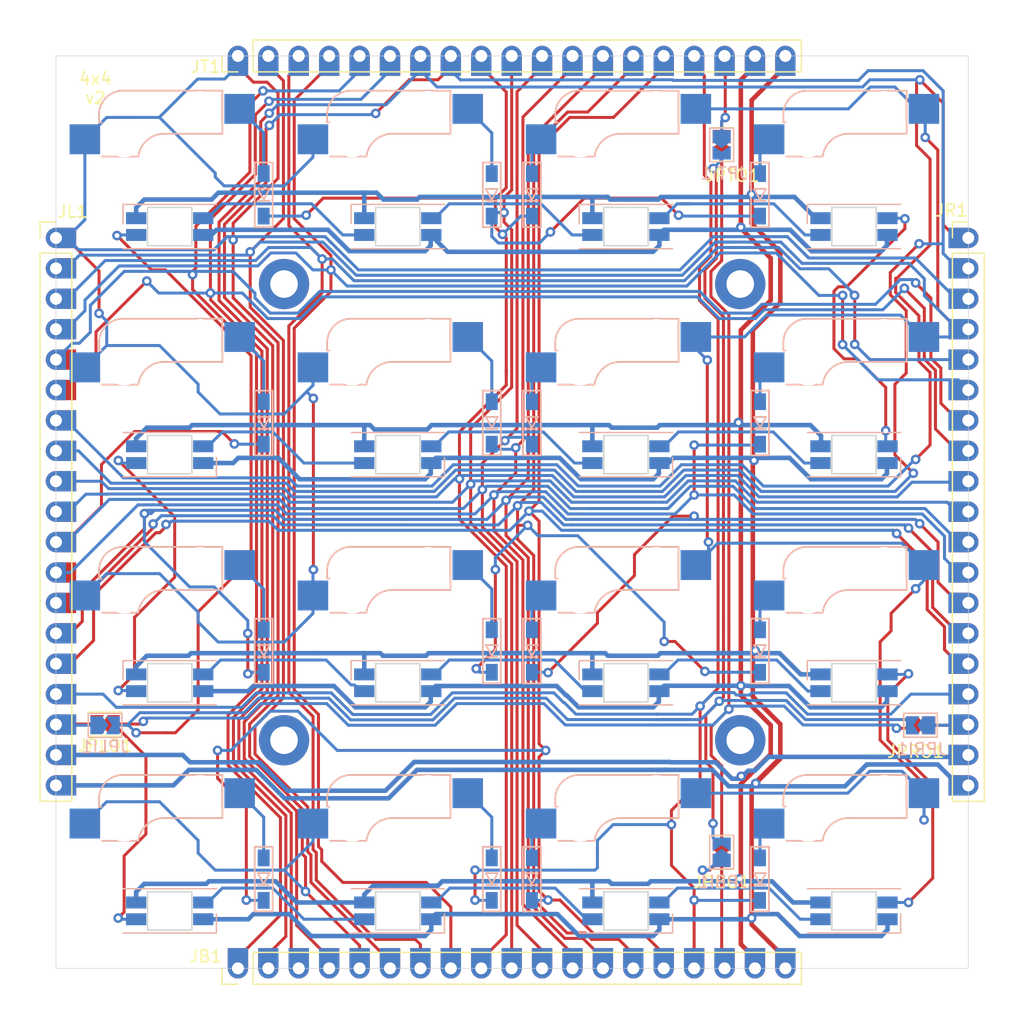
<source format=kicad_pcb>
(kicad_pcb (version 20171130) (host pcbnew "(5.1.8)-1")
  (layers (0 F.Cu signal) (31 B.Cu signal) (34 B.Paste user) (35 F.Paste user) (36 B.SilkS user) (37 F.SilkS user) (38 B.Mask user) (39 F.Mask user) (44 Edge.Cuts user))
  (net 0 "")
  (net 1 "Net-(D1-Pad2)")
  (net 2 R1)
  (net 3 "Net-(D2-Pad2)")
  (net 4 R3)
  (net 5 "Net-(D3-Pad2)")
  (net 6 R5)
  (net 7 "Net-(D4-Pad2)")
  (net 8 R7)
  (net 9 "Net-(D5-Pad2)")
  (net 10 R2)
  (net 11 "Net-(D6-Pad2)")
  (net 12 R4)
  (net 13 "Net-(D7-Pad2)")
  (net 14 R6)
  (net 15 "Net-(D8-Pad2)")
  (net 16 R8)
  (net 17 "Net-(D9-Pad2)")
  (net 18 "Net-(D10-Pad2)")
  (net 19 "Net-(D11-Pad2)")
  (net 20 "Net-(D12-Pad2)")
  (net 21 "Net-(D13-Pad2)")
  (net 22 "Net-(D14-Pad2)")
  (net 23 "Net-(D15-Pad2)")
  (net 24 "Net-(D16-Pad2)")
  (net 25 GND)
  (net 26 VCC)
  (net 27 "Net-(JB1-Pad17)")
  (net 28 C4)
  (net 29 C3)
  (net 30 C2)
  (net 31 C1)
  (net 32 C8)
  (net 33 C7)
  (net 34 C6)
  (net 35 C5)
  (net 36 "Net-(JL1-Pad17)")
  (net 37 DIn)
  (net 38 DOut)
  (net 39 "Net-(JPRI1-Pad1)")
  (net 40 "Net-(JPTI1-Pad1)")
  (net 41 "Net-(LED1-Pad2)")
  (net 42 "Net-(LED2-Pad2)")
  (net 43 "Net-(LED3-Pad2)")
  (net 44 "Net-(LED4-Pad2)")
  (net 45 "Net-(LED5-Pad2)")
  (net 46 "Net-(LED5-Pad4)")
  (net 47 "Net-(LED6-Pad4)")
  (net 48 "Net-(LED7-Pad4)")
  (net 49 "Net-(LED10-Pad4)")
  (net 50 "Net-(LED10-Pad2)")
  (net 51 "Net-(LED11-Pad2)")
  (net 52 "Net-(LED12-Pad2)")
  (net 53 "Net-(LED13-Pad4)")
  (net 54 "Net-(LED14-Pad4)")
  (net 55 "Net-(LED15-Pad4)")
  (module fourbyfour:YS-SK6812MINI-E (layer B.Cu) (at 166.65 171.4 180)
    (fp_text reference LED16 hide)
    (fp_text value YS-SK6812MINI-E)
    (fp_line (start -1.85 1.6) (end -1.85 -1.6) (layer Edge.Cuts) (width 0.12))
    (fp_line (start -1.85 -1.6) (end 1.85 -1.6) (layer Edge.Cuts) (width 0.12))
    (fp_line (start 1.85 -1.6) (end 1.85 1.6) (layer Edge.Cuts) (width 0.12))
    (fp_line (start 1.85 1.6) (end -1.85 1.6) (layer Edge.Cuts) (width 0.12))
    (pad 4 smd rect (at -2.8 0.7 180) (size 1.7 1) (layers B.Cu B.Paste B.Mask) (net 52 "Net-(LED12-Pad2)"))
    (pad 3 smd rect (at -2.8 -0.7 180) (size 1.7 1) (layers B.Cu B.Paste B.Mask) (net 25 GND))
    (pad 1 smd rect (at 2.8 0.7 180) (size 1.7 1) (layers B.Cu B.Paste B.Mask) (net 26 VCC))
    (pad 2 smd rect (at 2.8 -0.7 180) (size 1.7 1) (layers B.Cu B.Paste B.Mask) (net 55 "Net-(LED15-Pad4)"))
  )
  (module fourbyfour:YS-SK6812MINI-E (layer B.Cu) (at 147.6 171.4 180)
    (fp_text reference LED15 hide)
    (fp_text value YS-SK6812MINI-E)
    (fp_line (start -1.85 1.6) (end -1.85 -1.6) (layer Edge.Cuts) (width 0.12))
    (fp_line (start -1.85 -1.6) (end 1.85 -1.6) (layer Edge.Cuts) (width 0.12))
    (fp_line (start 1.85 -1.6) (end 1.85 1.6) (layer Edge.Cuts) (width 0.12))
    (fp_line (start 1.85 1.6) (end -1.85 1.6) (layer Edge.Cuts) (width 0.12))
    (pad 4 smd rect (at -2.8 0.7 180) (size 1.7 1) (layers B.Cu B.Paste B.Mask) (net 55 "Net-(LED15-Pad4)"))
    (pad 3 smd rect (at -2.8 -0.7 180) (size 1.7 1) (layers B.Cu B.Paste B.Mask) (net 25 GND))
    (pad 1 smd rect (at 2.8 0.7 180) (size 1.7 1) (layers B.Cu B.Paste B.Mask) (net 26 VCC))
    (pad 2 smd rect (at 2.8 -0.7 180) (size 1.7 1) (layers B.Cu B.Paste B.Mask) (net 54 "Net-(LED14-Pad4)"))
  )
  (module fourbyfour:YS-SK6812MINI-E (layer B.Cu) (at 128.55 171.4 180)
    (fp_text reference LED14 hide)
    (fp_text value YS-SK6812MINI-E)
    (fp_line (start -1.85 1.6) (end -1.85 -1.6) (layer Edge.Cuts) (width 0.12))
    (fp_line (start -1.85 -1.6) (end 1.85 -1.6) (layer Edge.Cuts) (width 0.12))
    (fp_line (start 1.85 -1.6) (end 1.85 1.6) (layer Edge.Cuts) (width 0.12))
    (fp_line (start 1.85 1.6) (end -1.85 1.6) (layer Edge.Cuts) (width 0.12))
    (pad 4 smd rect (at -2.8 0.7 180) (size 1.7 1) (layers B.Cu B.Paste B.Mask) (net 54 "Net-(LED14-Pad4)"))
    (pad 3 smd rect (at -2.8 -0.7 180) (size 1.7 1) (layers B.Cu B.Paste B.Mask) (net 25 GND))
    (pad 1 smd rect (at 2.8 0.7 180) (size 1.7 1) (layers B.Cu B.Paste B.Mask) (net 26 VCC))
    (pad 2 smd rect (at 2.8 -0.7 180) (size 1.7 1) (layers B.Cu B.Paste B.Mask) (net 53 "Net-(LED13-Pad4)"))
  )
  (module fourbyfour:YS-SK6812MINI-E (layer B.Cu) (at 109.5 171.4 180)
    (fp_text reference LED13 hide)
    (fp_text value YS-SK6812MINI-E)
    (fp_line (start -1.85 1.6) (end -1.85 -1.6) (layer Edge.Cuts) (width 0.12))
    (fp_line (start -1.85 -1.6) (end 1.85 -1.6) (layer Edge.Cuts) (width 0.12))
    (fp_line (start 1.85 -1.6) (end 1.85 1.6) (layer Edge.Cuts) (width 0.12))
    (fp_line (start 1.85 1.6) (end -1.85 1.6) (layer Edge.Cuts) (width 0.12))
    (pad 4 smd rect (at -2.8 0.7 180) (size 1.7 1) (layers B.Cu B.Paste B.Mask) (net 53 "Net-(LED13-Pad4)"))
    (pad 3 smd rect (at -2.8 -0.7 180) (size 1.7 1) (layers B.Cu B.Paste B.Mask) (net 25 GND))
    (pad 1 smd rect (at 2.8 0.7 180) (size 1.7 1) (layers B.Cu B.Paste B.Mask) (net 26 VCC))
    (pad 2 smd rect (at 2.8 -0.7 180) (size 1.7 1) (layers B.Cu B.Paste B.Mask) (net 38 DOut))
  )
  (module fourbyfour:YS-SK6812MINI-E (layer B.Cu) (at 166.65 152.35)
    (fp_text reference LED12 hide)
    (fp_text value YS-SK6812MINI-E)
    (fp_line (start -1.85 1.6) (end -1.85 -1.6) (layer Edge.Cuts) (width 0.12))
    (fp_line (start -1.85 -1.6) (end 1.85 -1.6) (layer Edge.Cuts) (width 0.12))
    (fp_line (start 1.85 -1.6) (end 1.85 1.6) (layer Edge.Cuts) (width 0.12))
    (fp_line (start 1.85 1.6) (end -1.85 1.6) (layer Edge.Cuts) (width 0.12))
    (pad 4 smd rect (at -2.8 0.7) (size 1.7 1) (layers B.Cu B.Paste B.Mask) (net 51 "Net-(LED11-Pad2)"))
    (pad 3 smd rect (at -2.8 -0.7) (size 1.7 1) (layers B.Cu B.Paste B.Mask) (net 25 GND))
    (pad 1 smd rect (at 2.8 0.7) (size 1.7 1) (layers B.Cu B.Paste B.Mask) (net 26 VCC))
    (pad 2 smd rect (at 2.8 -0.7) (size 1.7 1) (layers B.Cu B.Paste B.Mask) (net 52 "Net-(LED12-Pad2)"))
  )
  (module fourbyfour:YS-SK6812MINI-E (layer B.Cu) (at 147.6 152.35)
    (fp_text reference LED11 hide)
    (fp_text value YS-SK6812MINI-E)
    (fp_line (start -1.85 1.6) (end -1.85 -1.6) (layer Edge.Cuts) (width 0.12))
    (fp_line (start -1.85 -1.6) (end 1.85 -1.6) (layer Edge.Cuts) (width 0.12))
    (fp_line (start 1.85 -1.6) (end 1.85 1.6) (layer Edge.Cuts) (width 0.12))
    (fp_line (start 1.85 1.6) (end -1.85 1.6) (layer Edge.Cuts) (width 0.12))
    (pad 4 smd rect (at -2.8 0.7) (size 1.7 1) (layers B.Cu B.Paste B.Mask) (net 50 "Net-(LED10-Pad2)"))
    (pad 3 smd rect (at -2.8 -0.7) (size 1.7 1) (layers B.Cu B.Paste B.Mask) (net 25 GND))
    (pad 1 smd rect (at 2.8 0.7) (size 1.7 1) (layers B.Cu B.Paste B.Mask) (net 26 VCC))
    (pad 2 smd rect (at 2.8 -0.7) (size 1.7 1) (layers B.Cu B.Paste B.Mask) (net 51 "Net-(LED11-Pad2)"))
  )
  (module fourbyfour:YS-SK6812MINI-E (layer B.Cu) (at 128.55 152.35)
    (fp_text reference LED10 hide)
    (fp_text value YS-SK6812MINI-E)
    (fp_line (start -1.85 1.6) (end -1.85 -1.6) (layer Edge.Cuts) (width 0.12))
    (fp_line (start -1.85 -1.6) (end 1.85 -1.6) (layer Edge.Cuts) (width 0.12))
    (fp_line (start 1.85 -1.6) (end 1.85 1.6) (layer Edge.Cuts) (width 0.12))
    (fp_line (start 1.85 1.6) (end -1.85 1.6) (layer Edge.Cuts) (width 0.12))
    (pad 4 smd rect (at -2.8 0.7) (size 1.7 1) (layers B.Cu B.Paste B.Mask) (net 49 "Net-(LED10-Pad4)"))
    (pad 3 smd rect (at -2.8 -0.7) (size 1.7 1) (layers B.Cu B.Paste B.Mask) (net 25 GND))
    (pad 1 smd rect (at 2.8 0.7) (size 1.7 1) (layers B.Cu B.Paste B.Mask) (net 26 VCC))
    (pad 2 smd rect (at 2.8 -0.7) (size 1.7 1) (layers B.Cu B.Paste B.Mask) (net 50 "Net-(LED10-Pad2)"))
  )
  (module fourbyfour:YS-SK6812MINI-E (layer B.Cu) (at 109.5 152.35)
    (fp_text reference LED9 hide)
    (fp_text value YS-SK6812MINI-E)
    (fp_line (start -1.85 1.6) (end -1.85 -1.6) (layer Edge.Cuts) (width 0.12))
    (fp_line (start -1.85 -1.6) (end 1.85 -1.6) (layer Edge.Cuts) (width 0.12))
    (fp_line (start 1.85 -1.6) (end 1.85 1.6) (layer Edge.Cuts) (width 0.12))
    (fp_line (start 1.85 1.6) (end -1.85 1.6) (layer Edge.Cuts) (width 0.12))
    (pad 4 smd rect (at -2.8 0.7) (size 1.7 1) (layers B.Cu B.Paste B.Mask) (net 45 "Net-(LED5-Pad2)"))
    (pad 3 smd rect (at -2.8 -0.7) (size 1.7 1) (layers B.Cu B.Paste B.Mask) (net 25 GND))
    (pad 1 smd rect (at 2.8 0.7) (size 1.7 1) (layers B.Cu B.Paste B.Mask) (net 26 VCC))
    (pad 2 smd rect (at 2.8 -0.7) (size 1.7 1) (layers B.Cu B.Paste B.Mask) (net 49 "Net-(LED10-Pad4)"))
  )
  (module fourbyfour:YS-SK6812MINI-E (layer B.Cu) (at 166.65 133.3 180)
    (fp_text reference LED8 hide)
    (fp_text value YS-SK6812MINI-E)
    (fp_line (start -1.85 1.6) (end -1.85 -1.6) (layer Edge.Cuts) (width 0.12))
    (fp_line (start -1.85 -1.6) (end 1.85 -1.6) (layer Edge.Cuts) (width 0.12))
    (fp_line (start 1.85 -1.6) (end 1.85 1.6) (layer Edge.Cuts) (width 0.12))
    (fp_line (start 1.85 1.6) (end -1.85 1.6) (layer Edge.Cuts) (width 0.12))
    (pad 4 smd rect (at -2.8 0.7 180) (size 1.7 1) (layers B.Cu B.Paste B.Mask) (net 44 "Net-(LED4-Pad2)"))
    (pad 3 smd rect (at -2.8 -0.7 180) (size 1.7 1) (layers B.Cu B.Paste B.Mask) (net 25 GND))
    (pad 1 smd rect (at 2.8 0.7 180) (size 1.7 1) (layers B.Cu B.Paste B.Mask) (net 26 VCC))
    (pad 2 smd rect (at 2.8 -0.7 180) (size 1.7 1) (layers B.Cu B.Paste B.Mask) (net 48 "Net-(LED7-Pad4)"))
  )
  (module fourbyfour:YS-SK6812MINI-E (layer B.Cu) (at 147.6 133.3 180)
    (fp_text reference LED7 hide)
    (fp_text value YS-SK6812MINI-E)
    (fp_line (start -1.85 1.6) (end -1.85 -1.6) (layer Edge.Cuts) (width 0.12))
    (fp_line (start -1.85 -1.6) (end 1.85 -1.6) (layer Edge.Cuts) (width 0.12))
    (fp_line (start 1.85 -1.6) (end 1.85 1.6) (layer Edge.Cuts) (width 0.12))
    (fp_line (start 1.85 1.6) (end -1.85 1.6) (layer Edge.Cuts) (width 0.12))
    (pad 4 smd rect (at -2.8 0.7 180) (size 1.7 1) (layers B.Cu B.Paste B.Mask) (net 48 "Net-(LED7-Pad4)"))
    (pad 3 smd rect (at -2.8 -0.7 180) (size 1.7 1) (layers B.Cu B.Paste B.Mask) (net 25 GND))
    (pad 1 smd rect (at 2.8 0.7 180) (size 1.7 1) (layers B.Cu B.Paste B.Mask) (net 26 VCC))
    (pad 2 smd rect (at 2.8 -0.7 180) (size 1.7 1) (layers B.Cu B.Paste B.Mask) (net 47 "Net-(LED6-Pad4)"))
  )
  (module fourbyfour:YS-SK6812MINI-E (layer B.Cu) (at 128.55 133.3 180)
    (fp_text reference LED6 hide)
    (fp_text value YS-SK6812MINI-E)
    (fp_line (start -1.85 1.6) (end -1.85 -1.6) (layer Edge.Cuts) (width 0.12))
    (fp_line (start -1.85 -1.6) (end 1.85 -1.6) (layer Edge.Cuts) (width 0.12))
    (fp_line (start 1.85 -1.6) (end 1.85 1.6) (layer Edge.Cuts) (width 0.12))
    (fp_line (start 1.85 1.6) (end -1.85 1.6) (layer Edge.Cuts) (width 0.12))
    (pad 4 smd rect (at -2.8 0.7 180) (size 1.7 1) (layers B.Cu B.Paste B.Mask) (net 47 "Net-(LED6-Pad4)"))
    (pad 3 smd rect (at -2.8 -0.7 180) (size 1.7 1) (layers B.Cu B.Paste B.Mask) (net 25 GND))
    (pad 1 smd rect (at 2.8 0.7 180) (size 1.7 1) (layers B.Cu B.Paste B.Mask) (net 26 VCC))
    (pad 2 smd rect (at 2.8 -0.7 180) (size 1.7 1) (layers B.Cu B.Paste B.Mask) (net 46 "Net-(LED5-Pad4)"))
  )
  (module fourbyfour:YS-SK6812MINI-E (layer B.Cu) (at 109.5 133.3 180)
    (fp_text reference LED5 hide)
    (fp_text value YS-SK6812MINI-E)
    (fp_line (start -1.85 1.6) (end -1.85 -1.6) (layer Edge.Cuts) (width 0.12))
    (fp_line (start -1.85 -1.6) (end 1.85 -1.6) (layer Edge.Cuts) (width 0.12))
    (fp_line (start 1.85 -1.6) (end 1.85 1.6) (layer Edge.Cuts) (width 0.12))
    (fp_line (start 1.85 1.6) (end -1.85 1.6) (layer Edge.Cuts) (width 0.12))
    (pad 4 smd rect (at -2.8 0.7 180) (size 1.7 1) (layers B.Cu B.Paste B.Mask) (net 46 "Net-(LED5-Pad4)"))
    (pad 3 smd rect (at -2.8 -0.7 180) (size 1.7 1) (layers B.Cu B.Paste B.Mask) (net 25 GND))
    (pad 1 smd rect (at 2.8 0.7 180) (size 1.7 1) (layers B.Cu B.Paste B.Mask) (net 26 VCC))
    (pad 2 smd rect (at 2.8 -0.7 180) (size 1.7 1) (layers B.Cu B.Paste B.Mask) (net 45 "Net-(LED5-Pad2)"))
  )
  (module fourbyfour:YS-SK6812MINI-E (layer B.Cu) (at 166.65 114.25)
    (fp_text reference LED4 hide)
    (fp_text value YS-SK6812MINI-E)
    (fp_line (start -1.85 1.6) (end -1.85 -1.6) (layer Edge.Cuts) (width 0.12))
    (fp_line (start -1.85 -1.6) (end 1.85 -1.6) (layer Edge.Cuts) (width 0.12))
    (fp_line (start 1.85 -1.6) (end 1.85 1.6) (layer Edge.Cuts) (width 0.12))
    (fp_line (start 1.85 1.6) (end -1.85 1.6) (layer Edge.Cuts) (width 0.12))
    (pad 4 smd rect (at -2.8 0.7) (size 1.7 1) (layers B.Cu B.Paste B.Mask) (net 43 "Net-(LED3-Pad2)"))
    (pad 3 smd rect (at -2.8 -0.7) (size 1.7 1) (layers B.Cu B.Paste B.Mask) (net 25 GND))
    (pad 1 smd rect (at 2.8 0.7) (size 1.7 1) (layers B.Cu B.Paste B.Mask) (net 26 VCC))
    (pad 2 smd rect (at 2.8 -0.7) (size 1.7 1) (layers B.Cu B.Paste B.Mask) (net 44 "Net-(LED4-Pad2)"))
  )
  (module fourbyfour:YS-SK6812MINI-E (layer B.Cu) (at 147.6 114.25)
    (fp_text reference LED3 hide)
    (fp_text value YS-SK6812MINI-E)
    (fp_line (start -1.85 1.6) (end -1.85 -1.6) (layer Edge.Cuts) (width 0.12))
    (fp_line (start -1.85 -1.6) (end 1.85 -1.6) (layer Edge.Cuts) (width 0.12))
    (fp_line (start 1.85 -1.6) (end 1.85 1.6) (layer Edge.Cuts) (width 0.12))
    (fp_line (start 1.85 1.6) (end -1.85 1.6) (layer Edge.Cuts) (width 0.12))
    (pad 4 smd rect (at -2.8 0.7) (size 1.7 1) (layers B.Cu B.Paste B.Mask) (net 42 "Net-(LED2-Pad2)"))
    (pad 3 smd rect (at -2.8 -0.7) (size 1.7 1) (layers B.Cu B.Paste B.Mask) (net 25 GND))
    (pad 1 smd rect (at 2.8 0.7) (size 1.7 1) (layers B.Cu B.Paste B.Mask) (net 26 VCC))
    (pad 2 smd rect (at 2.8 -0.7) (size 1.7 1) (layers B.Cu B.Paste B.Mask) (net 43 "Net-(LED3-Pad2)"))
  )
  (module fourbyfour:YS-SK6812MINI-E (layer B.Cu) (at 128.55 114.25)
    (fp_text reference LED2 hide)
    (fp_text value YS-SK6812MINI-E)
    (fp_line (start -1.85 1.6) (end -1.85 -1.6) (layer Edge.Cuts) (width 0.12))
    (fp_line (start -1.85 -1.6) (end 1.85 -1.6) (layer Edge.Cuts) (width 0.12))
    (fp_line (start 1.85 -1.6) (end 1.85 1.6) (layer Edge.Cuts) (width 0.12))
    (fp_line (start 1.85 1.6) (end -1.85 1.6) (layer Edge.Cuts) (width 0.12))
    (pad 4 smd rect (at -2.8 0.7) (size 1.7 1) (layers B.Cu B.Paste B.Mask) (net 41 "Net-(LED1-Pad2)"))
    (pad 3 smd rect (at -2.8 -0.7) (size 1.7 1) (layers B.Cu B.Paste B.Mask) (net 25 GND))
    (pad 1 smd rect (at 2.8 0.7) (size 1.7 1) (layers B.Cu B.Paste B.Mask) (net 26 VCC))
    (pad 2 smd rect (at 2.8 -0.7) (size 1.7 1) (layers B.Cu B.Paste B.Mask) (net 42 "Net-(LED2-Pad2)"))
  )
  (module fourbyfour:YS-SK6812MINI-E (layer B.Cu) (at 109.5 114.25)
    (fp_text reference LED1 hide)
    (fp_text value YS-SK6812MINI-E)
    (fp_line (start -1.85 1.6) (end -1.85 -1.6) (layer Edge.Cuts) (width 0.12))
    (fp_line (start -1.85 -1.6) (end 1.85 -1.6) (layer Edge.Cuts) (width 0.12))
    (fp_line (start 1.85 -1.6) (end 1.85 1.6) (layer Edge.Cuts) (width 0.12))
    (fp_line (start 1.85 1.6) (end -1.85 1.6) (layer Edge.Cuts) (width 0.12))
    (pad 4 smd rect (at -2.8 0.7) (size 1.7 1) (layers B.Cu B.Paste B.Mask) (net 37 DIn))
    (pad 3 smd rect (at -2.8 -0.7) (size 1.7 1) (layers B.Cu B.Paste B.Mask) (net 25 GND))
    (pad 1 smd rect (at 2.8 0.7) (size 1.7 1) (layers B.Cu B.Paste B.Mask) (net 26 VCC))
    (pad 2 smd rect (at 2.8 -0.7) (size 1.7 1) (layers B.Cu B.Paste B.Mask) (net 41 "Net-(LED1-Pad2)"))
  )
  (module fourbyfour:CherryMX_Hotswap (layer F.Cu) (at 166.65 166.65)
    (fp_text reference SW16 hide)
    (fp_text value SW_PUSH hide)
    (pad 1 smd rect (at -7.085 -2.54 180) (size 2.55 2.5) (layers B.Cu B.Paste B.Mask) (net 24 "Net-(D16-Pad2)"))
    (pad "" np_thru_hole circle (at 0 0 90) (size 4.1 4.1) (drill 4.1) (layers *.Cu *.Mask))
    (pad "" np_thru_hole circle (at 5.08 0) (size 1.9 1.9) (drill 1.9) (layers *.Cu *.Mask))
    (pad "" np_thru_hole circle (at -5.08 0) (size 1.9 1.9) (drill 1.9) (layers *.Cu *.Mask))
    (pad 2 smd rect (at 5.842 -5.08 180) (size 2.55 2.5) (layers B.Cu B.Paste B.Mask) (net 30 C2))
    (pad "" np_thru_hole circle (at -3.81 -2.54) (size 3 3) (drill 3) (layers *.Cu *.Mask))
    (pad "" np_thru_hole circle (at 2.54 -5.08) (size 3 3) (drill 3) (layers *.Cu *.Mask))
  )
  (module fourbyfour:CherryMX_Hotswap (layer F.Cu) (at 147.6 166.65)
    (fp_text reference SW15 hide)
    (fp_text value SW_PUSH hide)
    (pad 1 smd rect (at -7.085 -2.54 180) (size 2.55 2.5) (layers B.Cu B.Paste B.Mask) (net 23 "Net-(D15-Pad2)"))
    (pad "" np_thru_hole circle (at 0 0 90) (size 4.1 4.1) (drill 4.1) (layers *.Cu *.Mask))
    (pad "" np_thru_hole circle (at 5.08 0) (size 1.9 1.9) (drill 1.9) (layers *.Cu *.Mask))
    (pad "" np_thru_hole circle (at -5.08 0) (size 1.9 1.9) (drill 1.9) (layers *.Cu *.Mask))
    (pad 2 smd rect (at 5.842 -5.08 180) (size 2.55 2.5) (layers B.Cu B.Paste B.Mask) (net 30 C2))
    (pad "" np_thru_hole circle (at -3.81 -2.54) (size 3 3) (drill 3) (layers *.Cu *.Mask))
    (pad "" np_thru_hole circle (at 2.54 -5.08) (size 3 3) (drill 3) (layers *.Cu *.Mask))
  )
  (module fourbyfour:CherryMX_Hotswap (layer F.Cu) (at 128.55 166.65)
    (fp_text reference SW14 hide)
    (fp_text value SW_PUSH hide)
    (pad 1 smd rect (at -7.085 -2.54 180) (size 2.55 2.5) (layers B.Cu B.Paste B.Mask) (net 31 C1))
    (pad "" np_thru_hole circle (at 0 0 90) (size 4.1 4.1) (drill 4.1) (layers *.Cu *.Mask))
    (pad "" np_thru_hole circle (at 5.08 0) (size 1.9 1.9) (drill 1.9) (layers *.Cu *.Mask))
    (pad "" np_thru_hole circle (at -5.08 0) (size 1.9 1.9) (drill 1.9) (layers *.Cu *.Mask))
    (pad 2 smd rect (at 5.842 -5.08 180) (size 2.55 2.5) (layers B.Cu B.Paste B.Mask) (net 22 "Net-(D14-Pad2)"))
    (pad "" np_thru_hole circle (at -3.81 -2.54) (size 3 3) (drill 3) (layers *.Cu *.Mask))
    (pad "" np_thru_hole circle (at 2.54 -5.08) (size 3 3) (drill 3) (layers *.Cu *.Mask))
  )
  (module fourbyfour:CherryMX_Hotswap (layer F.Cu) (at 109.5 166.65)
    (fp_text reference SW13 hide)
    (fp_text value SW_PUSH hide)
    (pad 1 smd rect (at -7.085 -2.54 180) (size 2.55 2.5) (layers B.Cu B.Paste B.Mask) (net 31 C1))
    (pad "" np_thru_hole circle (at 0 0 90) (size 4.1 4.1) (drill 4.1) (layers *.Cu *.Mask))
    (pad "" np_thru_hole circle (at 5.08 0) (size 1.9 1.9) (drill 1.9) (layers *.Cu *.Mask))
    (pad "" np_thru_hole circle (at -5.08 0) (size 1.9 1.9) (drill 1.9) (layers *.Cu *.Mask))
    (pad 2 smd rect (at 5.842 -5.08 180) (size 2.55 2.5) (layers B.Cu B.Paste B.Mask) (net 21 "Net-(D13-Pad2)"))
    (pad "" np_thru_hole circle (at -3.81 -2.54) (size 3 3) (drill 3) (layers *.Cu *.Mask))
    (pad "" np_thru_hole circle (at 2.54 -5.08) (size 3 3) (drill 3) (layers *.Cu *.Mask))
  )
  (module fourbyfour:CherryMX_Hotswap (layer F.Cu) (at 166.65 147.6)
    (fp_text reference SW12 hide)
    (fp_text value SW_PUSH hide)
    (pad 1 smd rect (at -7.085 -2.54 180) (size 2.55 2.5) (layers B.Cu B.Paste B.Mask) (net 20 "Net-(D12-Pad2)"))
    (pad "" np_thru_hole circle (at 0 0 90) (size 4.1 4.1) (drill 4.1) (layers *.Cu *.Mask))
    (pad "" np_thru_hole circle (at 5.08 0) (size 1.9 1.9) (drill 1.9) (layers *.Cu *.Mask))
    (pad "" np_thru_hole circle (at -5.08 0) (size 1.9 1.9) (drill 1.9) (layers *.Cu *.Mask))
    (pad 2 smd rect (at 5.842 -5.08 180) (size 2.55 2.5) (layers B.Cu B.Paste B.Mask) (net 30 C2))
    (pad "" np_thru_hole circle (at -3.81 -2.54) (size 3 3) (drill 3) (layers *.Cu *.Mask))
    (pad "" np_thru_hole circle (at 2.54 -5.08) (size 3 3) (drill 3) (layers *.Cu *.Mask))
  )
  (module fourbyfour:CherryMX_Hotswap (layer F.Cu) (at 147.6 147.6)
    (fp_text reference SW11 hide)
    (fp_text value SW_PUSH hide)
    (pad 1 smd rect (at -7.085 -2.54 180) (size 2.55 2.5) (layers B.Cu B.Paste B.Mask) (net 19 "Net-(D11-Pad2)"))
    (pad "" np_thru_hole circle (at 0 0 90) (size 4.1 4.1) (drill 4.1) (layers *.Cu *.Mask))
    (pad "" np_thru_hole circle (at 5.08 0) (size 1.9 1.9) (drill 1.9) (layers *.Cu *.Mask))
    (pad "" np_thru_hole circle (at -5.08 0) (size 1.9 1.9) (drill 1.9) (layers *.Cu *.Mask))
    (pad 2 smd rect (at 5.842 -5.08 180) (size 2.55 2.5) (layers B.Cu B.Paste B.Mask) (net 30 C2))
    (pad "" np_thru_hole circle (at -3.81 -2.54) (size 3 3) (drill 3) (layers *.Cu *.Mask))
    (pad "" np_thru_hole circle (at 2.54 -5.08) (size 3 3) (drill 3) (layers *.Cu *.Mask))
  )
  (module fourbyfour:CherryMX_Hotswap (layer F.Cu) (at 128.55 147.6)
    (fp_text reference SW10 hide)
    (fp_text value SW_PUSH hide)
    (pad 1 smd rect (at -7.085 -2.54 180) (size 2.55 2.5) (layers B.Cu B.Paste B.Mask) (net 31 C1))
    (pad "" np_thru_hole circle (at 0 0 90) (size 4.1 4.1) (drill 4.1) (layers *.Cu *.Mask))
    (pad "" np_thru_hole circle (at 5.08 0) (size 1.9 1.9) (drill 1.9) (layers *.Cu *.Mask))
    (pad "" np_thru_hole circle (at -5.08 0) (size 1.9 1.9) (drill 1.9) (layers *.Cu *.Mask))
    (pad 2 smd rect (at 5.842 -5.08 180) (size 2.55 2.5) (layers B.Cu B.Paste B.Mask) (net 18 "Net-(D10-Pad2)"))
    (pad "" np_thru_hole circle (at -3.81 -2.54) (size 3 3) (drill 3) (layers *.Cu *.Mask))
    (pad "" np_thru_hole circle (at 2.54 -5.08) (size 3 3) (drill 3) (layers *.Cu *.Mask))
  )
  (module fourbyfour:CherryMX_Hotswap (layer F.Cu) (at 109.5 147.6)
    (fp_text reference SW9 hide)
    (fp_text value SW_PUSH hide)
    (pad 1 smd rect (at -7.085 -2.54 180) (size 2.55 2.5) (layers B.Cu B.Paste B.Mask) (net 31 C1))
    (pad "" np_thru_hole circle (at 0 0 90) (size 4.1 4.1) (drill 4.1) (layers *.Cu *.Mask))
    (pad "" np_thru_hole circle (at 5.08 0) (size 1.9 1.9) (drill 1.9) (layers *.Cu *.Mask))
    (pad "" np_thru_hole circle (at -5.08 0) (size 1.9 1.9) (drill 1.9) (layers *.Cu *.Mask))
    (pad 2 smd rect (at 5.842 -5.08 180) (size 2.55 2.5) (layers B.Cu B.Paste B.Mask) (net 17 "Net-(D9-Pad2)"))
    (pad "" np_thru_hole circle (at -3.81 -2.54) (size 3 3) (drill 3) (layers *.Cu *.Mask))
    (pad "" np_thru_hole circle (at 2.54 -5.08) (size 3 3) (drill 3) (layers *.Cu *.Mask))
  )
  (module fourbyfour:CherryMX_Hotswap (layer F.Cu) (at 166.65 128.55)
    (fp_text reference SW8 hide)
    (fp_text value SW_PUSH hide)
    (pad 1 smd rect (at -7.085 -2.54 180) (size 2.55 2.5) (layers B.Cu B.Paste B.Mask) (net 15 "Net-(D8-Pad2)"))
    (pad "" np_thru_hole circle (at 0 0 90) (size 4.1 4.1) (drill 4.1) (layers *.Cu *.Mask))
    (pad "" np_thru_hole circle (at 5.08 0) (size 1.9 1.9) (drill 1.9) (layers *.Cu *.Mask))
    (pad "" np_thru_hole circle (at -5.08 0) (size 1.9 1.9) (drill 1.9) (layers *.Cu *.Mask))
    (pad 2 smd rect (at 5.842 -5.08 180) (size 2.55 2.5) (layers B.Cu B.Paste B.Mask) (net 30 C2))
    (pad "" np_thru_hole circle (at -3.81 -2.54) (size 3 3) (drill 3) (layers *.Cu *.Mask))
    (pad "" np_thru_hole circle (at 2.54 -5.08) (size 3 3) (drill 3) (layers *.Cu *.Mask))
  )
  (module fourbyfour:CherryMX_Hotswap (layer F.Cu) (at 147.6 128.55)
    (fp_text reference SW7 hide)
    (fp_text value SW_PUSH hide)
    (pad 1 smd rect (at -7.085 -2.54 180) (size 2.55 2.5) (layers B.Cu B.Paste B.Mask) (net 13 "Net-(D7-Pad2)"))
    (pad "" np_thru_hole circle (at 0 0 90) (size 4.1 4.1) (drill 4.1) (layers *.Cu *.Mask))
    (pad "" np_thru_hole circle (at 5.08 0) (size 1.9 1.9) (drill 1.9) (layers *.Cu *.Mask))
    (pad "" np_thru_hole circle (at -5.08 0) (size 1.9 1.9) (drill 1.9) (layers *.Cu *.Mask))
    (pad 2 smd rect (at 5.842 -5.08 180) (size 2.55 2.5) (layers B.Cu B.Paste B.Mask) (net 30 C2))
    (pad "" np_thru_hole circle (at -3.81 -2.54) (size 3 3) (drill 3) (layers *.Cu *.Mask))
    (pad "" np_thru_hole circle (at 2.54 -5.08) (size 3 3) (drill 3) (layers *.Cu *.Mask))
  )
  (module fourbyfour:CherryMX_Hotswap (layer F.Cu) (at 128.55 128.55)
    (fp_text reference SW6 hide)
    (fp_text value SW_PUSH hide)
    (pad 1 smd rect (at -7.085 -2.54 180) (size 2.55 2.5) (layers B.Cu B.Paste B.Mask) (net 31 C1))
    (pad "" np_thru_hole circle (at 0 0 90) (size 4.1 4.1) (drill 4.1) (layers *.Cu *.Mask))
    (pad "" np_thru_hole circle (at 5.08 0) (size 1.9 1.9) (drill 1.9) (layers *.Cu *.Mask))
    (pad "" np_thru_hole circle (at -5.08 0) (size 1.9 1.9) (drill 1.9) (layers *.Cu *.Mask))
    (pad 2 smd rect (at 5.842 -5.08 180) (size 2.55 2.5) (layers B.Cu B.Paste B.Mask) (net 11 "Net-(D6-Pad2)"))
    (pad "" np_thru_hole circle (at -3.81 -2.54) (size 3 3) (drill 3) (layers *.Cu *.Mask))
    (pad "" np_thru_hole circle (at 2.54 -5.08) (size 3 3) (drill 3) (layers *.Cu *.Mask))
  )
  (module fourbyfour:CherryMX_Hotswap (layer F.Cu) (at 109.5 128.55)
    (fp_text reference SW5 hide)
    (fp_text value SW_PUSH hide)
    (pad 1 smd rect (at -7.085 -2.54 180) (size 2.55 2.5) (layers B.Cu B.Paste B.Mask) (net 31 C1))
    (pad "" np_thru_hole circle (at 0 0 90) (size 4.1 4.1) (drill 4.1) (layers *.Cu *.Mask))
    (pad "" np_thru_hole circle (at 5.08 0) (size 1.9 1.9) (drill 1.9) (layers *.Cu *.Mask))
    (pad "" np_thru_hole circle (at -5.08 0) (size 1.9 1.9) (drill 1.9) (layers *.Cu *.Mask))
    (pad 2 smd rect (at 5.842 -5.08 180) (size 2.55 2.5) (layers B.Cu B.Paste B.Mask) (net 9 "Net-(D5-Pad2)"))
    (pad "" np_thru_hole circle (at -3.81 -2.54) (size 3 3) (drill 3) (layers *.Cu *.Mask))
    (pad "" np_thru_hole circle (at 2.54 -5.08) (size 3 3) (drill 3) (layers *.Cu *.Mask))
  )
  (module fourbyfour:CherryMX_Hotswap (layer F.Cu) (at 166.65 109.5)
    (fp_text reference SW4 hide)
    (fp_text value SW_PUSH hide)
    (pad 1 smd rect (at -7.085 -2.54 180) (size 2.55 2.5) (layers B.Cu B.Paste B.Mask) (net 7 "Net-(D4-Pad2)"))
    (pad "" np_thru_hole circle (at 0 0 90) (size 4.1 4.1) (drill 4.1) (layers *.Cu *.Mask))
    (pad "" np_thru_hole circle (at 5.08 0) (size 1.9 1.9) (drill 1.9) (layers *.Cu *.Mask))
    (pad "" np_thru_hole circle (at -5.08 0) (size 1.9 1.9) (drill 1.9) (layers *.Cu *.Mask))
    (pad 2 smd rect (at 5.842 -5.08 180) (size 2.55 2.5) (layers B.Cu B.Paste B.Mask) (net 30 C2))
    (pad "" np_thru_hole circle (at -3.81 -2.54) (size 3 3) (drill 3) (layers *.Cu *.Mask))
    (pad "" np_thru_hole circle (at 2.54 -5.08) (size 3 3) (drill 3) (layers *.Cu *.Mask))
  )
  (module fourbyfour:CherryMX_Hotswap (layer F.Cu) (at 147.6 109.5)
    (fp_text reference SW3 hide)
    (fp_text value SW_PUSH hide)
    (pad 1 smd rect (at -7.085 -2.54 180) (size 2.55 2.5) (layers B.Cu B.Paste B.Mask) (net 5 "Net-(D3-Pad2)"))
    (pad "" np_thru_hole circle (at 0 0 90) (size 4.1 4.1) (drill 4.1) (layers *.Cu *.Mask))
    (pad "" np_thru_hole circle (at 5.08 0) (size 1.9 1.9) (drill 1.9) (layers *.Cu *.Mask))
    (pad "" np_thru_hole circle (at -5.08 0) (size 1.9 1.9) (drill 1.9) (layers *.Cu *.Mask))
    (pad 2 smd rect (at 5.842 -5.08 180) (size 2.55 2.5) (layers B.Cu B.Paste B.Mask) (net 30 C2))
    (pad "" np_thru_hole circle (at -3.81 -2.54) (size 3 3) (drill 3) (layers *.Cu *.Mask))
    (pad "" np_thru_hole circle (at 2.54 -5.08) (size 3 3) (drill 3) (layers *.Cu *.Mask))
  )
  (module fourbyfour:CherryMX_Hotswap (layer F.Cu) (at 128.55 109.5)
    (fp_text reference SW2 hide)
    (fp_text value SW_PUSH hide)
    (pad 1 smd rect (at -7.085 -2.54 180) (size 2.55 2.5) (layers B.Cu B.Paste B.Mask) (net 31 C1))
    (pad "" np_thru_hole circle (at 0 0 90) (size 4.1 4.1) (drill 4.1) (layers *.Cu *.Mask))
    (pad "" np_thru_hole circle (at 5.08 0) (size 1.9 1.9) (drill 1.9) (layers *.Cu *.Mask))
    (pad "" np_thru_hole circle (at -5.08 0) (size 1.9 1.9) (drill 1.9) (layers *.Cu *.Mask))
    (pad 2 smd rect (at 5.842 -5.08 180) (size 2.55 2.5) (layers B.Cu B.Paste B.Mask) (net 3 "Net-(D2-Pad2)"))
    (pad "" np_thru_hole circle (at -3.81 -2.54) (size 3 3) (drill 3) (layers *.Cu *.Mask))
    (pad "" np_thru_hole circle (at 2.54 -5.08) (size 3 3) (drill 3) (layers *.Cu *.Mask))
  )
  (module fourbyfour:CherryMX_Hotswap (layer F.Cu) (at 109.5 109.5)
    (fp_text reference SW1 hide)
    (fp_text value SW_PUSH hide)
    (pad 1 smd rect (at -7.085 -2.54 180) (size 2.55 2.5) (layers B.Cu B.Paste B.Mask) (net 31 C1))
    (pad "" np_thru_hole circle (at 0 0 90) (size 4.1 4.1) (drill 4.1) (layers *.Cu *.Mask))
    (pad "" np_thru_hole circle (at 5.08 0) (size 1.9 1.9) (drill 1.9) (layers *.Cu *.Mask))
    (pad "" np_thru_hole circle (at -5.08 0) (size 1.9 1.9) (drill 1.9) (layers *.Cu *.Mask))
    (pad 2 smd rect (at 5.842 -5.08 180) (size 2.55 2.5) (layers B.Cu B.Paste B.Mask) (net 1 "Net-(D1-Pad2)"))
    (pad "" np_thru_hole circle (at -3.81 -2.54) (size 3 3) (drill 3) (layers *.Cu *.Mask))
    (pad "" np_thru_hole circle (at 2.54 -5.08) (size 3 3) (drill 3) (layers *.Cu *.Mask))
  )
  (module kbd:M2_Hole_TH (layer F.Cu) (at 157.15 157.15)
    (fp_text reference REF** hide)
    (fp_text value M2_Hole_TH)
    (pad "" thru_hole circle (at 0 0) (size 4.2 4.2) (drill 2.3) (layers *.Cu *.Mask))
  )
  (module kbd:M2_Hole_TH (layer F.Cu) (at 119.05 157.15)
    (fp_text reference REF** hide)
    (fp_text value M2_Hole_TH)
    (pad "" thru_hole circle (at 0 0) (size 4.2 4.2) (drill 2.3) (layers *.Cu *.Mask))
  )
  (module kbd:M2_Hole_TH (layer F.Cu) (at 157.15 119.05)
    (fp_text reference REF** hide)
    (fp_text value M2_Hole_TH)
    (pad "" thru_hole circle (at 0 0) (size 4.2 4.2) (drill 2.3) (layers *.Cu *.Mask))
  )
  (module kbd:M2_Hole_TH (layer F.Cu) (at 119.05 119.05)
    (fp_text reference REF** hide)
    (fp_text value M2_Hole_TH)
    (pad "" thru_hole circle (at 0 0) (size 4.2 4.2) (drill 2.3) (layers *.Cu *.Mask))
  )
  (module fourbyfour:PinHeader_1x19_P2.54mm_CastellatedR (layer F.Cu) (at 100 115.2)
    (fp_text reference JL1 (at 1.4 -2.2) (layer F.SilkS))
    (fp_text value Conn_01x19)
    (pad 17 smd rect (at 0.8382 40.64) (size 1.7 1.7) (layers F.Cu F.Paste F.Mask) (net 36 "Net-(JL1-Pad17)"))
    (pad 17 smd rect (at 0.8382 40.64) (size 1.7 1.7) (layers B.Cu B.Paste B.Mask) (net 36 "Net-(JL1-Pad17)"))
    (pad 18 smd rect (at 0.8382 43.18) (size 1.7 1.7) (layers F.Cu F.Paste F.Mask) (net 26 VCC))
    (pad 18 smd rect (at 0.8382 43.18) (size 1.7 1.7) (layers B.Cu B.Paste B.Mask) (net 26 VCC))
    (pad 19 smd rect (at 0.8382 45.72) (size 1.7 1.7) (layers B.Cu B.Paste B.Mask) (net 25 GND))
    (pad 19 smd rect (at 0.8382 45.72) (size 1.7 1.7) (layers F.Cu F.Paste F.Mask) (net 25 GND))
    (pad 13 smd rect (at 0.8382 30.48) (size 1.7 1.7) (layers F.Cu F.Paste F.Mask) (net 6 R5))
    (pad 13 smd rect (at 0.4382 30.48) (size 0.8 1.7) (layers B.Cu B.Paste B.Mask) (net 6 R5))
    (pad 14 smd rect (at 0.8382 33.02) (size 1.7 1.7) (layers F.Cu F.Paste F.Mask) (net 14 R6))
    (pad 14 smd rect (at 0.8382 33.02) (size 1.7 1.7) (layers B.Cu B.Paste B.Mask) (net 14 R6))
    (pad 15 smd rect (at 0.8382 35.56) (size 1.7 1.7) (layers B.Cu B.Paste B.Mask) (net 8 R7))
    (pad 15 smd rect (at 0.8382 35.56) (size 1.7 1.7) (layers F.Cu F.Paste F.Mask) (net 8 R7))
    (pad 16 smd rect (at 0.8382 38.1) (size 1.7 1.7) (layers B.Cu B.Paste B.Mask) (net 16 R8))
    (pad 16 smd rect (at 0.8382 38.1) (size 1.7 1.7) (layers F.Cu F.Paste F.Mask) (net 16 R8))
    (pad 9 smd rect (at 0.8382 20.32) (size 1.7 1.7) (layers F.Cu F.Paste F.Mask) (net 2 R1))
    (pad 9 smd rect (at 0.8382 20.32) (size 1.7 1.7) (layers B.Cu B.Paste B.Mask) (net 2 R1))
    (pad 10 smd rect (at 0.8382 22.86) (size 1.7 1.7) (layers F.Cu F.Paste F.Mask) (net 10 R2))
    (pad 10 smd rect (at 0.8382 22.86) (size 1.7 1.7) (layers B.Cu B.Paste B.Mask) (net 10 R2))
    (pad 11 smd rect (at 0.8382 25.4) (size 1.7 1.7) (layers B.Cu B.Paste B.Mask) (net 4 R3))
    (pad 11 smd rect (at 0.8382 25.4) (size 1.7 1.7) (layers F.Cu F.Paste F.Mask) (net 4 R3))
    (pad 12 smd rect (at 0.4382 27.94) (size 0.8 1.7) (layers B.Cu B.Paste B.Mask) (net 12 R4))
    (pad 12 smd rect (at 0.8382 27.94) (size 1.7 1.7) (layers F.Cu F.Paste F.Mask) (net 12 R4))
    (pad 5 smd rect (at 0.8382 10.16) (size 1.7 1.7) (layers F.Cu F.Paste F.Mask) (net 35 C5))
    (pad 5 smd rect (at 0.4382 10.16) (size 0.8 1.7) (layers B.Cu B.Paste B.Mask) (net 35 C5))
    (pad 6 smd rect (at 0.8382 12.7) (size 1.7 1.7) (layers F.Cu F.Paste F.Mask) (net 34 C6))
    (pad 6 smd rect (at 0.4382 12.7) (size 0.8 1.7) (layers B.Cu B.Paste B.Mask) (net 34 C6))
    (pad 7 smd rect (at 0.8382 15.24) (size 1.7 1.7) (layers B.Cu B.Paste B.Mask) (net 33 C7))
    (pad 7 smd rect (at 0.8382 15.24) (size 1.7 1.7) (layers F.Cu F.Paste F.Mask) (net 33 C7))
    (pad 8 smd rect (at 0.8382 17.78) (size 1.7 1.7) (layers B.Cu B.Paste B.Mask) (net 32 C8))
    (pad 8 smd rect (at 0.8382 17.78) (size 1.7 1.7) (layers F.Cu F.Paste F.Mask) (net 32 C8))
    (pad 4 smd rect (at 0.8382 7.62) (size 1.7 1.7) (layers F.Cu F.Paste F.Mask) (net 28 C4))
    (pad 4 smd rect (at 0.8382 7.62) (size 1.7 1.7) (layers B.Cu B.Paste B.Mask) (net 28 C4))
    (pad 3 smd rect (at 0.8382 5.08) (size 1.7 1.7) (layers F.Cu F.Paste F.Mask) (net 29 C3))
    (pad 3 smd rect (at 0.8382 5.08) (size 1.7 1.7) (layers B.Cu B.Paste B.Mask) (net 29 C3))
    (pad 2 smd rect (at 0.8382 2.54) (size 1.7 1.7) (layers F.Cu F.Paste F.Mask) (net 30 C2))
    (pad 2 smd rect (at 0.8382 2.54) (size 1.7 1.7) (layers B.Cu B.Paste B.Mask) (net 30 C2))
    (pad 1 smd rect (at 0.8382 0) (size 1.7 1.7) (layers B.Cu B.Paste B.Mask) (net 31 C1))
    (pad 1 smd rect (at 0.8382 0) (size 1.7 1.7) (layers F.Cu F.Paste F.Mask) (net 31 C1))
    (pad 1 thru_hole circle (at 0 0) (size 1.7 1.7) (drill 1) (layers *.Cu *.Mask) (net 31 C1))
    (pad 2 thru_hole oval (at 0 2.54) (size 1.7 1.7) (drill 1) (layers *.Cu *.Mask) (net 30 C2))
    (pad 3 thru_hole oval (at 0 5.08) (size 1.7 1.7) (drill 1) (layers *.Cu *.Mask) (net 29 C3))
    (pad 4 thru_hole oval (at 0 7.62) (size 1.7 1.7) (drill 1) (layers *.Cu *.Mask) (net 28 C4))
    (pad 5 thru_hole oval (at 0 10.16) (size 1.7 1.7) (drill 1) (layers *.Cu *.Mask) (net 35 C5))
    (pad 6 thru_hole oval (at 0 12.7) (size 1.7 1.7) (drill 1) (layers *.Cu *.Mask) (net 34 C6))
    (pad 7 thru_hole oval (at 0 15.24) (size 1.7 1.7) (drill 1) (layers *.Cu *.Mask) (net 33 C7))
    (pad 8 thru_hole oval (at 0 17.78) (size 1.7 1.7) (drill 1) (layers *.Cu *.Mask) (net 32 C8))
    (pad 9 thru_hole oval (at 0 20.32) (size 1.7 1.7) (drill 1) (layers *.Cu *.Mask) (net 2 R1))
    (pad 10 thru_hole oval (at 0 22.86) (size 1.7 1.7) (drill 1) (layers *.Cu *.Mask) (net 10 R2))
    (pad 11 thru_hole oval (at 0 25.4) (size 1.7 1.7) (drill 1) (layers *.Cu *.Mask) (net 4 R3))
    (pad 12 thru_hole oval (at 0 27.94) (size 1.7 1.7) (drill 1) (layers *.Cu *.Mask) (net 12 R4))
    (pad 13 thru_hole oval (at 0 30.48) (size 1.7 1.7) (drill 1) (layers *.Cu *.Mask) (net 6 R5))
    (pad 14 thru_hole oval (at 0 33.02) (size 1.7 1.7) (drill 1) (layers *.Cu *.Mask) (net 14 R6))
    (pad 15 thru_hole oval (at 0 35.56) (size 1.7 1.7) (drill 1) (layers *.Cu *.Mask) (net 8 R7))
    (pad 16 thru_hole oval (at 0 38.1) (size 1.7 1.7) (drill 1) (layers *.Cu *.Mask) (net 16 R8))
    (pad 17 thru_hole oval (at 0 40.64) (size 1.7 1.7) (drill 1) (layers *.Cu *.Mask) (net 36 "Net-(JL1-Pad17)"))
    (pad 18 thru_hole oval (at 0 43.18) (size 1.7 1.7) (drill 1) (layers *.Cu *.Mask) (net 26 VCC))
    (pad 19 thru_hole oval (at 0 45.72) (size 1.7 1.7) (drill 1) (layers *.Cu *.Mask) (net 25 GND))
  )
  (module fourbyfour:PinHeader_1x19_P2.54mm_CastellatedL (layer F.Cu) (at 115.2 100 90)
    (fp_text reference JT1 (at -0.9 -2.7 180) (layer F.SilkS))
    (fp_text value Conn_01x19)
    (pad 17 smd rect (at -0.8128 40.64 90) (size 1.7 1.7) (layers F.Cu F.Paste F.Mask) (net 40 "Net-(JPTI1-Pad1)"))
    (pad 17 smd rect (at -0.8128 40.64 90) (size 1.7 1.7) (layers B.Cu B.Paste B.Mask) (net 40 "Net-(JPTI1-Pad1)"))
    (pad 18 smd rect (at -0.8128 43.18 90) (size 1.7 1.7) (layers F.Cu F.Paste F.Mask) (net 26 VCC))
    (pad 18 smd rect (at -0.8128 43.18 90) (size 1.7 1.7) (layers B.Cu B.Paste B.Mask) (net 26 VCC))
    (pad 19 smd rect (at -0.8128 45.72 90) (size 1.7 1.7) (layers B.Cu B.Paste B.Mask) (net 25 GND))
    (pad 19 smd rect (at -0.8128 45.72 90) (size 1.7 1.7) (layers F.Cu F.Paste F.Mask) (net 25 GND))
    (pad 13 smd rect (at -0.8128 30.48 90) (size 1.7 1.7) (layers F.Cu F.Paste F.Mask) (net 6 R5))
    (pad 13 smd rect (at -0.8128 30.48 90) (size 1.7 1.7) (layers B.Cu B.Paste B.Mask) (net 6 R5))
    (pad 14 smd rect (at -0.8128 33.02 90) (size 1.7 1.7) (layers F.Cu F.Paste F.Mask) (net 14 R6))
    (pad 14 smd rect (at -0.8128 33.02 90) (size 1.7 1.7) (layers B.Cu B.Paste B.Mask) (net 14 R6))
    (pad 15 smd rect (at -0.8128 35.56 90) (size 1.7 1.7) (layers B.Cu B.Paste B.Mask) (net 8 R7))
    (pad 15 smd rect (at -0.8128 35.56 90) (size 1.7 1.7) (layers F.Cu F.Paste F.Mask) (net 8 R7))
    (pad 16 smd rect (at -0.8128 38.1 90) (size 1.7 1.7) (layers B.Cu B.Paste B.Mask) (net 16 R8))
    (pad 16 smd rect (at -0.8128 38.1 90) (size 1.7 1.7) (layers F.Cu F.Paste F.Mask) (net 16 R8))
    (pad 9 smd rect (at -0.8128 20.32 90) (size 1.7 1.7) (layers F.Cu F.Paste F.Mask) (net 2 R1))
    (pad 9 smd rect (at -0.8128 20.32 90) (size 1.7 1.7) (layers B.Cu B.Paste B.Mask) (net 2 R1))
    (pad 10 smd rect (at -0.8128 22.86 90) (size 1.7 1.7) (layers F.Cu F.Paste F.Mask) (net 10 R2))
    (pad 10 smd rect (at -0.8128 22.86 90) (size 1.7 1.7) (layers B.Cu B.Paste B.Mask) (net 10 R2))
    (pad 11 smd rect (at -0.8128 25.4 90) (size 1.7 1.7) (layers B.Cu B.Paste B.Mask) (net 4 R3))
    (pad 11 smd rect (at -0.8128 25.4 90) (size 1.7 1.7) (layers F.Cu F.Paste F.Mask) (net 4 R3))
    (pad 12 smd rect (at -0.8128 27.94 90) (size 1.7 1.7) (layers B.Cu B.Paste B.Mask) (net 12 R4))
    (pad 12 smd rect (at -0.8128 27.94 90) (size 1.7 1.7) (layers F.Cu F.Paste F.Mask) (net 12 R4))
    (pad 5 smd rect (at -0.8128 10.16 90) (size 1.7 1.7) (layers F.Cu F.Paste F.Mask) (net 35 C5))
    (pad 5 smd rect (at -0.8128 10.16 90) (size 1.7 1.7) (layers B.Cu B.Paste B.Mask) (net 35 C5))
    (pad 6 smd rect (at -0.8128 12.7 90) (size 1.7 1.7) (layers F.Cu F.Paste F.Mask) (net 34 C6))
    (pad 6 smd rect (at -0.8128 12.7 90) (size 1.7 1.7) (layers B.Cu B.Paste B.Mask) (net 34 C6))
    (pad 7 smd rect (at -0.8128 15.24 90) (size 1.7 1.7) (layers B.Cu B.Paste B.Mask) (net 33 C7))
    (pad 7 smd rect (at -0.8128 15.24 90) (size 1.7 1.7) (layers F.Cu F.Paste F.Mask) (net 33 C7))
    (pad 8 smd rect (at -0.8128 17.78 90) (size 1.7 1.7) (layers B.Cu B.Paste B.Mask) (net 32 C8))
    (pad 8 smd rect (at -0.8128 17.78 90) (size 1.7 1.7) (layers F.Cu F.Paste F.Mask) (net 32 C8))
    (pad 4 smd rect (at -0.8128 7.62 90) (size 1.7 1.7) (layers F.Cu F.Paste F.Mask) (net 28 C4))
    (pad 4 smd rect (at -0.8128 7.62 90) (size 1.7 1.7) (layers B.Cu B.Paste B.Mask) (net 28 C4))
    (pad 3 smd rect (at -0.8128 5.08 90) (size 1.7 1.7) (layers F.Cu F.Paste F.Mask) (net 29 C3))
    (pad 3 smd rect (at -0.8128 5.08 90) (size 1.7 1.7) (layers B.Cu B.Paste B.Mask) (net 29 C3))
    (pad 2 smd rect (at -0.8128 2.54 90) (size 1.7 1.7) (layers F.Cu F.Paste F.Mask) (net 30 C2))
    (pad 2 smd rect (at -0.8128 2.54 90) (size 1.7 1.7) (layers B.Cu B.Paste B.Mask) (net 30 C2))
    (pad 1 smd rect (at -0.8128 0 90) (size 1.7 1.7) (layers B.Cu B.Paste B.Mask) (net 31 C1))
    (pad 1 smd rect (at -0.8128 0 90) (size 1.7 1.7) (layers F.Cu F.Paste F.Mask) (net 31 C1))
    (pad 1 thru_hole circle (at 0 0 90) (size 1.7 1.7) (drill 1) (layers *.Cu *.Mask) (net 31 C1))
    (pad 2 thru_hole oval (at 0 2.54 90) (size 1.7 1.7) (drill 1) (layers *.Cu *.Mask) (net 30 C2))
    (pad 3 thru_hole oval (at 0 5.08 90) (size 1.7 1.7) (drill 1) (layers *.Cu *.Mask) (net 29 C3))
    (pad 4 thru_hole oval (at 0 7.62 90) (size 1.7 1.7) (drill 1) (layers *.Cu *.Mask) (net 28 C4))
    (pad 5 thru_hole oval (at 0 10.16 90) (size 1.7 1.7) (drill 1) (layers *.Cu *.Mask) (net 35 C5))
    (pad 6 thru_hole oval (at 0 12.7 90) (size 1.7 1.7) (drill 1) (layers *.Cu *.Mask) (net 34 C6))
    (pad 7 thru_hole oval (at 0 15.24 90) (size 1.7 1.7) (drill 1) (layers *.Cu *.Mask) (net 33 C7))
    (pad 8 thru_hole oval (at 0 17.78 90) (size 1.7 1.7) (drill 1) (layers *.Cu *.Mask) (net 32 C8))
    (pad 9 thru_hole oval (at 0 20.32 90) (size 1.7 1.7) (drill 1) (layers *.Cu *.Mask) (net 2 R1))
    (pad 10 thru_hole oval (at 0 22.86 90) (size 1.7 1.7) (drill 1) (layers *.Cu *.Mask) (net 10 R2))
    (pad 11 thru_hole oval (at 0 25.4 90) (size 1.7 1.7) (drill 1) (layers *.Cu *.Mask) (net 4 R3))
    (pad 12 thru_hole oval (at 0 27.94 90) (size 1.7 1.7) (drill 1) (layers *.Cu *.Mask) (net 12 R4))
    (pad 13 thru_hole oval (at 0 30.48 90) (size 1.7 1.7) (drill 1) (layers *.Cu *.Mask) (net 6 R5))
    (pad 14 thru_hole oval (at 0 33.02 90) (size 1.7 1.7) (drill 1) (layers *.Cu *.Mask) (net 14 R6))
    (pad 15 thru_hole oval (at 0 35.56 90) (size 1.7 1.7) (drill 1) (layers *.Cu *.Mask) (net 8 R7))
    (pad 16 thru_hole oval (at 0 38.1 90) (size 1.7 1.7) (drill 1) (layers *.Cu *.Mask) (net 16 R8))
    (pad 17 thru_hole oval (at 0 40.64 90) (size 1.7 1.7) (drill 1) (layers *.Cu *.Mask) (net 40 "Net-(JPTI1-Pad1)"))
    (pad 18 thru_hole oval (at 0 43.18 90) (size 1.7 1.7) (drill 1) (layers *.Cu *.Mask) (net 26 VCC))
    (pad 19 thru_hole oval (at 0 45.72 90) (size 1.7 1.7) (drill 1) (layers *.Cu *.Mask) (net 25 GND))
  )
  (module fourbyfour:PinHeader_1x19_P2.54mm_CastellatedL (layer F.Cu) (at 176.2 115.2)
    (fp_text reference JR1 (at -1.4 -2.3) (layer F.SilkS))
    (fp_text value Conn_01x19)
    (pad 17 smd rect (at -0.8128 40.64) (size 1.7 1.7) (layers F.Cu F.Paste F.Mask) (net 39 "Net-(JPRI1-Pad1)"))
    (pad 17 smd rect (at -0.8128 40.64) (size 1.7 1.7) (layers B.Cu B.Paste B.Mask) (net 39 "Net-(JPRI1-Pad1)"))
    (pad 18 smd rect (at -0.8128 43.18) (size 1.7 1.7) (layers F.Cu F.Paste F.Mask) (net 26 VCC))
    (pad 18 smd rect (at -0.8128 43.18) (size 1.7 1.7) (layers B.Cu B.Paste B.Mask) (net 26 VCC))
    (pad 19 smd rect (at -0.8128 45.72) (size 1.7 1.7) (layers B.Cu B.Paste B.Mask) (net 25 GND))
    (pad 19 smd rect (at -0.8128 45.72) (size 1.7 1.7) (layers F.Cu F.Paste F.Mask) (net 25 GND))
    (pad 13 smd rect (at -0.8128 30.48) (size 1.7 1.7) (layers F.Cu F.Paste F.Mask) (net 6 R5))
    (pad 13 smd rect (at -0.8128 30.48) (size 1.7 1.7) (layers B.Cu B.Paste B.Mask) (net 6 R5))
    (pad 14 smd rect (at -0.8128 33.02) (size 1.7 1.7) (layers F.Cu F.Paste F.Mask) (net 14 R6))
    (pad 14 smd rect (at -0.8128 33.02) (size 1.7 1.7) (layers B.Cu B.Paste B.Mask) (net 14 R6))
    (pad 15 smd rect (at -0.8128 35.56) (size 1.7 1.7) (layers B.Cu B.Paste B.Mask) (net 8 R7))
    (pad 15 smd rect (at -0.8128 35.56) (size 1.7 1.7) (layers F.Cu F.Paste F.Mask) (net 8 R7))
    (pad 16 smd rect (at -0.8128 38.1) (size 1.7 1.7) (layers B.Cu B.Paste B.Mask) (net 16 R8))
    (pad 16 smd rect (at -0.8128 38.1) (size 1.7 1.7) (layers F.Cu F.Paste F.Mask) (net 16 R8))
    (pad 9 smd rect (at -0.8128 20.32) (size 1.7 1.7) (layers F.Cu F.Paste F.Mask) (net 2 R1))
    (pad 9 smd rect (at -0.8128 20.32) (size 1.7 1.7) (layers B.Cu B.Paste B.Mask) (net 2 R1))
    (pad 10 smd rect (at -0.8128 22.86) (size 1.7 1.7) (layers F.Cu F.Paste F.Mask) (net 10 R2))
    (pad 10 smd rect (at -0.8128 22.86) (size 1.7 1.7) (layers B.Cu B.Paste B.Mask) (net 10 R2))
    (pad 11 smd rect (at -0.8128 25.4) (size 1.7 1.7) (layers B.Cu B.Paste B.Mask) (net 4 R3))
    (pad 11 smd rect (at -0.8128 25.4) (size 1.7 1.7) (layers F.Cu F.Paste F.Mask) (net 4 R3))
    (pad 12 smd rect (at -0.8128 27.94) (size 1.7 1.7) (layers B.Cu B.Paste B.Mask) (net 12 R4))
    (pad 12 smd rect (at -0.8128 27.94) (size 1.7 1.7) (layers F.Cu F.Paste F.Mask) (net 12 R4))
    (pad 5 smd rect (at -0.8128 10.16) (size 1.7 1.7) (layers F.Cu F.Paste F.Mask) (net 29 C3))
    (pad 5 smd rect (at -0.8128 10.16) (size 1.7 1.7) (layers B.Cu B.Paste B.Mask) (net 29 C3))
    (pad 6 smd rect (at -0.8128 12.7) (size 1.7 1.7) (layers F.Cu F.Paste F.Mask) (net 28 C4))
    (pad 6 smd rect (at -0.8128 12.7) (size 1.7 1.7) (layers B.Cu B.Paste B.Mask) (net 28 C4))
    (pad 7 smd rect (at -0.8128 15.24) (size 1.7 1.7) (layers B.Cu B.Paste B.Mask) (net 35 C5))
    (pad 7 smd rect (at -0.8128 15.24) (size 1.7 1.7) (layers F.Cu F.Paste F.Mask) (net 35 C5))
    (pad 8 smd rect (at -0.8128 17.78) (size 1.7 1.7) (layers B.Cu B.Paste B.Mask) (net 34 C6))
    (pad 8 smd rect (at -0.8128 17.78) (size 1.7 1.7) (layers F.Cu F.Paste F.Mask) (net 34 C6))
    (pad 4 smd rect (at -0.8128 7.62) (size 1.7 1.7) (layers F.Cu F.Paste F.Mask) (net 30 C2))
    (pad 4 smd rect (at -0.8128 7.62) (size 1.7 1.7) (layers B.Cu B.Paste B.Mask) (net 30 C2))
    (pad 3 smd rect (at -0.8128 5.08) (size 1.7 1.7) (layers F.Cu F.Paste F.Mask) (net 31 C1))
    (pad 3 smd rect (at -0.8128 5.08) (size 1.7 1.7) (layers B.Cu B.Paste B.Mask) (net 31 C1))
    (pad 2 smd rect (at -0.8128 2.54) (size 1.7 1.7) (layers F.Cu F.Paste F.Mask) (net 32 C8))
    (pad 2 smd rect (at -0.8128 2.54) (size 1.7 1.7) (layers B.Cu B.Paste B.Mask) (net 32 C8))
    (pad 1 smd rect (at -0.8128 0) (size 1.7 1.7) (layers B.Cu B.Paste B.Mask) (net 33 C7))
    (pad 1 smd rect (at -0.8128 0) (size 1.7 1.7) (layers F.Cu F.Paste F.Mask) (net 33 C7))
    (pad 1 thru_hole circle (at 0 0) (size 1.7 1.7) (drill 1) (layers *.Cu *.Mask) (net 33 C7))
    (pad 2 thru_hole oval (at 0 2.54) (size 1.7 1.7) (drill 1) (layers *.Cu *.Mask) (net 32 C8))
    (pad 3 thru_hole oval (at 0 5.08) (size 1.7 1.7) (drill 1) (layers *.Cu *.Mask) (net 31 C1))
    (pad 4 thru_hole oval (at 0 7.62) (size 1.7 1.7) (drill 1) (layers *.Cu *.Mask) (net 30 C2))
    (pad 5 thru_hole oval (at 0 10.16) (size 1.7 1.7) (drill 1) (layers *.Cu *.Mask) (net 29 C3))
    (pad 6 thru_hole oval (at 0 12.7) (size 1.7 1.7) (drill 1) (layers *.Cu *.Mask) (net 28 C4))
    (pad 7 thru_hole oval (at 0 15.24) (size 1.7 1.7) (drill 1) (layers *.Cu *.Mask) (net 35 C5))
    (pad 8 thru_hole oval (at 0 17.78) (size 1.7 1.7) (drill 1) (layers *.Cu *.Mask) (net 34 C6))
    (pad 9 thru_hole oval (at 0 20.32) (size 1.7 1.7) (drill 1) (layers *.Cu *.Mask) (net 2 R1))
    (pad 10 thru_hole oval (at 0 22.86) (size 1.7 1.7) (drill 1) (layers *.Cu *.Mask) (net 10 R2))
    (pad 11 thru_hole oval (at 0 25.4) (size 1.7 1.7) (drill 1) (layers *.Cu *.Mask) (net 4 R3))
    (pad 12 thru_hole oval (at 0 27.94) (size 1.7 1.7) (drill 1) (layers *.Cu *.Mask) (net 12 R4))
    (pad 13 thru_hole oval (at 0 30.48) (size 1.7 1.7) (drill 1) (layers *.Cu *.Mask) (net 6 R5))
    (pad 14 thru_hole oval (at 0 33.02) (size 1.7 1.7) (drill 1) (layers *.Cu *.Mask) (net 14 R6))
    (pad 15 thru_hole oval (at 0 35.56) (size 1.7 1.7) (drill 1) (layers *.Cu *.Mask) (net 8 R7))
    (pad 16 thru_hole oval (at 0 38.1) (size 1.7 1.7) (drill 1) (layers *.Cu *.Mask) (net 16 R8))
    (pad 17 thru_hole oval (at 0 40.64) (size 1.7 1.7) (drill 1) (layers *.Cu *.Mask) (net 39 "Net-(JPRI1-Pad1)"))
    (pad 18 thru_hole oval (at 0 43.18) (size 1.7 1.7) (drill 1) (layers *.Cu *.Mask) (net 26 VCC))
    (pad 19 thru_hole oval (at 0 45.72) (size 1.7 1.7) (drill 1) (layers *.Cu *.Mask) (net 25 GND))
  )
  (module fourbyfour:PinHeader_1x19_P2.54mm_CastellatedR (layer F.Cu) (at 115.2 176.2 90)
    (fp_text reference JB1 (at 1 -2.7 180) (layer F.SilkS))
    (fp_text value Conn_01x19)
    (pad 17 smd rect (at 0.8382 40.64 90) (size 1.7 1.7) (layers F.Cu F.Paste F.Mask) (net 27 "Net-(JB1-Pad17)"))
    (pad 17 smd rect (at 0.8382 40.64 90) (size 1.7 1.7) (layers B.Cu B.Paste B.Mask) (net 27 "Net-(JB1-Pad17)"))
    (pad 18 smd rect (at 0.8382 43.18 90) (size 1.7 1.7) (layers F.Cu F.Paste F.Mask) (net 26 VCC))
    (pad 18 smd rect (at 0.8382 43.18 90) (size 1.7 1.7) (layers B.Cu B.Paste B.Mask) (net 26 VCC))
    (pad 19 smd rect (at 0.8382 45.72 90) (size 1.7 1.7) (layers B.Cu B.Paste B.Mask) (net 25 GND))
    (pad 19 smd rect (at 0.8382 45.72 90) (size 1.7 1.7) (layers F.Cu F.Paste F.Mask) (net 25 GND))
    (pad 13 smd rect (at 0.8382 30.48 90) (size 1.7 1.7) (layers F.Cu F.Paste F.Mask) (net 6 R5))
    (pad 13 smd rect (at 0.8382 30.48 90) (size 1.7 1.7) (layers B.Cu B.Paste B.Mask) (net 6 R5))
    (pad 14 smd rect (at 0.8382 33.02 90) (size 1.7 1.7) (layers F.Cu F.Paste F.Mask) (net 14 R6))
    (pad 14 smd rect (at 0.8382 33.02 90) (size 1.7 1.7) (layers B.Cu B.Paste B.Mask) (net 14 R6))
    (pad 15 smd rect (at 0.8382 35.56 90) (size 1.7 1.7) (layers B.Cu B.Paste B.Mask) (net 8 R7))
    (pad 15 smd rect (at 0.8382 35.56 90) (size 1.7 1.7) (layers F.Cu F.Paste F.Mask) (net 8 R7))
    (pad 16 smd rect (at 0.8382 38.1 90) (size 1.7 1.7) (layers B.Cu B.Paste B.Mask) (net 16 R8))
    (pad 16 smd rect (at 0.8382 38.1 90) (size 1.7 1.7) (layers F.Cu F.Paste F.Mask) (net 16 R8))
    (pad 9 smd rect (at 0.8382 20.32 90) (size 1.7 1.7) (layers F.Cu F.Paste F.Mask) (net 2 R1))
    (pad 9 smd rect (at 0.8382 20.32 90) (size 1.7 1.7) (layers B.Cu B.Paste B.Mask) (net 2 R1))
    (pad 10 smd rect (at 0.8382 22.86 90) (size 1.7 1.7) (layers F.Cu F.Paste F.Mask) (net 10 R2))
    (pad 10 smd rect (at 0.8382 22.86 90) (size 1.7 1.7) (layers B.Cu B.Paste B.Mask) (net 10 R2))
    (pad 11 smd rect (at 0.8382 25.4 90) (size 1.7 1.7) (layers B.Cu B.Paste B.Mask) (net 4 R3))
    (pad 11 smd rect (at 0.8382 25.4 90) (size 1.7 1.7) (layers F.Cu F.Paste F.Mask) (net 4 R3))
    (pad 12 smd rect (at 0.8382 27.94 90) (size 1.7 1.7) (layers B.Cu B.Paste B.Mask) (net 12 R4))
    (pad 12 smd rect (at 0.8382 27.94 90) (size 1.7 1.7) (layers F.Cu F.Paste F.Mask) (net 12 R4))
    (pad 5 smd rect (at 0.8382 10.16 90) (size 1.7 1.7) (layers F.Cu F.Paste F.Mask) (net 31 C1))
    (pad 5 smd rect (at 0.8382 10.16 90) (size 1.7 1.7) (layers B.Cu B.Paste B.Mask) (net 31 C1))
    (pad 6 smd rect (at 0.8382 12.7 90) (size 1.7 1.7) (layers F.Cu F.Paste F.Mask) (net 30 C2))
    (pad 6 smd rect (at 0.8382 12.7 90) (size 1.7 1.7) (layers B.Cu B.Paste B.Mask) (net 30 C2))
    (pad 7 smd rect (at 0.8382 15.24 90) (size 1.7 1.7) (layers B.Cu B.Paste B.Mask) (net 29 C3))
    (pad 7 smd rect (at 0.8382 15.24 90) (size 1.7 1.7) (layers F.Cu F.Paste F.Mask) (net 29 C3))
    (pad 8 smd rect (at 0.8382 17.78 90) (size 1.7 1.7) (layers B.Cu B.Paste B.Mask) (net 28 C4))
    (pad 8 smd rect (at 0.8382 17.78 90) (size 1.7 1.7) (layers F.Cu F.Paste F.Mask) (net 28 C4))
    (pad 4 smd rect (at 0.8382 7.62 90) (size 1.7 1.7) (layers F.Cu F.Paste F.Mask) (net 32 C8))
    (pad 4 smd rect (at 0.8382 7.62 90) (size 1.7 1.7) (layers B.Cu B.Paste B.Mask) (net 32 C8))
    (pad 3 smd rect (at 0.8382 5.08 90) (size 1.7 1.7) (layers F.Cu F.Paste F.Mask) (net 33 C7))
    (pad 3 smd rect (at 0.8382 5.08 90) (size 1.7 1.7) (layers B.Cu B.Paste B.Mask) (net 33 C7))
    (pad 2 smd rect (at 0.8382 2.54 90) (size 1.7 1.7) (layers F.Cu F.Paste F.Mask) (net 34 C6))
    (pad 2 smd rect (at 0.8382 2.54 90) (size 1.7 1.7) (layers B.Cu B.Paste B.Mask) (net 34 C6))
    (pad 1 smd rect (at 0.8382 0 90) (size 1.7 1.7) (layers B.Cu B.Paste B.Mask) (net 35 C5))
    (pad 1 smd rect (at 0.8382 0 90) (size 1.7 1.7) (layers F.Cu F.Paste F.Mask) (net 35 C5))
    (pad 1 thru_hole circle (at 0 0 90) (size 1.7 1.7) (drill 1) (layers *.Cu *.Mask) (net 35 C5))
    (pad 2 thru_hole oval (at 0 2.54 90) (size 1.7 1.7) (drill 1) (layers *.Cu *.Mask) (net 34 C6))
    (pad 3 thru_hole oval (at 0 5.08 90) (size 1.7 1.7) (drill 1) (layers *.Cu *.Mask) (net 33 C7))
    (pad 4 thru_hole oval (at 0 7.62 90) (size 1.7 1.7) (drill 1) (layers *.Cu *.Mask) (net 32 C8))
    (pad 5 thru_hole oval (at 0 10.16 90) (size 1.7 1.7) (drill 1) (layers *.Cu *.Mask) (net 31 C1))
    (pad 6 thru_hole oval (at 0 12.7 90) (size 1.7 1.7) (drill 1) (layers *.Cu *.Mask) (net 30 C2))
    (pad 7 thru_hole oval (at 0 15.24 90) (size 1.7 1.7) (drill 1) (layers *.Cu *.Mask) (net 29 C3))
    (pad 8 thru_hole oval (at 0 17.78 90) (size 1.7 1.7) (drill 1) (layers *.Cu *.Mask) (net 28 C4))
    (pad 9 thru_hole oval (at 0 20.32 90) (size 1.7 1.7) (drill 1) (layers *.Cu *.Mask) (net 2 R1))
    (pad 10 thru_hole oval (at 0 22.86 90) (size 1.7 1.7) (drill 1) (layers *.Cu *.Mask) (net 10 R2))
    (pad 11 thru_hole oval (at 0 25.4 90) (size 1.7 1.7) (drill 1) (layers *.Cu *.Mask) (net 4 R3))
    (pad 12 thru_hole oval (at 0 27.94 90) (size 1.7 1.7) (drill 1) (layers *.Cu *.Mask) (net 12 R4))
    (pad 13 thru_hole oval (at 0 30.48 90) (size 1.7 1.7) (drill 1) (layers *.Cu *.Mask) (net 6 R5))
    (pad 14 thru_hole oval (at 0 33.02 90) (size 1.7 1.7) (drill 1) (layers *.Cu *.Mask) (net 14 R6))
    (pad 15 thru_hole oval (at 0 35.56 90) (size 1.7 1.7) (drill 1) (layers *.Cu *.Mask) (net 8 R7))
    (pad 16 thru_hole oval (at 0 38.1 90) (size 1.7 1.7) (drill 1) (layers *.Cu *.Mask) (net 16 R8))
    (pad 17 thru_hole oval (at 0 40.64 90) (size 1.7 1.7) (drill 1) (layers *.Cu *.Mask) (net 27 "Net-(JB1-Pad17)"))
    (pad 18 thru_hole oval (at 0 43.18 90) (size 1.7 1.7) (drill 1) (layers *.Cu *.Mask) (net 26 VCC))
    (pad 19 thru_hole oval (at 0 45.72 90) (size 1.7 1.7) (drill 1) (layers *.Cu *.Mask) (net 25 GND))
  )
  (module Jumper:SolderJumper-2_P1.3mm_Open_TrianglePad1.0x1.5mm (layer F.Cu) (at 155.6 107.4 90)
    (fp_text reference JPTO1 (at -2.6 0.9 180) (layer F.SilkS))
    (fp_text value SolderJumper_2_Open)
    (pad 1 smd custom (at -0.725 0 90) (size 0.3 0.3) (layers F.Cu F.Mask) (net 38 DOut) (options (clearance outline) (anchor rect)) (primitives (gr_poly (pts (xy -0.5 -0.75) (xy 0.5 -0.75) (xy 1 0) (xy 0.5 0.75) (xy -0.5 0.75)) (width 0))))
    (pad 2 smd custom (at 0.725 0 90) (size 0.3 0.3) (layers F.Cu F.Mask) (net 40 "Net-(JPTI1-Pad1)") (options (clearance outline) (anchor rect)) (primitives (gr_poly (pts (xy -0.65 -0.75) (xy 0.5 -0.75) (xy 0.5 0.75) (xy -0.65 0.75) (xy -0.15 0)) (width 0))))
  )
  (module Jumper:SolderJumper-2_P1.3mm_Open_TrianglePad1.0x1.5mm (layer B.Cu) (at 155.6 107.425 270)
    (fp_text reference JPTI1 (at 2.375 -0.2 180) (layer B.SilkS) (effects (justify mirror)))
    (fp_text value SolderJumper_2_Open)
    (pad 1 smd custom (at -0.725 0 270) (size 0.3 0.3) (layers B.Cu B.Mask) (net 40 "Net-(JPTI1-Pad1)") (options (clearance outline) (anchor rect)) (primitives (gr_poly (pts (xy -0.5 0.75) (xy 0.5 0.75) (xy 1 0) (xy 0.5 -0.75) (xy -0.5 -0.75)) (width 0))))
    (pad 2 smd custom (at 0.725 0 270) (size 0.3 0.3) (layers B.Cu B.Mask) (net 37 DIn) (options (clearance outline) (anchor rect)) (primitives (gr_poly (pts (xy -0.65 0.75) (xy 0.5 0.75) (xy 0.5 -0.75) (xy -0.65 -0.75) (xy -0.15 0)) (width 0))))
  )
  (module Jumper:SolderJumper-2_P1.3mm_Open_TrianglePad1.0x1.5mm (layer F.Cu) (at 172.225 155.9)
    (fp_text reference JPRO1 (at -0.425 2.2) (layer F.SilkS))
    (fp_text value SolderJumper_2_Open)
    (pad 1 smd custom (at -0.725 0) (size 0.3 0.3) (layers F.Cu F.Mask) (net 38 DOut) (options (clearance outline) (anchor rect)) (primitives (gr_poly (pts (xy -0.5 -0.75) (xy 0.5 -0.75) (xy 1 0) (xy 0.5 0.75) (xy -0.5 0.75)) (width 0))))
    (pad 2 smd custom (at 0.725 0) (size 0.3 0.3) (layers F.Cu F.Mask) (net 39 "Net-(JPRI1-Pad1)") (options (clearance outline) (anchor rect)) (primitives (gr_poly (pts (xy -0.65 -0.75) (xy 0.5 -0.75) (xy 0.5 0.75) (xy -0.65 0.75) (xy -0.15 0)) (width 0))))
  )
  (module Jumper:SolderJumper-2_P1.3mm_Open_TrianglePad1.0x1.5mm (layer B.Cu) (at 172.2 155.9 180)
    (fp_text reference JPRI1 (at -0.1 -2) (layer B.SilkS) (effects (justify mirror)))
    (fp_text value SolderJumper_2_Open)
    (pad 1 smd custom (at -0.725 0 180) (size 0.3 0.3) (layers B.Cu B.Mask) (net 39 "Net-(JPRI1-Pad1)") (options (clearance outline) (anchor rect)) (primitives (gr_poly (pts (xy -0.5 0.75) (xy 0.5 0.75) (xy 1 0) (xy 0.5 -0.75) (xy -0.5 -0.75)) (width 0))))
    (pad 2 smd custom (at 0.725 0 180) (size 0.3 0.3) (layers B.Cu B.Mask) (net 37 DIn) (options (clearance outline) (anchor rect)) (primitives (gr_poly (pts (xy -0.65 0.75) (xy 0.5 0.75) (xy 0.5 -0.75) (xy -0.65 -0.75) (xy -0.15 0)) (width 0))))
  )
  (module Jumper:SolderJumper-2_P1.3mm_Open_TrianglePad1.0x1.5mm (layer F.Cu) (at 104.1 155.8 180)
    (fp_text reference JPLO1 (at 0 -1.8) (layer F.SilkS))
    (fp_text value SolderJumper_2_Open)
    (pad 1 smd custom (at -0.725 0 180) (size 0.3 0.3) (layers F.Cu F.Mask) (net 38 DOut) (options (clearance outline) (anchor rect)) (primitives (gr_poly (pts (xy -0.5 -0.75) (xy 0.5 -0.75) (xy 1 0) (xy 0.5 0.75) (xy -0.5 0.75)) (width 0))))
    (pad 2 smd custom (at 0.725 0 180) (size 0.3 0.3) (layers F.Cu F.Mask) (net 36 "Net-(JL1-Pad17)") (options (clearance outline) (anchor rect)) (primitives (gr_poly (pts (xy -0.65 -0.75) (xy 0.5 -0.75) (xy 0.5 0.75) (xy -0.65 0.75) (xy -0.15 0)) (width 0))))
  )
  (module Jumper:SolderJumper-2_P1.3mm_Open_TrianglePad1.0x1.5mm (layer B.Cu) (at 104.1 155.9)
    (fp_text reference JPLI1 (at 0 1.8) (layer B.SilkS) (effects (justify mirror)))
    (fp_text value SolderJumper_2_Open)
    (pad 1 smd custom (at -0.725 0) (size 0.3 0.3) (layers B.Cu B.Mask) (net 36 "Net-(JL1-Pad17)") (options (clearance outline) (anchor rect)) (primitives (gr_poly (pts (xy -0.5 0.75) (xy 0.5 0.75) (xy 1 0) (xy 0.5 -0.75) (xy -0.5 -0.75)) (width 0))))
    (pad 2 smd custom (at 0.725 0) (size 0.3 0.3) (layers B.Cu B.Mask) (net 37 DIn) (options (clearance outline) (anchor rect)) (primitives (gr_poly (pts (xy -0.65 0.75) (xy 0.5 0.75) (xy 0.5 -0.75) (xy -0.65 -0.75) (xy -0.15 0)) (width 0))))
  )
  (module Jumper:SolderJumper-2_P1.3mm_Open_TrianglePad1.0x1.5mm (layer F.Cu) (at 155.6 166.525 270)
    (fp_text reference JPBO1 (at 2.475 0 180) (layer F.SilkS))
    (fp_text value SolderJumper_2_Open)
    (pad 1 smd custom (at -0.725 0 270) (size 0.3 0.3) (layers F.Cu F.Mask) (net 38 DOut) (options (clearance outline) (anchor rect)) (primitives (gr_poly (pts (xy -0.5 -0.75) (xy 0.5 -0.75) (xy 1 0) (xy 0.5 0.75) (xy -0.5 0.75)) (width 0))))
    (pad 2 smd custom (at 0.725 0 270) (size 0.3 0.3) (layers F.Cu F.Mask) (net 27 "Net-(JB1-Pad17)") (options (clearance outline) (anchor rect)) (primitives (gr_poly (pts (xy -0.65 -0.75) (xy 0.5 -0.75) (xy 0.5 0.75) (xy -0.65 0.75) (xy -0.15 0)) (width 0))))
  )
  (module Jumper:SolderJumper-2_P1.3mm_Open_TrianglePad1.0x1.5mm (layer B.Cu) (at 155.6 166.5 90)
    (fp_text reference JPBI1 (at -2.5 0.1) (layer B.SilkS) (effects (justify mirror)))
    (fp_text value SolderJumper_2_Open)
    (pad 1 smd custom (at -0.725 0 90) (size 0.3 0.3) (layers B.Cu B.Mask) (net 27 "Net-(JB1-Pad17)") (options (clearance outline) (anchor rect)) (primitives (gr_poly (pts (xy -0.5 0.75) (xy 0.5 0.75) (xy 1 0) (xy 0.5 -0.75) (xy -0.5 -0.75)) (width 0))))
    (pad 2 smd custom (at 0.725 0 90) (size 0.3 0.3) (layers B.Cu B.Mask) (net 37 DIn) (options (clearance outline) (anchor rect)) (primitives (gr_poly (pts (xy -0.65 0.75) (xy 0.5 0.75) (xy 0.5 -0.75) (xy -0.65 -0.75) (xy -0.15 0)) (width 0))))
  )
  (module kbd:D3_SMD_v2 (layer B.Cu) (at 158.8 168.75 90)
    (fp_text reference D16 hide)
    (fp_text value D hide)
    (pad 2 smd rect (at 1.775 0 90) (size 1.4 1) (layers B.Cu B.Paste B.Mask) (net 24 "Net-(D16-Pad2)"))
    (pad 1 smd rect (at -1.775 0 90) (size 1.4 1) (layers B.Cu B.Paste B.Mask) (net 16 R8))
  )
  (module kbd:D3_SMD_v2 (layer B.Cu) (at 139.75 168.75 90)
    (fp_text reference D15 hide)
    (fp_text value D hide)
    (pad 2 smd rect (at 1.775 0 90) (size 1.4 1) (layers B.Cu B.Paste B.Mask) (net 23 "Net-(D15-Pad2)"))
    (pad 1 smd rect (at -1.775 0 90) (size 1.4 1) (layers B.Cu B.Paste B.Mask) (net 8 R7))
  )
  (module kbd:D3_SMD_v2 (layer B.Cu) (at 136.4 168.75 90)
    (fp_text reference D14 hide)
    (fp_text value D hide)
    (pad 2 smd rect (at 1.775 0 90) (size 1.4 1) (layers B.Cu B.Paste B.Mask) (net 22 "Net-(D14-Pad2)"))
    (pad 1 smd rect (at -1.775 0 90) (size 1.4 1) (layers B.Cu B.Paste B.Mask) (net 16 R8))
  )
  (module kbd:D3_SMD_v2 (layer B.Cu) (at 117.35 168.75 90)
    (fp_text reference D13 hide)
    (fp_text value D hide)
    (pad 2 smd rect (at 1.775 0 90) (size 1.4 1) (layers B.Cu B.Paste B.Mask) (net 21 "Net-(D13-Pad2)"))
    (pad 1 smd rect (at -1.775 0 90) (size 1.4 1) (layers B.Cu B.Paste B.Mask) (net 8 R7))
  )
  (module kbd:D3_SMD_v2 (layer B.Cu) (at 158.8 149.7 90)
    (fp_text reference D12 hide)
    (fp_text value D hide)
    (pad 2 smd rect (at 1.775 0 90) (size 1.4 1) (layers B.Cu B.Paste B.Mask) (net 20 "Net-(D12-Pad2)"))
    (pad 1 smd rect (at -1.775 0 90) (size 1.4 1) (layers B.Cu B.Paste B.Mask) (net 14 R6))
  )
  (module kbd:D3_SMD_v2 (layer B.Cu) (at 139.75 149.7 90)
    (fp_text reference D11 hide)
    (fp_text value D hide)
    (pad 2 smd rect (at 1.775 0 90) (size 1.4 1) (layers B.Cu B.Paste B.Mask) (net 19 "Net-(D11-Pad2)"))
    (pad 1 smd rect (at -1.775 0 90) (size 1.4 1) (layers B.Cu B.Paste B.Mask) (net 6 R5))
  )
  (module kbd:D3_SMD_v2 (layer B.Cu) (at 136.4 149.7 90)
    (fp_text reference D10 hide)
    (fp_text value D hide)
    (pad 2 smd rect (at 1.775 0 90) (size 1.4 1) (layers B.Cu B.Paste B.Mask) (net 18 "Net-(D10-Pad2)"))
    (pad 1 smd rect (at -1.775 0 90) (size 1.4 1) (layers B.Cu B.Paste B.Mask) (net 14 R6))
  )
  (module kbd:D3_SMD_v2 (layer B.Cu) (at 117.35 149.7 90)
    (fp_text reference D9 hide)
    (fp_text value D hide)
    (pad 2 smd rect (at 1.775 0 90) (size 1.4 1) (layers B.Cu B.Paste B.Mask) (net 17 "Net-(D9-Pad2)"))
    (pad 1 smd rect (at -1.775 0 90) (size 1.4 1) (layers B.Cu B.Paste B.Mask) (net 6 R5))
  )
  (module kbd:D3_SMD_v2 (layer B.Cu) (at 158.8 130.65 90)
    (fp_text reference D8 hide)
    (fp_text value D hide)
    (pad 2 smd rect (at 1.775 0 90) (size 1.4 1) (layers B.Cu B.Paste B.Mask) (net 15 "Net-(D8-Pad2)"))
    (pad 1 smd rect (at -1.775 0 90) (size 1.4 1) (layers B.Cu B.Paste B.Mask) (net 12 R4))
  )
  (module kbd:D3_SMD_v2 (layer B.Cu) (at 139.75 130.65 90)
    (fp_text reference D7 hide)
    (fp_text value D hide)
    (pad 2 smd rect (at 1.775 0 90) (size 1.4 1) (layers B.Cu B.Paste B.Mask) (net 13 "Net-(D7-Pad2)"))
    (pad 1 smd rect (at -1.775 0 90) (size 1.4 1) (layers B.Cu B.Paste B.Mask) (net 4 R3))
  )
  (module kbd:D3_SMD_v2 (layer B.Cu) (at 136.4 130.65 90)
    (fp_text reference D6 hide)
    (fp_text value D hide)
    (pad 2 smd rect (at 1.775 0 90) (size 1.4 1) (layers B.Cu B.Paste B.Mask) (net 11 "Net-(D6-Pad2)"))
    (pad 1 smd rect (at -1.775 0 90) (size 1.4 1) (layers B.Cu B.Paste B.Mask) (net 12 R4))
  )
  (module kbd:D3_SMD_v2 (layer B.Cu) (at 117.35 130.65 90)
    (fp_text reference D5 hide)
    (fp_text value D hide)
    (pad 2 smd rect (at 1.775 0 90) (size 1.4 1) (layers B.Cu B.Paste B.Mask) (net 9 "Net-(D5-Pad2)"))
    (pad 1 smd rect (at -1.775 0 90) (size 1.4 1) (layers B.Cu B.Paste B.Mask) (net 4 R3))
  )
  (module kbd:D3_SMD_v2 (layer B.Cu) (at 158.8 111.6 90)
    (fp_text reference D4 hide)
    (fp_text value D hide)
    (pad 2 smd rect (at 1.775 0 90) (size 1.4 1) (layers B.Cu B.Paste B.Mask) (net 7 "Net-(D4-Pad2)"))
    (pad 1 smd rect (at -1.775 0 90) (size 1.4 1) (layers B.Cu B.Paste B.Mask) (net 10 R2))
  )
  (module kbd:D3_SMD_v2 (layer B.Cu) (at 139.75 111.6 90)
    (fp_text reference D3 hide)
    (fp_text value D hide)
    (pad 2 smd rect (at 1.775 0 90) (size 1.4 1) (layers B.Cu B.Paste B.Mask) (net 5 "Net-(D3-Pad2)"))
    (pad 1 smd rect (at -1.775 0 90) (size 1.4 1) (layers B.Cu B.Paste B.Mask) (net 2 R1))
  )
  (module kbd:D3_SMD_v2 (layer B.Cu) (at 136.4 111.6 90)
    (fp_text reference D2 hide)
    (fp_text value D hide)
    (pad 2 smd rect (at 1.775 0 90) (size 1.4 1) (layers B.Cu B.Paste B.Mask) (net 3 "Net-(D2-Pad2)"))
    (pad 1 smd rect (at -1.775 0 90) (size 1.4 1) (layers B.Cu B.Paste B.Mask) (net 10 R2))
  )
  (module kbd:D3_SMD_v2 (layer B.Cu) (at 117.35 111.6 90)
    (fp_text reference D1 hide)
    (fp_text value D hide)
    (pad 2 smd rect (at 1.775 0 90) (size 1.4 1) (layers B.Cu B.Paste B.Mask) (net 1 "Net-(D1-Pad2)"))
    (pad 1 smd rect (at -1.775 0 90) (size 1.4 1) (layers B.Cu B.Paste B.Mask) (net 2 R1))
  )
  (gr_text "4x4\nv2" (at 103.3 102.7) (layer F.SilkS) (effects (font (size 1 1))))
  (gr_line (start 100 176.2) (end 100 100) (layer Edge.Cuts) (width 0.05))
  (gr_line (start 176.2 176.2) (end 100 176.2) (layer Edge.Cuts) (width 0.05))
  (gr_line (start 176.2 100) (end 176.2 176.2) (layer Edge.Cuts) (width 0.05))
  (gr_line (start 100 100) (end 176.2 100) (layer Edge.Cuts) (width 0.05))
  (segment (start 117.35 106.428) (end 115.342 104.42) (width 0.254) (layer B.Cu) (net 1))
  (segment (start 117.35 109.825) (end 117.35 106.428) (width 0.254) (layer B.Cu) (net 1))
  (segment (start 119.056802 136.13503) (end 119.745812 136.82404) (width 0.25) (layer B.Cu) (net 2))
  (segment (start 104.39862 136.13503) (end 119.056802 136.13503) (width 0.25) (layer B.Cu) (net 2))
  (segment (start 103.78359 135.52) (end 104.39862 136.13503) (width 0.25) (layer B.Cu) (net 2))
  (segment (start 100 135.52) (end 103.78359 135.52) (width 0.25) (layer B.Cu) (net 2))
  (segment (start 135.52 175.48) (end 135.52 176.2) (width 0.25) (layer F.Cu) (net 2))
  (segment (start 137.60999 173.39001) (end 135.52 175.48) (width 0.25) (layer F.Cu) (net 2))
  (segment (start 135.52 100.92) (end 137.60999 103.00999) (width 0.25) (layer F.Cu) (net 2))
  (segment (start 135.52 100) (end 135.52 100.92) (width 0.25) (layer F.Cu) (net 2))
  (via (at 120.9 113.3) (size 0.8) (drill 0.4) (layers F.Cu B.Cu) (net 2))
  (segment (start 120.825 113.375) (end 120.9 113.3) (width 0.254) (layer B.Cu) (net 2))
  (segment (start 117.35 113.375) (end 120.825 113.375) (width 0.254) (layer B.Cu) (net 2))
  (segment (start 120.9 113.3) (end 122.322999 111.877001) (width 0.254) (layer F.Cu) (net 2))
  (segment (start 136.7 112) (end 136.577001 111.877001) (width 0.25) (layer F.Cu) (net 2))
  (segment (start 122.322999 111.877001) (end 136.577001 111.877001) (width 0.254) (layer F.Cu) (net 2))
  (segment (start 136.742979 111.877001) (end 137.60999 111.00999) (width 0.25) (layer F.Cu) (net 2))
  (segment (start 136.722999 111.877001) (end 136.742979 111.877001) (width 0.25) (layer F.Cu) (net 2))
  (segment (start 136.577001 111.877001) (end 136.722999 111.877001) (width 0.254) (layer F.Cu) (net 2))
  (segment (start 137.60999 103.00999) (end 137.60999 111.00999) (width 0.25) (layer F.Cu) (net 2))
  (via (at 137.3 114.9) (size 0.8) (drill 0.4) (layers F.Cu B.Cu) (net 2))
  (segment (start 138.825 113.375) (end 137.3 114.9) (width 0.25) (layer B.Cu) (net 2))
  (segment (start 139.75 113.375) (end 138.825 113.375) (width 0.25) (layer B.Cu) (net 2))
  (segment (start 137.3 114.9) (end 136.7 114.3) (width 0.25) (layer F.Cu) (net 2))
  (segment (start 136.7 114.3) (end 136.7 113.5) (width 0.25) (layer F.Cu) (net 2))
  (segment (start 136.7 113.5) (end 136.7 112) (width 0.25) (layer F.Cu) (net 2))
  (segment (start 136.7 113.9) (end 136.7 113.5) (width 0.25) (layer F.Cu) (net 2))
  (segment (start 137.60999 115.20999) (end 137.3 114.9) (width 0.25) (layer F.Cu) (net 2))
  (segment (start 137.60999 115.79001) (end 137.60999 115.20999) (width 0.25) (layer F.Cu) (net 2))
  (segment (start 137.60999 126.19001) (end 137.60999 126.49001) (width 0.25) (layer F.Cu) (net 2))
  (segment (start 137.60999 115.79001) (end 137.60999 126.19001) (width 0.25) (layer F.Cu) (net 2))
  (segment (start 131.52404 136.82404) (end 131.780983 136.824039) (width 0.25) (layer B.Cu) (net 2))
  (segment (start 119.745812 136.82404) (end 131.52404 136.82404) (width 0.25) (layer B.Cu) (net 2))
  (via (at 133.7 135.314021) (size 0.8) (drill 0.4) (layers F.Cu B.Cu) (net 2))
  (segment (start 133.291001 135.314021) (end 133.7 135.314021) (width 0.25) (layer B.Cu) (net 2))
  (segment (start 131.780983 136.824039) (end 133.291001 135.314021) (width 0.25) (layer B.Cu) (net 2))
  (segment (start 133.7 135.314021) (end 133.7 138.7) (width 0.25) (layer F.Cu) (net 2))
  (segment (start 133.7 138.7) (end 137.60999 142.60999) (width 0.25) (layer F.Cu) (net 2))
  (segment (start 137.60999 142.60999) (end 137.60999 173.39001) (width 0.25) (layer F.Cu) (net 2))
  (segment (start 133.7 135.314021) (end 133.7 131.4) (width 0.25) (layer F.Cu) (net 2))
  (segment (start 133.7 131.4) (end 137.60999 127.49001) (width 0.25) (layer F.Cu) (net 2))
  (segment (start 137.60999 127.49001) (end 137.60999 126.70999) (width 0.25) (layer F.Cu) (net 2))
  (segment (start 137.60999 126.19001) (end 137.60999 126.70999) (width 0.25) (layer F.Cu) (net 2))
  (segment (start 176.12 135.6) (end 176.2 135.52) (width 0.25) (layer B.Cu) (net 2))
  (segment (start 133.7 135.314021) (end 133.7 135.2) (width 0.25) (layer B.Cu) (net 2))
  (segment (start 133.7 135.2) (end 133.860969 135.039031) (width 0.25) (layer B.Cu) (net 2))
  (segment (start 143.245812 136.82404) (end 150.47596 136.82404) (width 0.25) (layer B.Cu) (net 2))
  (segment (start 133.860969 135.039031) (end 141.460803 135.039031) (width 0.25) (layer B.Cu) (net 2))
  (segment (start 141.460803 135.039031) (end 143.245812 136.82404) (width 0.25) (layer B.Cu) (net 2))
  (segment (start 156.9272 135.039031) (end 158.712209 136.82404) (width 0.25) (layer B.Cu) (net 2))
  (segment (start 150.47596 136.82404) (end 150.475962 136.824038) (width 0.25) (layer B.Cu) (net 2))
  (segment (start 150.475962 136.824038) (end 150.830984 136.824038) (width 0.25) (layer B.Cu) (net 2))
  (segment (start 158.712209 136.82404) (end 170.269878 136.82404) (width 0.25) (layer B.Cu) (net 2))
  (segment (start 150.830984 136.824038) (end 152.615991 135.039031) (width 0.25) (layer B.Cu) (net 2))
  (segment (start 152.615991 135.039031) (end 156.9272 135.039031) (width 0.25) (layer B.Cu) (net 2))
  (segment (start 170.269878 136.82404) (end 171.493918 135.6) (width 0.25) (layer B.Cu) (net 2))
  (segment (start 171.493918 135.6) (end 176.12 135.6) (width 0.25) (layer B.Cu) (net 2))
  (segment (start 136.4 106.428) (end 134.392 104.42) (width 0.254) (layer B.Cu) (net 3))
  (segment (start 136.4 109.825) (end 136.4 106.428) (width 0.254) (layer B.Cu) (net 3))
  (segment (start 140.6 174.7) (end 140.6 176.2) (width 0.25) (layer F.Cu) (net 4))
  (segment (start 138.51001 172.61001) (end 140.6 174.7) (width 0.25) (layer F.Cu) (net 4))
  (segment (start 140.6 100.9) (end 138.51001 102.98999) (width 0.25) (layer F.Cu) (net 4))
  (segment (start 140.6 100) (end 140.6 100.9) (width 0.25) (layer F.Cu) (net 4))
  (segment (start 172.5872 137.8) (end 175.3872 140.6) (width 0.254) (layer B.Cu) (net 4))
  (segment (start 118.683174 137.03705) (end 119.446124 137.8) (width 0.254) (layer B.Cu) (net 4))
  (segment (start 104.46295 137.03705) (end 118.683174 137.03705) (width 0.254) (layer B.Cu) (net 4))
  (segment (start 100.9 140.6) (end 104.46295 137.03705) (width 0.254) (layer B.Cu) (net 4))
  (segment (start 100 140.6) (end 100.9 140.6) (width 0.254) (layer B.Cu) (net 4))
  (segment (start 134.027741 137.8) (end 135.6137 136.214041) (width 0.25) (layer B.Cu) (net 4))
  (segment (start 132.7 137.8) (end 134.027741 137.8) (width 0.25) (layer B.Cu) (net 4))
  (segment (start 119.446124 137.8) (end 132.7 137.8) (width 0.254) (layer B.Cu) (net 4))
  (via (at 135.6137 136.214041) (size 0.8) (drill 0.4) (layers F.Cu B.Cu) (net 4))
  (segment (start 135.685959 136.214041) (end 135.960949 135.939051) (width 0.25) (layer B.Cu) (net 4))
  (segment (start 135.6137 136.214041) (end 135.685959 136.214041) (width 0.25) (layer B.Cu) (net 4))
  (segment (start 135.960949 135.939051) (end 141.088003 135.939051) (width 0.25) (layer B.Cu) (net 4))
  (segment (start 142.948952 137.8) (end 144.5 137.8) (width 0.25) (layer B.Cu) (net 4))
  (segment (start 141.088003 135.939051) (end 142.948952 137.8) (width 0.25) (layer B.Cu) (net 4))
  (segment (start 135.6137 136.214041) (end 135.6137 139.34088) (width 0.25) (layer F.Cu) (net 4))
  (segment (start 138.51001 142.23719) (end 138.51001 143.51001) (width 0.25) (layer F.Cu) (net 4))
  (segment (start 135.6137 139.34088) (end 138.51001 142.23719) (width 0.25) (layer F.Cu) (net 4))
  (segment (start 138.51001 143.51001) (end 138.51001 172.61001) (width 0.25) (layer F.Cu) (net 4))
  (segment (start 135.6137 136.214041) (end 135.6137 134.3863) (width 0.25) (layer F.Cu) (net 4))
  (segment (start 139.525 132.2) (end 139.75 132.425) (width 0.25) (layer B.Cu) (net 4))
  (via (at 137.500002 132.124999) (size 0.8) (drill 0.4) (layers F.Cu B.Cu) (net 4))
  (segment (start 138.51001 131.114991) (end 138.51001 130.68999) (width 0.25) (layer F.Cu) (net 4))
  (segment (start 137.500002 132.124999) (end 138.51001 131.114991) (width 0.25) (layer F.Cu) (net 4))
  (segment (start 138.51001 102.98999) (end 138.51001 130.68999) (width 0.25) (layer F.Cu) (net 4))
  (segment (start 135.6137 134.011301) (end 135.6137 134.3863) (width 0.25) (layer F.Cu) (net 4))
  (segment (start 137.500002 132.124999) (end 135.6137 134.011301) (width 0.25) (layer F.Cu) (net 4))
  (segment (start 137.500002 132.124999) (end 137.575001 132.124999) (width 0.25) (layer B.Cu) (net 4))
  (segment (start 137.575001 132.124999) (end 137.849991 131.850009) (width 0.25) (layer B.Cu) (net 4))
  (segment (start 139.175009 131.850009) (end 139.75 132.425) (width 0.25) (layer B.Cu) (net 4))
  (segment (start 137.849991 131.850009) (end 139.175009 131.850009) (width 0.25) (layer B.Cu) (net 4))
  (segment (start 152.988791 135.939051) (end 156.5544 135.939051) (width 0.25) (layer B.Cu) (net 4))
  (segment (start 158.415349 137.8) (end 159.1 137.8) (width 0.25) (layer B.Cu) (net 4))
  (segment (start 156.5544 135.939051) (end 158.415349 137.8) (width 0.25) (layer B.Cu) (net 4))
  (segment (start 159.1 137.8) (end 172.5872 137.8) (width 0.254) (layer B.Cu) (net 4))
  (segment (start 150.7 137.8) (end 151.127842 137.8) (width 0.25) (layer B.Cu) (net 4))
  (segment (start 151.463921 137.463921) (end 152.988791 135.939051) (width 0.25) (layer B.Cu) (net 4))
  (segment (start 151.203786 137.724056) (end 151.463921 137.463921) (width 0.25) (layer B.Cu) (net 4))
  (segment (start 151.127842 137.8) (end 151.463921 137.463921) (width 0.25) (layer B.Cu) (net 4))
  (segment (start 144.5 137.8) (end 150.7 137.8) (width 0.254) (layer B.Cu) (net 4))
  (segment (start 150.7 137.8) (end 151 137.8) (width 0.254) (layer B.Cu) (net 4))
  (via (at 114.9 132.4) (size 0.8) (drill 0.4) (layers F.Cu B.Cu) (net 4))
  (segment (start 114.925 132.425) (end 114.9 132.4) (width 0.25) (layer B.Cu) (net 4))
  (segment (start 117.35 132.425) (end 114.925 132.425) (width 0.25) (layer B.Cu) (net 4))
  (segment (start 106.562008 131.36499) (end 103.8 134.126998) (width 0.25) (layer F.Cu) (net 4))
  (segment (start 113.86499 131.36499) (end 106.562008 131.36499) (width 0.25) (layer F.Cu) (net 4))
  (segment (start 114.9 132.4) (end 113.86499 131.36499) (width 0.25) (layer F.Cu) (net 4))
  (segment (start 103.8 137.6382) (end 100.8382 140.6) (width 0.25) (layer F.Cu) (net 4))
  (segment (start 103.8 134.126998) (end 103.8 137.6382) (width 0.25) (layer F.Cu) (net 4))
  (segment (start 139.75 107.725) (end 140.515 106.96) (width 0.254) (layer B.Cu) (net 5))
  (segment (start 139.75 109.825) (end 139.75 107.725) (width 0.254) (layer B.Cu) (net 5))
  (segment (start 145.68 174.647306) (end 145.68 176.2) (width 0.25) (layer F.Cu) (net 6))
  (segment (start 145.68 100.92) (end 139.45001 107.14999) (width 0.25) (layer F.Cu) (net 6))
  (segment (start 145.68 100) (end 145.68 100.92) (width 0.25) (layer F.Cu) (net 6))
  (via (at 107.388495 138.21806) (size 0.8) (drill 0.4) (layers F.Cu B.Cu) (net 6))
  (segment (start 107.388495 139.493586) (end 107.388495 138.21806) (width 0.254) (layer F.Cu) (net 6))
  (segment (start 101.202081 145.68) (end 107.388495 139.493586) (width 0.254) (layer F.Cu) (net 6))
  (segment (start 100 145.68) (end 101.202081 145.68) (width 0.254) (layer F.Cu) (net 6))
  (segment (start 107.95418 138.21806) (end 108.22717 137.94507) (width 0.254) (layer B.Cu) (net 6))
  (segment (start 107.388495 138.21806) (end 107.95418 138.21806) (width 0.254) (layer B.Cu) (net 6))
  (segment (start 107.388495 138.211505) (end 107.65493 137.94507) (width 0.254) (layer B.Cu) (net 6))
  (segment (start 107.388495 138.21806) (end 107.388495 138.211505) (width 0.254) (layer B.Cu) (net 6))
  (segment (start 107.65493 137.94507) (end 118.3 137.94507) (width 0.254) (layer B.Cu) (net 6))
  (segment (start 118.307062 137.94507) (end 119.07001 138.70802) (width 0.254) (layer B.Cu) (net 6))
  (segment (start 118.3 137.94507) (end 118.307062 137.94507) (width 0.254) (layer B.Cu) (net 6))
  (segment (start 119.07001 138.70802) (end 129.00802 138.70802) (width 0.254) (layer B.Cu) (net 6))
  (via (at 172.135933 139.064067) (size 0.8) (drill 0.4) (layers F.Cu B.Cu) (net 6))
  (segment (start 171.779886 138.70802) (end 172.135933 139.064067) (width 0.254) (layer B.Cu) (net 6))
  (segment (start 172.135933 139.064067) (end 173.671866 140.6) (width 0.254) (layer F.Cu) (net 6))
  (segment (start 173.671866 143.964666) (end 175.3872 145.68) (width 0.254) (layer F.Cu) (net 6))
  (segment (start 173.671866 140.6) (end 173.671866 143.964666) (width 0.254) (layer F.Cu) (net 6))
  (via (at 137.589407 137.114061) (size 0.8) (drill 0.4) (layers F.Cu B.Cu) (net 6))
  (segment (start 134.80802 138.70802) (end 135.995448 138.70802) (width 0.25) (layer B.Cu) (net 6))
  (segment (start 129.00802 138.70802) (end 134.80802 138.70802) (width 0.254) (layer B.Cu) (net 6))
  (segment (start 135.995448 138.70802) (end 137.589407 137.114061) (width 0.25) (layer B.Cu) (net 6))
  (segment (start 137.589407 137.114061) (end 139.45001 135.253458) (width 0.25) (layer F.Cu) (net 6))
  (segment (start 139.45001 135.253458) (end 139.45001 133.54999) (width 0.25) (layer F.Cu) (net 6))
  (segment (start 139.45001 107.14999) (end 139.45001 133.54999) (width 0.25) (layer F.Cu) (net 6))
  (segment (start 142.584152 138.70802) (end 143.09198 138.70802) (width 0.25) (layer B.Cu) (net 6))
  (segment (start 140.715203 136.839071) (end 142.584152 138.70802) (width 0.25) (layer B.Cu) (net 6))
  (segment (start 137.785939 137.114061) (end 138.060929 136.839071) (width 0.25) (layer B.Cu) (net 6))
  (segment (start 138.060929 136.839071) (end 140.715203 136.839071) (width 0.25) (layer B.Cu) (net 6))
  (segment (start 137.589407 137.114061) (end 137.785939 137.114061) (width 0.25) (layer B.Cu) (net 6))
  (segment (start 139.45001 141.90437) (end 139.45001 142.64999) (width 0.25) (layer F.Cu) (net 6))
  (segment (start 137.589407 140.043767) (end 139.45001 141.90437) (width 0.25) (layer F.Cu) (net 6))
  (segment (start 137.589407 137.114061) (end 137.589407 140.043767) (width 0.25) (layer F.Cu) (net 6))
  (via (at 116.02495 151.6) (size 0.8) (drill 0.4) (layers F.Cu B.Cu) (net 6))
  (segment (start 116.14995 151.475) (end 116.02495 151.6) (width 0.25) (layer B.Cu) (net 6))
  (segment (start 117.35 151.475) (end 116.14995 151.475) (width 0.25) (layer B.Cu) (net 6))
  (via (at 116.02495 148.225001) (size 0.8) (drill 0.4) (layers F.Cu B.Cu) (net 6))
  (segment (start 116.02495 151.6) (end 116.02495 148.225001) (width 0.25) (layer F.Cu) (net 6))
  (segment (start 107.388495 140.569497) (end 107.388495 138.21806) (width 0.25) (layer B.Cu) (net 6))
  (segment (start 111.163999 144.345001) (end 107.388495 140.569497) (width 0.25) (layer B.Cu) (net 6))
  (segment (start 113.212003 144.345001) (end 111.163999 144.345001) (width 0.25) (layer B.Cu) (net 6))
  (segment (start 116.02495 147.157948) (end 113.212003 144.345001) (width 0.25) (layer B.Cu) (net 6))
  (segment (start 116.02495 148.225001) (end 116.02495 147.157948) (width 0.25) (layer B.Cu) (net 6))
  (segment (start 139.45001 167.94999) (end 139.45001 170.65001) (width 0.25) (layer F.Cu) (net 6))
  (segment (start 139.45001 142.64999) (end 139.45001 167.94999) (width 0.25) (layer F.Cu) (net 6))
  (segment (start 139.45001 167.94999) (end 139.45001 168.417316) (width 0.25) (layer F.Cu) (net 6))
  (segment (start 139.45001 170.65001) (end 142.5 173.7) (width 0.25) (layer F.Cu) (net 6))
  (segment (start 144.0182 173.7) (end 145.68 175.3618) (width 0.25) (layer F.Cu) (net 6))
  (segment (start 142.5 173.7) (end 144.0182 173.7) (width 0.25) (layer F.Cu) (net 6))
  (via (at 141.1 151.5) (size 0.8) (drill 0.4) (layers F.Cu B.Cu) (net 6))
  (segment (start 141.075 151.475) (end 141.1 151.5) (width 0.25) (layer B.Cu) (net 6))
  (segment (start 139.75 151.475) (end 141.075 151.475) (width 0.25) (layer B.Cu) (net 6))
  (via (at 153.3 138.43503) (size 0.8) (drill 0.4) (layers F.Cu B.Cu) (net 6))
  (segment (start 151.523968 138.43503) (end 153.3 138.43503) (width 0.25) (layer F.Cu) (net 6))
  (segment (start 148.314999 141.643999) (end 151.523968 138.43503) (width 0.25) (layer F.Cu) (net 6))
  (segment (start 148.314999 143.396001) (end 148.314999 141.643999) (width 0.25) (layer F.Cu) (net 6))
  (segment (start 145.224999 147.375001) (end 145.224999 146.486001) (width 0.25) (layer F.Cu) (net 6))
  (segment (start 145.224999 146.486001) (end 148.314999 143.396001) (width 0.25) (layer F.Cu) (net 6))
  (segment (start 141.1 151.5) (end 145.224999 147.375001) (width 0.25) (layer F.Cu) (net 6))
  (segment (start 153.3 138.61604) (end 153.39198 138.70802) (width 0.25) (layer B.Cu) (net 6))
  (segment (start 153.3 138.43503) (end 153.3 138.61604) (width 0.25) (layer B.Cu) (net 6))
  (segment (start 153.39198 138.70802) (end 171.779886 138.70802) (width 0.254) (layer B.Cu) (net 6))
  (segment (start 143.09198 138.70802) (end 153.39198 138.70802) (width 0.254) (layer B.Cu) (net 6))
  (segment (start 158.8 107.725) (end 159.565 106.96) (width 0.254) (layer B.Cu) (net 7))
  (segment (start 158.8 109.825) (end 158.8 107.725) (width 0.254) (layer B.Cu) (net 7))
  (segment (start 142.913999 105.134999) (end 140.35003 107.698968) (width 0.25) (layer F.Cu) (net 8))
  (segment (start 146.565001 105.134999) (end 142.913999 105.134999) (width 0.25) (layer F.Cu) (net 8))
  (segment (start 150.76 100.94) (end 146.565001 105.134999) (width 0.25) (layer F.Cu) (net 8))
  (segment (start 150.76 100) (end 150.76 100.94) (width 0.25) (layer F.Cu) (net 8))
  (segment (start 103.142999 148.819082) (end 103.142999 145.023214) (width 0.254) (layer F.Cu) (net 8))
  (segment (start 101.202081 150.76) (end 103.142999 148.819082) (width 0.254) (layer F.Cu) (net 8))
  (segment (start 100 150.76) (end 101.202081 150.76) (width 0.254) (layer F.Cu) (net 8))
  (segment (start 109.192254 139.293279) (end 109.192254 139.12608) (width 0.254) (layer F.Cu) (net 8))
  (via (at 109.192254 139.12608) (size 0.8) (drill 0.4) (layers F.Cu B.Cu) (net 8))
  (segment (start 108.665648 139.819885) (end 109.192254 139.293279) (width 0.254) (layer F.Cu) (net 8))
  (segment (start 108.346328 139.819885) (end 108.665648 139.819885) (width 0.254) (layer F.Cu) (net 8))
  (segment (start 103.142999 145.023214) (end 108.346328 139.819885) (width 0.254) (layer F.Cu) (net 8))
  (segment (start 109.37392 139.12608) (end 109.64691 138.85309) (width 0.254) (layer B.Cu) (net 8))
  (segment (start 109.192254 139.12608) (end 109.37392 139.12608) (width 0.254) (layer B.Cu) (net 8))
  (segment (start 109.64691 138.85309) (end 117.8 138.85309) (width 0.254) (layer B.Cu) (net 8))
  (segment (start 117.8 138.85309) (end 118.56295 139.61604) (width 0.254) (layer B.Cu) (net 8))
  (segment (start 169.940393 139.61604) (end 170.213383 139.88903) (width 0.254) (layer B.Cu) (net 8))
  (via (at 170.213383 139.88903) (size 0.8) (drill 0.4) (layers F.Cu B.Cu) (net 8))
  (segment (start 153.973973 139.61604) (end 169.940393 139.61604) (width 0.254) (layer B.Cu) (net 8))
  (segment (start 170.213383 139.88903) (end 172.763846 142.439493) (width 0.254) (layer F.Cu) (net 8))
  (segment (start 174.210199 147.685066) (end 174.210199 149.582999) (width 0.254) (layer F.Cu) (net 8))
  (segment (start 172.763846 146.238713) (end 174.210199 147.685066) (width 0.254) (layer F.Cu) (net 8))
  (segment (start 174.210199 149.582999) (end 175.3872 150.76) (width 0.254) (layer F.Cu) (net 8))
  (segment (start 172.763846 142.439493) (end 172.763846 146.238713) (width 0.254) (layer F.Cu) (net 8))
  (via (at 139.506746 138.014081) (size 0.8) (drill 0.4) (layers F.Cu B.Cu) (net 8))
  (segment (start 137.904787 139.61604) (end 139.506746 138.014081) (width 0.25) (layer B.Cu) (net 8))
  (segment (start 137.18396 139.61604) (end 137.904787 139.61604) (width 0.25) (layer B.Cu) (net 8))
  (segment (start 118.56295 139.61604) (end 137.18396 139.61604) (width 0.254) (layer B.Cu) (net 8))
  (segment (start 140.35003 137.170797) (end 140.35003 136.24997) (width 0.25) (layer F.Cu) (net 8))
  (segment (start 139.506746 138.014081) (end 140.35003 137.170797) (width 0.25) (layer F.Cu) (net 8))
  (segment (start 140.35003 107.698968) (end 140.35003 136.24997) (width 0.25) (layer F.Cu) (net 8))
  (segment (start 139.506746 138.014081) (end 140.617393 138.014081) (width 0.25) (layer B.Cu) (net 8))
  (segment (start 142.219352 139.61604) (end 143.01604 139.61604) (width 0.25) (layer B.Cu) (net 8))
  (segment (start 140.617393 138.014081) (end 142.219352 139.61604) (width 0.25) (layer B.Cu) (net 8))
  (segment (start 143.01604 139.61604) (end 153.973973 139.61604) (width 0.254) (layer B.Cu) (net 8))
  (segment (start 140.35003 138.857365) (end 139.506746 138.014081) (width 0.25) (layer F.Cu) (net 8))
  (segment (start 150.76 174.997919) (end 149.097091 173.33501) (width 0.25) (layer F.Cu) (net 8))
  (segment (start 150.76 176.2) (end 150.76 174.997919) (width 0.25) (layer F.Cu) (net 8))
  (via (at 141.1 170.5) (size 0.8) (drill 0.4) (layers F.Cu B.Cu) (net 8))
  (segment (start 141.075 170.525) (end 141.1 170.5) (width 0.25) (layer B.Cu) (net 8))
  (segment (start 139.75 170.525) (end 141.075 170.525) (width 0.25) (layer B.Cu) (net 8))
  (segment (start 144.926029 173.33501) (end 147.13501 173.33501) (width 0.25) (layer F.Cu) (net 8))
  (segment (start 142.091019 170.5) (end 144.926029 173.33501) (width 0.25) (layer F.Cu) (net 8))
  (segment (start 141.1 170.5) (end 142.091019 170.5) (width 0.25) (layer F.Cu) (net 8))
  (segment (start 147.13501 173.33501) (end 145.640524 173.33501) (width 0.25) (layer F.Cu) (net 8))
  (segment (start 149.097091 173.33501) (end 147.13501 173.33501) (width 0.25) (layer F.Cu) (net 8))
  (segment (start 140.35003 169.75003) (end 140.8 170.2) (width 0.25) (layer F.Cu) (net 8))
  (segment (start 140.35003 167.54997) (end 140.35003 169.75003) (width 0.25) (layer F.Cu) (net 8))
  (segment (start 140.8 170.2) (end 140.6 170) (width 0.25) (layer F.Cu) (net 8))
  (segment (start 141.1 170.5) (end 140.8 170.2) (width 0.25) (layer F.Cu) (net 8))
  (segment (start 140.35003 168.044516) (end 140.35003 167.54997) (width 0.25) (layer F.Cu) (net 8))
  (via (at 115.9 170.5) (size 0.8) (drill 0.4) (layers F.Cu B.Cu) (net 8))
  (segment (start 115.925 170.525) (end 115.9 170.5) (width 0.25) (layer B.Cu) (net 8))
  (segment (start 117.35 170.525) (end 115.925 170.525) (width 0.25) (layer B.Cu) (net 8))
  (via (at 113.5 158) (size 0.8) (drill 0.4) (layers F.Cu B.Cu) (net 8))
  (segment (start 113.5 160.328998) (end 113.5 158) (width 0.25) (layer F.Cu) (net 8))
  (segment (start 115.9 162.728998) (end 113.5 160.328998) (width 0.25) (layer F.Cu) (net 8))
  (segment (start 115.9 170.5) (end 115.9 162.728998) (width 0.25) (layer F.Cu) (net 8))
  (segment (start 123.489002 158) (end 140.9 158) (width 0.25) (layer B.Cu) (net 8))
  (segment (start 120.214001 154.724999) (end 123.489002 158) (width 0.25) (layer B.Cu) (net 8))
  (via (at 140.9 158) (size 0.8) (drill 0.4) (layers F.Cu B.Cu) (net 8))
  (segment (start 117.885999 154.724999) (end 120.214001 154.724999) (width 0.25) (layer B.Cu) (net 8))
  (segment (start 114.610998 158) (end 117.885999 154.724999) (width 0.25) (layer B.Cu) (net 8))
  (segment (start 113.5 158) (end 114.610998 158) (width 0.25) (layer B.Cu) (net 8))
  (segment (start 140.35003 158.54997) (end 140.9 158) (width 0.25) (layer F.Cu) (net 8))
  (segment (start 140.35003 158.85003) (end 140.35003 158.54997) (width 0.25) (layer F.Cu) (net 8))
  (segment (start 140.35003 167.54997) (end 140.35003 158.85003) (width 0.25) (layer F.Cu) (net 8))
  (segment (start 140.35003 157.45003) (end 140.35003 157.15003) (width 0.25) (layer F.Cu) (net 8))
  (segment (start 140.9 158) (end 140.35003 157.45003) (width 0.25) (layer F.Cu) (net 8))
  (segment (start 140.35003 157.15003) (end 140.35003 138.857365) (width 0.25) (layer F.Cu) (net 8))
  (segment (start 117.35 125.478) (end 115.342 123.47) (width 0.25) (layer B.Cu) (net 9))
  (segment (start 117.35 128.875) (end 117.35 125.478) (width 0.25) (layer B.Cu) (net 9))
  (segment (start 118.870402 136.58504) (end 119.559412 137.27405) (width 0.25) (layer B.Cu) (net 10))
  (segment (start 104.31496 136.58504) (end 118.870402 136.58504) (width 0.25) (layer B.Cu) (net 10))
  (segment (start 102.5 136.6) (end 104.3 136.6) (width 0.25) (layer B.Cu) (net 10))
  (segment (start 104.3 136.6) (end 104.31496 136.58504) (width 0.25) (layer B.Cu) (net 10))
  (segment (start 101.04 138.06) (end 102.5 136.6) (width 0.25) (layer B.Cu) (net 10))
  (segment (start 100 138.06) (end 101.04 138.06) (width 0.25) (layer B.Cu) (net 10))
  (via (at 137.425 113.074999) (size 0.8) (drill 0.4) (layers F.Cu B.Cu) (net 10))
  (segment (start 136.700001 113.074999) (end 136.4 113.375) (width 0.25) (layer B.Cu) (net 10))
  (segment (start 137.425 113.074999) (end 136.700001 113.074999) (width 0.25) (layer B.Cu) (net 10))
  (segment (start 137.425 113.074999) (end 137.425 111.83139) (width 0.25) (layer F.Cu) (net 10))
  (segment (start 138.06 111.19639) (end 138.06 110.66) (width 0.25) (layer F.Cu) (net 10))
  (segment (start 137.425 111.83139) (end 138.06 111.19639) (width 0.25) (layer F.Cu) (net 10))
  (segment (start 138.06 100) (end 138.06 110.66) (width 0.25) (layer F.Cu) (net 10))
  (via (at 152 113.3) (size 0.8) (drill 0.4) (layers F.Cu B.Cu) (net 10))
  (segment (start 152.075 113.375) (end 152 113.3) (width 0.25) (layer B.Cu) (net 10))
  (segment (start 158.8 113.375) (end 152.075 113.375) (width 0.25) (layer B.Cu) (net 10))
  (segment (start 144.124999 111.875001) (end 141.3 114.7) (width 0.25) (layer F.Cu) (net 10))
  (via (at 141.3 114.7) (size 0.8) (drill 0.4) (layers F.Cu B.Cu) (net 10))
  (segment (start 150.575001 111.875001) (end 144.124999 111.875001) (width 0.25) (layer F.Cu) (net 10))
  (segment (start 152 113.3) (end 150.575001 111.875001) (width 0.25) (layer F.Cu) (net 10))
  (segment (start 136.4 115.073002) (end 136.4 113.375) (width 0.25) (layer B.Cu) (net 10))
  (segment (start 136.951999 115.625001) (end 136.4 115.073002) (width 0.25) (layer B.Cu) (net 10))
  (segment (start 140.374999 115.625001) (end 136.951999 115.625001) (width 0.25) (layer B.Cu) (net 10))
  (segment (start 141.3 114.7) (end 140.374999 115.625001) (width 0.25) (layer B.Cu) (net 10))
  (via (at 134.637265 135.764031) (size 0.8) (drill 0.4) (layers F.Cu B.Cu) (net 10))
  (segment (start 131.82595 137.27405) (end 133.127246 137.27405) (width 0.25) (layer B.Cu) (net 10))
  (segment (start 119.559412 137.27405) (end 131.82595 137.27405) (width 0.25) (layer B.Cu) (net 10))
  (segment (start 133.127246 137.27405) (end 134.637265 135.764031) (width 0.25) (layer B.Cu) (net 10))
  (segment (start 134.637265 135.764031) (end 134.637265 139.000855) (width 0.25) (layer F.Cu) (net 10))
  (segment (start 138.06 142.42359) (end 138.06 143.36) (width 0.25) (layer F.Cu) (net 10))
  (segment (start 134.637265 139.000855) (end 138.06 142.42359) (width 0.25) (layer F.Cu) (net 10))
  (segment (start 138.06 143.36) (end 138.06 176.2) (width 0.25) (layer F.Cu) (net 10))
  (segment (start 137.425 113.875) (end 137.425 113.074999) (width 0.25) (layer F.Cu) (net 10))
  (segment (start 138.06 114.51) (end 137.425 113.875) (width 0.25) (layer F.Cu) (net 10))
  (segment (start 138.06 127.67641) (end 138.06 114.51) (width 0.25) (layer F.Cu) (net 10))
  (segment (start 134.6 131.32547) (end 134.6 131.13641) (width 0.25) (layer F.Cu) (net 10))
  (segment (start 134.6 131.13641) (end 138.06 127.67641) (width 0.25) (layer F.Cu) (net 10))
  (segment (start 134.637265 131.362735) (end 134.6 131.32547) (width 0.25) (layer F.Cu) (net 10))
  (segment (start 134.637265 135.764031) (end 134.637265 131.362735) (width 0.25) (layer F.Cu) (net 10))
  (segment (start 156.7408 135.489041) (end 158.525809 137.27405) (width 0.25) (layer B.Cu) (net 10))
  (segment (start 152.802391 135.489041) (end 156.7408 135.489041) (width 0.25) (layer B.Cu) (net 10))
  (segment (start 158.525809 137.27405) (end 174.42595 137.27405) (width 0.25) (layer B.Cu) (net 10))
  (segment (start 151.017385 137.274047) (end 152.802391 135.489041) (width 0.25) (layer B.Cu) (net 10))
  (segment (start 150.674052 137.274048) (end 151.017385 137.274047) (width 0.25) (layer B.Cu) (net 10))
  (segment (start 150.67405 137.27405) (end 150.674052 137.274048) (width 0.25) (layer B.Cu) (net 10))
  (segment (start 143.059412 137.27405) (end 150.67405 137.27405) (width 0.25) (layer B.Cu) (net 10))
  (segment (start 174.42595 137.27405) (end 175.2119 138.06) (width 0.25) (layer B.Cu) (net 10))
  (segment (start 141.274403 135.489041) (end 143.059412 137.27405) (width 0.25) (layer B.Cu) (net 10))
  (segment (start 175.2119 138.06) (end 176.2 138.06) (width 0.25) (layer B.Cu) (net 10))
  (segment (start 134.810959 135.489041) (end 141.274403 135.489041) (width 0.25) (layer B.Cu) (net 10))
  (segment (start 134.637265 135.662735) (end 134.810959 135.489041) (width 0.25) (layer B.Cu) (net 10))
  (segment (start 134.637265 135.764031) (end 134.637265 135.662735) (width 0.25) (layer B.Cu) (net 10))
  (segment (start 136.4 125.478) (end 134.392 123.47) (width 0.25) (layer B.Cu) (net 11))
  (segment (start 136.4 128.875) (end 136.4 125.478) (width 0.25) (layer B.Cu) (net 11))
  (segment (start 143.14 174.997919) (end 143.14 176.2) (width 0.25) (layer F.Cu) (net 12))
  (segment (start 139 170.857919) (end 143.14 174.997919) (width 0.25) (layer F.Cu) (net 12))
  (segment (start 143.14 100.96) (end 139 105.1) (width 0.25) (layer F.Cu) (net 12))
  (segment (start 143.14 100) (end 143.14 100.96) (width 0.25) (layer F.Cu) (net 12))
  (segment (start 174.210199 141.962999) (end 175.3872 143.14) (width 0.254) (layer B.Cu) (net 12))
  (segment (start 172.35401 138.25401) (end 174.210199 140.110199) (width 0.254) (layer B.Cu) (net 12))
  (segment (start 118.495118 137.49106) (end 119.258067 138.25401) (width 0.254) (layer B.Cu) (net 12))
  (segment (start 106.851021 137.49106) (end 118.495118 137.49106) (width 0.254) (layer B.Cu) (net 12))
  (segment (start 174.210199 140.110199) (end 174.210199 141.962999) (width 0.254) (layer B.Cu) (net 12))
  (segment (start 101.202081 143.14) (end 106.851021 137.49106) (width 0.254) (layer B.Cu) (net 12))
  (segment (start 100 143.14) (end 101.202081 143.14) (width 0.254) (layer B.Cu) (net 12))
  (via (at 136.578898 136.664051) (size 0.8) (drill 0.4) (layers F.Cu B.Cu) (net 12))
  (segment (start 134.988939 138.25401) (end 136.578898 136.664051) (width 0.25) (layer B.Cu) (net 12))
  (segment (start 133.55401 138.25401) (end 134.988939 138.25401) (width 0.25) (layer B.Cu) (net 12))
  (segment (start 119.258067 138.25401) (end 133.55401 138.25401) (width 0.254) (layer B.Cu) (net 12))
  (segment (start 136.635949 136.664051) (end 136.9 136.4) (width 0.25) (layer B.Cu) (net 12))
  (segment (start 136.578898 136.664051) (end 136.635949 136.664051) (width 0.25) (layer B.Cu) (net 12))
  (segment (start 137 136.4) (end 137.010939 136.389061) (width 0.25) (layer B.Cu) (net 12))
  (segment (start 136.9 136.4) (end 137 136.4) (width 0.25) (layer B.Cu) (net 12))
  (segment (start 140.901603 136.389061) (end 142.762552 138.25001) (width 0.25) (layer B.Cu) (net 12))
  (segment (start 137.010939 136.389061) (end 140.901603 136.389061) (width 0.25) (layer B.Cu) (net 12))
  (segment (start 143.95001 138.25001) (end 143.95401 138.25401) (width 0.25) (layer B.Cu) (net 12))
  (segment (start 142.762552 138.25001) (end 143.95001 138.25001) (width 0.25) (layer B.Cu) (net 12))
  (segment (start 136.578898 136.664051) (end 136.578898 139.669668) (width 0.25) (layer F.Cu) (net 12))
  (segment (start 139 142.09077) (end 139 143.1) (width 0.25) (layer F.Cu) (net 12))
  (segment (start 136.578898 139.669668) (end 139 142.09077) (width 0.25) (layer F.Cu) (net 12))
  (segment (start 139 143.1) (end 139 170.857919) (width 0.25) (layer F.Cu) (net 12))
  (segment (start 138.275001 132.85) (end 138.4 132.725001) (width 0.25) (layer B.Cu) (net 12))
  (via (at 138.4 132.725001) (size 0.8) (drill 0.4) (layers F.Cu B.Cu) (net 12))
  (segment (start 136.825 132.85) (end 138.275001 132.85) (width 0.25) (layer B.Cu) (net 12))
  (segment (start 136.4 132.425) (end 136.825 132.85) (width 0.25) (layer B.Cu) (net 12))
  (segment (start 139 132.125001) (end 139 131.5) (width 0.25) (layer F.Cu) (net 12))
  (segment (start 138.4 132.725001) (end 139 132.125001) (width 0.25) (layer F.Cu) (net 12))
  (segment (start 139 105.1) (end 139 131.5) (width 0.25) (layer F.Cu) (net 12))
  (segment (start 138.4 134.84295) (end 138.171475 135.071475) (width 0.25) (layer F.Cu) (net 12))
  (segment (start 138.4 132.725001) (end 138.4 134.84295) (width 0.25) (layer F.Cu) (net 12))
  (segment (start 138.171475 135.071475) (end 136.578898 136.664051) (width 0.25) (layer F.Cu) (net 12))
  (via (at 153.3 136.664051) (size 0.8) (drill 0.4) (layers F.Cu B.Cu) (net 12))
  (segment (start 151.710041 138.25401) (end 153.3 136.664051) (width 0.25) (layer B.Cu) (net 12))
  (segment (start 150.84599 138.25401) (end 151.710041 138.25401) (width 0.25) (layer B.Cu) (net 12))
  (segment (start 143.95401 138.25401) (end 150.84599 138.25401) (width 0.254) (layer B.Cu) (net 12))
  (via (at 153.3 132.5) (size 0.8) (drill 0.4) (layers F.Cu B.Cu) (net 12))
  (segment (start 153.3 136.664051) (end 153.3 132.5) (width 0.25) (layer F.Cu) (net 12))
  (segment (start 158.725 132.5) (end 158.8 132.425) (width 0.25) (layer B.Cu) (net 12))
  (segment (start 153.3 132.5) (end 158.725 132.5) (width 0.25) (layer B.Cu) (net 12))
  (segment (start 153.3 136.664051) (end 156.64299 136.664051) (width 0.25) (layer B.Cu) (net 12))
  (segment (start 158.232949 138.25401) (end 159.34599 138.25401) (width 0.25) (layer B.Cu) (net 12))
  (segment (start 156.64299 136.664051) (end 158.232949 138.25401) (width 0.25) (layer B.Cu) (net 12))
  (segment (start 159.34599 138.25401) (end 172.35401 138.25401) (width 0.254) (layer B.Cu) (net 12))
  (segment (start 139.75 126.775) (end 140.515 126.01) (width 0.25) (layer B.Cu) (net 13))
  (segment (start 139.75 128.875) (end 139.75 126.775) (width 0.25) (layer B.Cu) (net 13))
  (segment (start 144.415011 104.684989) (end 142.727599 104.684989) (width 0.25) (layer F.Cu) (net 14))
  (segment (start 142.727599 104.684989) (end 139.90002 107.512568) (width 0.25) (layer F.Cu) (net 14))
  (segment (start 148.22 100.88) (end 144.415011 104.684989) (width 0.25) (layer F.Cu) (net 14))
  (segment (start 148.22 100) (end 148.22 100.88) (width 0.25) (layer F.Cu) (net 14))
  (segment (start 102.2 147.222081) (end 102.2 145.324147) (width 0.254) (layer F.Cu) (net 14))
  (segment (start 101.202081 148.22) (end 102.2 147.222081) (width 0.254) (layer F.Cu) (net 14))
  (segment (start 100 148.22) (end 101.202081 148.22) (width 0.254) (layer F.Cu) (net 14))
  (via (at 108.115495 139.092884) (size 0.8) (drill 0.4) (layers F.Cu B.Cu) (net 14))
  (segment (start 108.115495 139.408652) (end 108.115495 139.092884) (width 0.254) (layer F.Cu) (net 14))
  (segment (start 102.2 145.324147) (end 108.115495 139.408652) (width 0.254) (layer F.Cu) (net 14))
  (segment (start 108.115495 139.092884) (end 108.809299 138.39908) (width 0.254) (layer B.Cu) (net 14))
  (segment (start 108.809299 138.39908) (end 118.119006 138.39908) (width 0.254) (layer B.Cu) (net 14))
  (segment (start 118.119006 138.399083) (end 118.881953 139.16203) (width 0.254) (layer B.Cu) (net 14))
  (segment (start 118.119006 138.39908) (end 118.119006 138.399083) (width 0.254) (layer B.Cu) (net 14))
  (via (at 171.208052 139.43695) (size 0.8) (drill 0.4) (layers F.Cu B.Cu) (net 14))
  (segment (start 170.933132 139.16203) (end 171.208052 139.43695) (width 0.254) (layer B.Cu) (net 14))
  (segment (start 154.16203 139.16203) (end 170.933132 139.16203) (width 0.254) (layer B.Cu) (net 14))
  (segment (start 171.208052 139.43695) (end 173.217856 141.446754) (width 0.254) (layer F.Cu) (net 14))
  (segment (start 173.217856 146.050656) (end 175.3872 148.22) (width 0.254) (layer F.Cu) (net 14))
  (segment (start 173.217856 141.446754) (end 173.217856 146.050656) (width 0.254) (layer F.Cu) (net 14))
  (segment (start 136.955237 139.16203) (end 138.553196 137.564071) (width 0.25) (layer B.Cu) (net 14))
  (segment (start 135.63797 139.16203) (end 136.955237 139.16203) (width 0.25) (layer B.Cu) (net 14))
  (via (at 138.553196 137.564071) (size 0.8) (drill 0.4) (layers F.Cu B.Cu) (net 14))
  (segment (start 118.881953 139.16203) (end 135.63797 139.16203) (width 0.254) (layer B.Cu) (net 14))
  (segment (start 142.401752 139.16203) (end 143.03797 139.16203) (width 0.25) (layer B.Cu) (net 14))
  (segment (start 140.528803 137.289081) (end 142.401752 139.16203) (width 0.25) (layer B.Cu) (net 14))
  (segment (start 138.810919 137.289081) (end 140.528803 137.289081) (width 0.25) (layer B.Cu) (net 14))
  (segment (start 138.553196 137.546804) (end 138.810919 137.289081) (width 0.25) (layer B.Cu) (net 14))
  (segment (start 138.553196 137.564071) (end 138.553196 137.546804) (width 0.25) (layer B.Cu) (net 14))
  (segment (start 143.03797 139.16203) (end 154.16203 139.16203) (width 0.254) (layer B.Cu) (net 14))
  (segment (start 138.553196 137.564071) (end 138.553196 139.153196) (width 0.25) (layer F.Cu) (net 14))
  (segment (start 138.553196 139.153196) (end 138.553196 139.853196) (width 0.25) (layer F.Cu) (net 14))
  (segment (start 139.90002 136.217248) (end 139.508634 136.608634) (width 0.25) (layer F.Cu) (net 14))
  (segment (start 139.90002 107.512568) (end 139.90002 136.217248) (width 0.25) (layer F.Cu) (net 14))
  (segment (start 139.508634 136.608634) (end 139.90002 136.217247) (width 0.25) (layer F.Cu) (net 14))
  (segment (start 138.553196 137.564071) (end 139.508634 136.608634) (width 0.25) (layer F.Cu) (net 14))
  (via (at 135.1 151.174999) (size 0.8) (drill 0.4) (layers F.Cu B.Cu) (net 14))
  (segment (start 135.400001 151.475) (end 135.1 151.174999) (width 0.25) (layer B.Cu) (net 14))
  (segment (start 136.4 151.475) (end 135.400001 151.475) (width 0.25) (layer B.Cu) (net 14))
  (via (at 136.7 142.9) (size 0.8) (drill 0.4) (layers F.Cu B.Cu) (net 14))
  (segment (start 136.7 149.574999) (end 136.7 142.9) (width 0.25) (layer F.Cu) (net 14))
  (segment (start 135.1 151.174999) (end 136.7 149.574999) (width 0.25) (layer F.Cu) (net 14))
  (via (at 139.4 139.2) (size 0.8) (drill 0.4) (layers F.Cu B.Cu) (net 14))
  (segment (start 136.7 141.9) (end 139.4 139.2) (width 0.25) (layer B.Cu) (net 14))
  (segment (start 136.7 142.9) (end 136.7 141.9) (width 0.25) (layer B.Cu) (net 14))
  (segment (start 138.6 139.2) (end 138.553196 139.153196) (width 0.25) (layer F.Cu) (net 14))
  (segment (start 139.4 139.2) (end 138.6 139.2) (width 0.25) (layer F.Cu) (net 14))
  (via (at 154.2 151.4) (size 0.8) (drill 0.4) (layers F.Cu B.Cu) (net 14))
  (segment (start 154.275 151.475) (end 154.2 151.4) (width 0.25) (layer B.Cu) (net 14))
  (segment (start 158.8 151.475) (end 154.275 151.475) (width 0.25) (layer B.Cu) (net 14))
  (via (at 150.8 148.9) (size 0.8) (drill 0.4) (layers F.Cu B.Cu) (net 14))
  (segment (start 151.7 148.9) (end 150.8 148.9) (width 0.25) (layer F.Cu) (net 14))
  (segment (start 154.2 151.4) (end 151.7 148.9) (width 0.25) (layer F.Cu) (net 14))
  (segment (start 140.26805 140.06805) (end 139.4 139.2) (width 0.25) (layer B.Cu) (net 14))
  (segment (start 143.583052 140.06805) (end 140.26805 140.06805) (width 0.25) (layer B.Cu) (net 14))
  (segment (start 150.8 147.284998) (end 143.583052 140.06805) (width 0.25) (layer B.Cu) (net 14))
  (segment (start 150.8 148.9) (end 150.8 147.284998) (width 0.25) (layer B.Cu) (net 14))
  (segment (start 148.22 174.997919) (end 148.22 176.2) (width 0.25) (layer F.Cu) (net 14))
  (segment (start 144.73963 173.78502) (end 147.0071 173.785019) (width 0.25) (layer F.Cu) (net 14))
  (segment (start 144.204601 173.249991) (end 144.73963 173.78502) (width 0.25) (layer F.Cu) (net 14))
  (segment (start 142.6864 173.24999) (end 144.204601 173.249991) (width 0.25) (layer F.Cu) (net 14))
  (segment (start 139.90002 170.46361) (end 142.6864 173.24999) (width 0.25) (layer F.Cu) (net 14))
  (segment (start 147.0071 173.785019) (end 148.22 174.997919) (width 0.25) (layer F.Cu) (net 14))
  (segment (start 138.553196 140.371146) (end 139.90002 141.71797) (width 0.25) (layer F.Cu) (net 14))
  (segment (start 139.90002 141.71797) (end 139.90002 170.46361) (width 0.25) (layer F.Cu) (net 14))
  (segment (start 138.553196 139.153196) (end 138.553196 140.371146) (width 0.25) (layer F.Cu) (net 14))
  (segment (start 158.8 126.775) (end 159.565 126.01) (width 0.25) (layer B.Cu) (net 15))
  (segment (start 158.8 128.875) (end 158.8 126.775) (width 0.25) (layer B.Cu) (net 15))
  (segment (start 171.4 153.3) (end 176.2 153.3) (width 0.25) (layer B.Cu) (net 16))
  (segment (start 162.768612 154.97402) (end 169.72598 154.97402) (width 0.25) (layer B.Cu) (net 16))
  (segment (start 160.983603 153.189011) (end 162.768612 154.97402) (width 0.25) (layer B.Cu) (net 16))
  (segment (start 156.826079 153.379001) (end 157.920999 153.379001) (width 0.25) (layer B.Cu) (net 16))
  (segment (start 156.616588 153.16951) (end 156.826079 153.379001) (width 0.25) (layer B.Cu) (net 16))
  (segment (start 100 153.3) (end 103.934636 153.3) (width 0.25) (layer B.Cu) (net 16))
  (segment (start 115.519308 154.4) (end 116.730297 153.189011) (width 0.25) (layer B.Cu) (net 16))
  (segment (start 103.934636 153.3) (end 105.034636 154.4) (width 0.25) (layer B.Cu) (net 16))
  (segment (start 142.449186 154) (end 143.423206 154.97402) (width 0.25) (layer B.Cu) (net 16))
  (segment (start 116.730297 153.189011) (end 122.983501 153.189011) (width 0.25) (layer B.Cu) (net 16))
  (segment (start 158.110989 153.189011) (end 160.983603 153.189011) (width 0.25) (layer B.Cu) (net 16))
  (segment (start 122.983501 153.189011) (end 124.79449 155) (width 0.25) (layer B.Cu) (net 16))
  (segment (start 124.79449 155) (end 131.3 155) (width 0.25) (layer B.Cu) (net 16))
  (segment (start 169.72598 154.97402) (end 171.4 153.3) (width 0.25) (layer B.Cu) (net 16))
  (segment (start 131.3 155) (end 133.110989 153.189011) (width 0.25) (layer B.Cu) (net 16))
  (segment (start 142.394592 154) (end 142.449186 154) (width 0.25) (layer B.Cu) (net 16))
  (segment (start 133.110989 153.189011) (end 141.583603 153.189011) (width 0.25) (layer B.Cu) (net 16))
  (segment (start 141.583603 153.189011) (end 142.394592 154) (width 0.25) (layer B.Cu) (net 16))
  (segment (start 157.920999 153.379001) (end 158.110989 153.189011) (width 0.25) (layer B.Cu) (net 16))
  (segment (start 105.034636 154.4) (end 115.519308 154.4) (width 0.25) (layer B.Cu) (net 16))
  (segment (start 154.149999 101.662799) (end 153.3 100.8128) (width 0.25) (layer F.Cu) (net 16))
  (segment (start 153.3 169.5) (end 151.404999 167.604999) (width 0.25) (layer F.Cu) (net 16))
  (segment (start 153.8 154.3) (end 155.29998 152.80002) (width 0.25) (layer F.Cu) (net 16))
  (segment (start 153.749991 117.677189) (end 154.69998 116.7272) (width 0.25) (layer F.Cu) (net 16))
  (segment (start 151.404999 163.006003) (end 153.8 160.611002) (width 0.25) (layer F.Cu) (net 16))
  (segment (start 153.8 160.611002) (end 153.8 154.3) (width 0.25) (layer F.Cu) (net 16))
  (segment (start 155.29998 152.80002) (end 155.29998 121.9728) (width 0.25) (layer F.Cu) (net 16))
  (segment (start 153.74999 120.42281) (end 153.749991 117.677189) (width 0.25) (layer F.Cu) (net 16))
  (segment (start 155.29998 121.9728) (end 153.74999 120.42281) (width 0.25) (layer F.Cu) (net 16))
  (segment (start 154.69998 116.7272) (end 154.69998 110.5) (width 0.25) (layer F.Cu) (net 16))
  (segment (start 154.69998 110.5) (end 154.149999 109.950019) (width 0.25) (layer F.Cu) (net 16))
  (segment (start 154.149999 109.950019) (end 154.149999 101.662799) (width 0.25) (layer F.Cu) (net 16))
  (via (at 153.3 170.5) (size 0.8) (drill 0.4) (layers F.Cu B.Cu) (net 16))
  (segment (start 153.325 170.525) (end 153.3 170.5) (width 0.25) (layer B.Cu) (net 16))
  (segment (start 158.8 170.525) (end 153.325 170.525) (width 0.25) (layer B.Cu) (net 16))
  (segment (start 153.3 170.5) (end 153.3 169.5) (width 0.25) (layer F.Cu) (net 16))
  (segment (start 153.3 176.2) (end 153.3 170.5) (width 0.25) (layer F.Cu) (net 16))
  (via (at 135 170.5) (size 0.8) (drill 0.4) (layers F.Cu B.Cu) (net 16))
  (segment (start 135.025 170.525) (end 135 170.5) (width 0.25) (layer B.Cu) (net 16))
  (segment (start 136.4 170.525) (end 135.025 170.525) (width 0.25) (layer B.Cu) (net 16))
  (segment (start 135 170.5) (end 135 168) (width 0.25) (layer F.Cu) (net 16))
  (via (at 135 168) (size 0.8) (drill 0.4) (layers F.Cu B.Cu) (net 16))
  (via (at 151.404999 164.195001) (size 0.8) (drill 0.4) (layers F.Cu B.Cu) (net 16))
  (segment (start 146.539997 164.195001) (end 151.404999 164.195001) (width 0.25) (layer B.Cu) (net 16))
  (segment (start 145.224999 165.509999) (end 146.539997 164.195001) (width 0.25) (layer B.Cu) (net 16))
  (segment (start 145.224999 167.790001) (end 145.224999 165.509999) (width 0.25) (layer B.Cu) (net 16))
  (segment (start 145.015 168) (end 145.224999 167.790001) (width 0.25) (layer B.Cu) (net 16))
  (segment (start 135 168) (end 145.015 168) (width 0.25) (layer B.Cu) (net 16))
  (segment (start 151.404999 164.195001) (end 151.404999 163.006003) (width 0.25) (layer F.Cu) (net 16))
  (segment (start 151.404999 167.604999) (end 151.404999 164.195001) (width 0.25) (layer F.Cu) (net 16))
  (via (at 153.8 154.3) (size 0.8) (drill 0.4) (layers F.Cu B.Cu) (net 16))
  (segment (start 150.17402 154.97402) (end 153.12598 154.97402) (width 0.25) (layer B.Cu) (net 16))
  (segment (start 143.423206 154.97402) (end 150.17402 154.97402) (width 0.25) (layer B.Cu) (net 16))
  (segment (start 153.12598 154.97402) (end 153.8 154.3) (width 0.25) (layer B.Cu) (net 16))
  (segment (start 150.17402 154.97402) (end 150.32598 154.97402) (width 0.25) (layer B.Cu) (net 16))
  (segment (start 154.93049 153.16951) (end 155.83049 153.16951) (width 0.25) (layer B.Cu) (net 16))
  (segment (start 153.8 154.3) (end 154.93049 153.16951) (width 0.25) (layer B.Cu) (net 16))
  (segment (start 155.83049 153.16951) (end 156.616588 153.16951) (width 0.25) (layer B.Cu) (net 16))
  (segment (start 117.35 144.528) (end 115.342 142.52) (width 0.25) (layer B.Cu) (net 17))
  (segment (start 117.35 147.925) (end 117.35 144.528) (width 0.25) (layer B.Cu) (net 17))
  (segment (start 136.4 144.528) (end 134.392 142.52) (width 0.25) (layer B.Cu) (net 18))
  (segment (start 136.4 147.925) (end 136.4 144.528) (width 0.25) (layer B.Cu) (net 18))
  (segment (start 139.75 145.825) (end 140.515 145.06) (width 0.25) (layer B.Cu) (net 19))
  (segment (start 139.75 147.925) (end 139.75 145.825) (width 0.25) (layer B.Cu) (net 19))
  (segment (start 158.8 145.825) (end 159.565 145.06) (width 0.25) (layer B.Cu) (net 20))
  (segment (start 158.8 147.925) (end 158.8 145.825) (width 0.25) (layer B.Cu) (net 20))
  (segment (start 117.35 163.578) (end 115.342 161.57) (width 0.25) (layer B.Cu) (net 21))
  (segment (start 117.35 166.975) (end 117.35 163.578) (width 0.25) (layer B.Cu) (net 21))
  (segment (start 136.4 163.578) (end 134.392 161.57) (width 0.25) (layer B.Cu) (net 22))
  (segment (start 136.4 166.975) (end 136.4 163.578) (width 0.25) (layer B.Cu) (net 22))
  (segment (start 139.75 164.875) (end 140.515 164.11) (width 0.25) (layer B.Cu) (net 23))
  (segment (start 139.75 166.975) (end 139.75 164.875) (width 0.25) (layer B.Cu) (net 23))
  (segment (start 158.8 164.875) (end 159.565 164.11) (width 0.25) (layer B.Cu) (net 24))
  (segment (start 158.8 166.975) (end 158.8 164.875) (width 0.25) (layer B.Cu) (net 24))
  (segment (start 120.35451 135.35451) (end 118.569501 133.569501) (width 0.381) (layer B.Cu) (net 25))
  (segment (start 130.82649 135.35451) (end 120.35451 135.35451) (width 0.381) (layer B.Cu) (net 25))
  (segment (start 131.3 134.881) (end 130.82649 135.35451) (width 0.381) (layer B.Cu) (net 25))
  (segment (start 131.3 134) (end 131.3 134.881) (width 0.381) (layer B.Cu) (net 25))
  (segment (start 112.25 134) (end 112.8 134) (width 0.381) (layer B.Cu) (net 25))
  (segment (start 118.569501 133.569501) (end 115.230499 133.569501) (width 0.381) (layer B.Cu) (net 25))
  (segment (start 114.8 134) (end 112.25 134) (width 0.381) (layer B.Cu) (net 25))
  (segment (start 115.230499 133.569501) (end 114.8 134) (width 0.381) (layer B.Cu) (net 25))
  (segment (start 149.87649 135.35451) (end 143.85451 135.35451) (width 0.381) (layer B.Cu) (net 25))
  (segment (start 150.35 134.881) (end 149.87649 135.35451) (width 0.381) (layer B.Cu) (net 25))
  (segment (start 150.35 134) (end 150.35 134.881) (width 0.381) (layer B.Cu) (net 25))
  (segment (start 143.85451 135.35451) (end 142.069501 133.569501) (width 0.381) (layer B.Cu) (net 25))
  (segment (start 131.730499 133.569501) (end 131.3 134) (width 0.381) (layer B.Cu) (net 25))
  (segment (start 142.069501 133.569501) (end 131.730499 133.569501) (width 0.381) (layer B.Cu) (net 25))
  (segment (start 168.92649 135.35451) (end 163.05451 135.35451) (width 0.381) (layer B.Cu) (net 25))
  (segment (start 169.4 134.881) (end 168.92649 135.35451) (width 0.381) (layer B.Cu) (net 25))
  (segment (start 169.4 134) (end 169.4 134.881) (width 0.381) (layer B.Cu) (net 25))
  (segment (start 163.05451 135.35451) (end 161.269501 133.569501) (width 0.381) (layer B.Cu) (net 25))
  (segment (start 151.139002 134) (end 150.35 134) (width 0.381) (layer B.Cu) (net 25))
  (segment (start 151.569501 133.569501) (end 151.139002 134) (width 0.381) (layer B.Cu) (net 25))
  (segment (start 163.9 151.65) (end 162.205408 151.65) (width 0.381) (layer B.Cu) (net 25))
  (segment (start 162.205408 151.65) (end 160.435897 149.880489) (width 0.381) (layer B.Cu) (net 25))
  (segment (start 119.904594 172.1) (end 119.9 172.1) (width 0.381) (layer B.Cu) (net 25))
  (segment (start 119.9 172.1) (end 119.469501 171.669501) (width 0.381) (layer B.Cu) (net 25))
  (segment (start 116.0639 172.1) (end 112.25 172.1) (width 0.381) (layer B.Cu) (net 25))
  (segment (start 116.494399 171.669501) (end 116.0639 172.1) (width 0.381) (layer B.Cu) (net 25))
  (segment (start 119.469501 171.669501) (end 116.494399 171.669501) (width 0.381) (layer B.Cu) (net 25))
  (segment (start 131.730499 171.669501) (end 131.3 172.1) (width 0.381) (layer B.Cu) (net 25))
  (segment (start 141.874095 171.669501) (end 131.730499 171.669501) (width 0.381) (layer B.Cu) (net 25))
  (segment (start 158.1 172.5418) (end 160.92 175.3618) (width 0.381) (layer F.Cu) (net 25))
  (segment (start 158.2 153.501962) (end 160.5 155.801962) (width 0.381) (layer F.Cu) (net 25))
  (segment (start 160.5 116.4) (end 160.5 120.6) (width 0.381) (layer F.Cu) (net 25))
  (segment (start 160.5 158.6) (end 158.1 161) (width 0.381) (layer F.Cu) (net 25))
  (segment (start 158.1 114) (end 160.5 116.4) (width 0.381) (layer F.Cu) (net 25))
  (segment (start 160.5 120.6) (end 158.2 122.9) (width 0.381) (layer F.Cu) (net 25))
  (segment (start 160.92 100.88) (end 158.1 103.7) (width 0.381) (layer F.Cu) (net 25))
  (segment (start 160.5 155.801962) (end 160.5 158.6) (width 0.381) (layer F.Cu) (net 25))
  (segment (start 160.92 100) (end 160.92 100.88) (width 0.381) (layer F.Cu) (net 25))
  (segment (start 158.1 110.9) (end 158.1 111.566999) (width 0.381) (layer F.Cu) (net 25))
  (via (at 158.1 111.566999) (size 0.8) (drill 0.4) (layers F.Cu B.Cu) (net 25))
  (segment (start 158.1 103.7) (end 158.1 110.9) (width 0.381) (layer F.Cu) (net 25))
  (segment (start 158.1 110.9) (end 158.1 114) (width 0.381) (layer F.Cu) (net 25))
  (via (at 158.3 133.779002) (size 0.8) (drill 0.4) (layers F.Cu B.Cu) (net 25))
  (segment (start 158.2 130.3) (end 158.2 133.679002) (width 0.381) (layer F.Cu) (net 25))
  (segment (start 158.2 133.679002) (end 158.3 133.779002) (width 0.381) (layer F.Cu) (net 25))
  (segment (start 158.2 122.9) (end 158.2 130.3) (width 0.381) (layer F.Cu) (net 25))
  (segment (start 158.1 111.652978) (end 158.223511 111.776489) (width 0.381) (layer B.Cu) (net 25))
  (segment (start 158.1 111.566999) (end 158.1 111.652978) (width 0.381) (layer B.Cu) (net 25))
  (segment (start 158.3 133.6) (end 158.330499 133.569501) (width 0.381) (layer B.Cu) (net 25))
  (segment (start 158.3 133.779002) (end 158.3 133.6) (width 0.381) (layer B.Cu) (net 25))
  (segment (start 158.330499 133.569501) (end 151.569501 133.569501) (width 0.381) (layer B.Cu) (net 25))
  (segment (start 161.269501 133.569501) (end 158.330499 133.569501) (width 0.381) (layer B.Cu) (net 25))
  (via (at 158.4 149.670999) (size 0.8) (drill 0.4) (layers F.Cu B.Cu) (net 25))
  (segment (start 158.229001 149.5) (end 158.4 149.670999) (width 0.381) (layer F.Cu) (net 25))
  (segment (start 158.2 130.3) (end 158.2 149.5) (width 0.381) (layer F.Cu) (net 25))
  (segment (start 158.2 149.5) (end 158.229001 149.5) (width 0.381) (layer F.Cu) (net 25))
  (segment (start 158.2 149.5) (end 158.2 153.501962) (width 0.381) (layer F.Cu) (net 25))
  (segment (start 158.4 149.860978) (end 158.419511 149.880489) (width 0.381) (layer B.Cu) (net 25))
  (segment (start 158.4 149.670999) (end 158.4 149.860978) (width 0.381) (layer B.Cu) (net 25))
  (segment (start 160.435897 149.880489) (end 158.419511 149.880489) (width 0.381) (layer B.Cu) (net 25))
  (segment (start 158.1 172.3) (end 158.1 172) (width 0.381) (layer F.Cu) (net 25))
  (segment (start 158.1 161) (end 158.1 172.3) (width 0.381) (layer F.Cu) (net 25))
  (via (at 158.1 172) (size 0.8) (drill 0.4) (layers F.Cu B.Cu) (net 25))
  (segment (start 158.1 172.3) (end 158.1 172.5418) (width 0.381) (layer F.Cu) (net 25))
  (segment (start 158 172.1) (end 158.1 172) (width 0.381) (layer B.Cu) (net 25))
  (segment (start 157.2 172.1) (end 158 172.1) (width 0.381) (layer B.Cu) (net 25))
  (segment (start 157.5139 172.1) (end 157.2 172.1) (width 0.381) (layer B.Cu) (net 25))
  (segment (start 157.2 172.1) (end 150.35 172.1) (width 0.381) (layer B.Cu) (net 25))
  (segment (start 158.430499 171.669501) (end 160.269501 171.669501) (width 0.381) (layer B.Cu) (net 25))
  (segment (start 158.1 172) (end 158.430499 171.669501) (width 0.381) (layer B.Cu) (net 25))
  (segment (start 111.106639 159.625499) (end 116.725499 159.625499) (width 0.381) (layer B.Cu) (net 25))
  (segment (start 109.812138 160.92) (end 111.106639 159.625499) (width 0.381) (layer B.Cu) (net 25))
  (segment (start 100 160.92) (end 109.812138 160.92) (width 0.381) (layer B.Cu) (net 25))
  (segment (start 116.725499 159.625499) (end 119.1 162) (width 0.381) (layer B.Cu) (net 25))
  (segment (start 127.782138 162) (end 130.156639 159.625499) (width 0.381) (layer B.Cu) (net 25))
  (segment (start 119.1 162) (end 127.782138 162) (width 0.381) (layer B.Cu) (net 25))
  (segment (start 150.908639 159.625499) (end 150.934138 159.6) (width 0.381) (layer B.Cu) (net 25))
  (segment (start 150.174501 159.625499) (end 154.825499 159.625499) (width 0.381) (layer B.Cu) (net 25))
  (segment (start 130.156639 159.625499) (end 150.174501 159.625499) (width 0.381) (layer B.Cu) (net 25))
  (segment (start 150.174501 159.625499) (end 150.908639 159.625499) (width 0.381) (layer B.Cu) (net 25))
  (segment (start 154.825499 159.625499) (end 156.2 161) (width 0.381) (layer B.Cu) (net 25))
  (segment (start 173.642689 159.175489) (end 175.3872 160.92) (width 0.381) (layer B.Cu) (net 25))
  (segment (start 165.894592 161) (end 167.719103 159.175489) (width 0.381) (layer B.Cu) (net 25))
  (segment (start 167.719103 159.175489) (end 173.642689 159.175489) (width 0.381) (layer B.Cu) (net 25))
  (via (at 158.44033 160.753974) (size 0.8) (drill 0.4) (layers F.Cu B.Cu) (net 25))
  (segment (start 160.5 158.694304) (end 158.44033 160.753974) (width 0.381) (layer F.Cu) (net 25))
  (segment (start 160.5 158.6) (end 160.5 158.694304) (width 0.381) (layer F.Cu) (net 25))
  (segment (start 158.44033 160.95967) (end 158.4 161) (width 0.381) (layer B.Cu) (net 25))
  (segment (start 158.44033 160.753974) (end 158.44033 160.95967) (width 0.381) (layer B.Cu) (net 25))
  (segment (start 158.4 161) (end 165.894592 161) (width 0.381) (layer B.Cu) (net 25))
  (segment (start 156.2 161) (end 158.4 161) (width 0.381) (layer B.Cu) (net 25))
  (segment (start 106.7 112.669) (end 107.374499 111.994501) (width 0.381) (layer B.Cu) (net 25))
  (segment (start 106.7 113.55) (end 106.7 112.669) (width 0.381) (layer B.Cu) (net 25))
  (segment (start 150.305499 111.994501) (end 150.523511 111.776489) (width 0.381) (layer B.Cu) (net 25))
  (segment (start 158.223511 111.776489) (end 150.523511 111.776489) (width 0.381) (layer B.Cu) (net 25))
  (segment (start 107.592015 150.094501) (end 111.066477 150.094501) (width 0.381) (layer B.Cu) (net 25))
  (segment (start 106.7 150.986516) (end 107.592015 150.094501) (width 0.381) (layer B.Cu) (net 25))
  (segment (start 106.7 151.65) (end 106.7 150.986516) (width 0.381) (layer B.Cu) (net 25))
  (segment (start 111.066477 150.094501) (end 111.280489 149.880489) (width 0.381) (layer B.Cu) (net 25))
  (segment (start 130.905499 150.094501) (end 131.119511 149.880489) (width 0.381) (layer B.Cu) (net 25))
  (segment (start 150.266477 150.094501) (end 150.480489 149.880489) (width 0.381) (layer B.Cu) (net 25))
  (segment (start 158.419511 149.880489) (end 150.480489 149.880489) (width 0.381) (layer B.Cu) (net 25))
  (segment (start 162.10451 173.50451) (end 161.85 173.25) (width 0.381) (layer B.Cu) (net 25))
  (segment (start 168.92649 173.50451) (end 162.10451 173.50451) (width 0.381) (layer B.Cu) (net 25))
  (segment (start 169.45 172.981) (end 168.92649 173.50451) (width 0.381) (layer B.Cu) (net 25))
  (segment (start 169.45 172.1) (end 169.45 172.981) (width 0.381) (layer B.Cu) (net 25))
  (segment (start 160.269501 171.669501) (end 161.85 173.25) (width 0.381) (layer B.Cu) (net 25))
  (segment (start 149.87649 173.50451) (end 143.709104 173.50451) (width 0.381) (layer B.Cu) (net 25))
  (segment (start 150.4 172.981) (end 149.87649 173.50451) (width 0.381) (layer B.Cu) (net 25))
  (segment (start 143.709104 173.50451) (end 143.402297 173.197703) (width 0.381) (layer B.Cu) (net 25))
  (segment (start 150.4 172.1) (end 150.4 172.981) (width 0.381) (layer B.Cu) (net 25))
  (segment (start 143.402297 173.197703) (end 141.874095 171.669501) (width 0.381) (layer B.Cu) (net 25))
  (segment (start 121.309104 173.50451) (end 120.952297 173.147703) (width 0.381) (layer B.Cu) (net 25))
  (segment (start 130.82649 173.50451) (end 121.309104 173.50451) (width 0.381) (layer B.Cu) (net 25))
  (segment (start 131.35 172.981) (end 130.82649 173.50451) (width 0.381) (layer B.Cu) (net 25))
  (segment (start 131.35 172.1) (end 131.35 172.981) (width 0.381) (layer B.Cu) (net 25))
  (segment (start 120.952297 173.147703) (end 119.904594 172.1) (width 0.381) (layer B.Cu) (net 25))
  (segment (start 130.158477 111.994501) (end 130.376489 111.776489) (width 0.381) (layer B.Cu) (net 25))
  (segment (start 127.352639 111.994501) (end 130.158477 111.994501) (width 0.381) (layer B.Cu) (net 25))
  (segment (start 126.777649 111.419511) (end 127.352639 111.994501) (width 0.381) (layer B.Cu) (net 25))
  (segment (start 112.997262 111.994501) (end 113.572252 111.419511) (width 0.381) (layer B.Cu) (net 25))
  (segment (start 110.205499 111.994501) (end 112.997262 111.994501) (width 0.381) (layer B.Cu) (net 25))
  (segment (start 107.374499 111.994501) (end 110.205499 111.994501) (width 0.381) (layer B.Cu) (net 25))
  (segment (start 125.75 111.45) (end 125.719511 111.419511) (width 0.381) (layer B.Cu) (net 25))
  (segment (start 125.75 113.55) (end 125.75 111.45) (width 0.381) (layer B.Cu) (net 25))
  (segment (start 125.719511 111.419511) (end 126.777649 111.419511) (width 0.381) (layer B.Cu) (net 25))
  (segment (start 113.572252 111.419511) (end 125.719511 111.419511) (width 0.381) (layer B.Cu) (net 25))
  (segment (start 146.076489 111.776489) (end 146.294501 111.994501) (width 0.381) (layer B.Cu) (net 25))
  (segment (start 146.294501 111.994501) (end 147.694501 111.994501) (width 0.381) (layer B.Cu) (net 25))
  (segment (start 147.694501 111.994501) (end 150.305499 111.994501) (width 0.381) (layer B.Cu) (net 25))
  (segment (start 141.623511 111.776489) (end 130.376489 111.776489) (width 0.381) (layer B.Cu) (net 25))
  (segment (start 144.8 113.55) (end 144.8 111.8) (width 0.381) (layer B.Cu) (net 25))
  (segment (start 144.776489 111.776489) (end 146.076489 111.776489) (width 0.381) (layer B.Cu) (net 25))
  (segment (start 144.8 111.8) (end 144.776489 111.776489) (width 0.381) (layer B.Cu) (net 25))
  (segment (start 141.623511 111.776489) (end 144.776489 111.776489) (width 0.381) (layer B.Cu) (net 25))
  (segment (start 127.305499 150.094501) (end 130.905499 150.094501) (width 0.381) (layer B.Cu) (net 25))
  (segment (start 127.091487 149.880489) (end 127.305499 150.094501) (width 0.381) (layer B.Cu) (net 25))
  (segment (start 111.280489 149.880489) (end 121.519511 149.880489) (width 0.381) (layer B.Cu) (net 25))
  (segment (start 125.75 149.910978) (end 125.719511 149.880489) (width 0.381) (layer B.Cu) (net 25))
  (segment (start 125.75 151.65) (end 125.75 149.910978) (width 0.381) (layer B.Cu) (net 25))
  (segment (start 125.719511 149.880489) (end 127.091487 149.880489) (width 0.381) (layer B.Cu) (net 25))
  (segment (start 121.519511 149.880489) (end 125.719511 149.880489) (width 0.381) (layer B.Cu) (net 25))
  (segment (start 145.880489 149.880489) (end 146.094501 150.094501) (width 0.381) (layer B.Cu) (net 25))
  (segment (start 146.094501 150.094501) (end 150.266477 150.094501) (width 0.381) (layer B.Cu) (net 25))
  (segment (start 131.119511 149.880489) (end 141.680489 149.880489) (width 0.381) (layer B.Cu) (net 25))
  (segment (start 144.8 149.9) (end 144.780489 149.880489) (width 0.381) (layer B.Cu) (net 25))
  (segment (start 144.8 151.65) (end 144.8 149.9) (width 0.381) (layer B.Cu) (net 25))
  (segment (start 144.780489 149.880489) (end 145.880489 149.880489) (width 0.381) (layer B.Cu) (net 25))
  (segment (start 141.680489 149.880489) (end 144.780489 149.880489) (width 0.381) (layer B.Cu) (net 25))
  (segment (start 163.85 113.55) (end 163.45 113.55) (width 0.381) (layer B.Cu) (net 25))
  (segment (start 161.676489 111.776489) (end 160.876489 111.776489) (width 0.381) (layer B.Cu) (net 25))
  (segment (start 163.45 113.55) (end 161.676489 111.776489) (width 0.381) (layer B.Cu) (net 25))
  (segment (start 160.876489 111.776489) (end 158.223511 111.776489) (width 0.381) (layer B.Cu) (net 25))
  (segment (start 112.989002 114.95) (end 112.25 114.95) (width 0.381) (layer B.Cu) (net 26))
  (segment (start 113.419501 114.519501) (end 112.989002 114.95) (width 0.381) (layer B.Cu) (net 26))
  (segment (start 122.719501 114.519501) (end 113.419501 114.519501) (width 0.381) (layer B.Cu) (net 26))
  (segment (start 124.50451 116.30451) (end 122.719501 114.519501) (width 0.381) (layer B.Cu) (net 26))
  (segment (start 130.82649 116.30451) (end 124.50451 116.30451) (width 0.381) (layer B.Cu) (net 26))
  (segment (start 131.3 115.831) (end 130.82649 116.30451) (width 0.381) (layer B.Cu) (net 26))
  (segment (start 131.3 114.95) (end 131.3 115.831) (width 0.381) (layer B.Cu) (net 26))
  (segment (start 168.92649 116.30451) (end 169.4 115.831) (width 0.381) (layer B.Cu) (net 26))
  (segment (start 163.10451 116.30451) (end 168.92649 116.30451) (width 0.381) (layer B.Cu) (net 26))
  (segment (start 169.4 115.831) (end 169.4 114.95) (width 0.381) (layer B.Cu) (net 26))
  (segment (start 161.319501 114.519501) (end 163.10451 116.30451) (width 0.381) (layer B.Cu) (net 26))
  (segment (start 150.35 114.95) (end 150.780499 114.519501) (width 0.381) (layer B.Cu) (net 26))
  (segment (start 163.9 131.719) (end 163.011489 130.830489) (width 0.381) (layer B.Cu) (net 26))
  (segment (start 163.9 132.6) (end 163.9 131.719) (width 0.381) (layer B.Cu) (net 26))
  (segment (start 125.8 170.7) (end 120.11541 170.7) (width 0.381) (layer B.Cu) (net 26))
  (segment (start 120.11541 170.7) (end 118.345899 168.930489) (width 0.381) (layer B.Cu) (net 26))
  (segment (start 163.9 170.7) (end 161.56541 170.7) (width 0.381) (layer B.Cu) (net 26))
  (segment (start 161.56541 170.7) (end 159.795899 168.930489) (width 0.381) (layer B.Cu) (net 26))
  (segment (start 143.659104 154.40451) (end 142.654594 153.4) (width 0.381) (layer B.Cu) (net 26))
  (segment (start 149.87649 154.40451) (end 143.659104 154.40451) (width 0.381) (layer B.Cu) (net 26))
  (segment (start 150.35 153.931) (end 149.87649 154.40451) (width 0.381) (layer B.Cu) (net 26))
  (segment (start 150.35 153.05) (end 150.35 153.931) (width 0.381) (layer B.Cu) (net 26))
  (segment (start 142.654594 153.4) (end 142.6 153.4) (width 0.381) (layer B.Cu) (net 26))
  (segment (start 142.6 153.4) (end 141.819501 152.619501) (width 0.381) (layer B.Cu) (net 26))
  (segment (start 131.730499 152.619501) (end 131.3 153.05) (width 0.381) (layer B.Cu) (net 26))
  (segment (start 141.819501 152.619501) (end 131.730499 152.619501) (width 0.381) (layer B.Cu) (net 26))
  (segment (start 150.8 152.6) (end 150.35 153.05) (width 0.381) (layer B.Cu) (net 26))
  (segment (start 159.694501 155.894501) (end 159.694501 158.305499) (width 0.381) (layer F.Cu) (net 26))
  (segment (start 157.2 153.4) (end 159.694501 155.894501) (width 0.381) (layer F.Cu) (net 26))
  (segment (start 157.2 174.1818) (end 158.38 175.3618) (width 0.381) (layer F.Cu) (net 26))
  (segment (start 159.694501 120.405499) (end 157.2 122.9) (width 0.381) (layer F.Cu) (net 26))
  (segment (start 157.2 114.4) (end 159.694501 116.894501) (width 0.381) (layer F.Cu) (net 26))
  (segment (start 159.694501 116.894501) (end 159.694501 120.405499) (width 0.381) (layer F.Cu) (net 26))
  (segment (start 158.38 100.82) (end 157.2 102) (width 0.381) (layer F.Cu) (net 26))
  (segment (start 158.38 100.8128) (end 158.38 100.82) (width 0.381) (layer F.Cu) (net 26))
  (via (at 157.2 114.310011) (size 0.8) (drill 0.4) (layers F.Cu B.Cu) (net 26))
  (segment (start 157.2 113.8) (end 157.2 114.310011) (width 0.381) (layer F.Cu) (net 26))
  (segment (start 157.2 102) (end 157.2 113.8) (width 0.381) (layer F.Cu) (net 26))
  (segment (start 157.2 113.8) (end 157.2 114.4) (width 0.381) (layer F.Cu) (net 26))
  (via (at 157 130.620999) (size 0.8) (drill 0.4) (layers F.Cu B.Cu) (net 26))
  (segment (start 157.120999 130.5) (end 157 130.620999) (width 0.381) (layer F.Cu) (net 26))
  (segment (start 157.2 130.5) (end 157.120999 130.5) (width 0.381) (layer F.Cu) (net 26))
  (segment (start 157.2 122.9) (end 157.2 130.5) (width 0.381) (layer F.Cu) (net 26))
  (segment (start 157.2 114.5) (end 157.180499 114.519501) (width 0.381) (layer B.Cu) (net 26))
  (segment (start 157.180499 114.519501) (end 161.319501 114.519501) (width 0.381) (layer B.Cu) (net 26))
  (segment (start 157.2 114.310011) (end 157.2 114.5) (width 0.381) (layer B.Cu) (net 26))
  (segment (start 150.780499 114.519501) (end 157.180499 114.519501) (width 0.381) (layer B.Cu) (net 26))
  (segment (start 157 130.8) (end 156.969511 130.830489) (width 0.381) (layer B.Cu) (net 26))
  (segment (start 157 130.620999) (end 157 130.8) (width 0.381) (layer B.Cu) (net 26))
  (segment (start 163.011489 130.830489) (end 156.969511 130.830489) (width 0.381) (layer B.Cu) (net 26))
  (via (at 157.2 152.6) (size 0.8) (drill 0.4) (layers F.Cu B.Cu) (net 26))
  (segment (start 157.2 153) (end 157.2 152.6) (width 0.381) (layer F.Cu) (net 26))
  (segment (start 157.2 130.5) (end 157.2 153) (width 0.381) (layer F.Cu) (net 26))
  (segment (start 157.2 153) (end 157.2 153.4) (width 0.381) (layer F.Cu) (net 26))
  (segment (start 157.2 152.6) (end 157.3 152.6) (width 0.381) (layer B.Cu) (net 26))
  (segment (start 157.3 152.6) (end 150.8 152.6) (width 0.381) (layer B.Cu) (net 26))
  (segment (start 169.4 153.931) (end 169.4 153.05) (width 0.381) (layer B.Cu) (net 26))
  (segment (start 168.92649 154.40451) (end 169.4 153.931) (width 0.381) (layer B.Cu) (net 26))
  (segment (start 163.00451 154.40451) (end 168.92649 154.40451) (width 0.381) (layer B.Cu) (net 26))
  (segment (start 157.944399 152.619501) (end 161.219501 152.619501) (width 0.381) (layer B.Cu) (net 26))
  (segment (start 157.924898 152.6) (end 157.944399 152.619501) (width 0.381) (layer B.Cu) (net 26))
  (segment (start 161.219501 152.619501) (end 163.00451 154.40451) (width 0.381) (layer B.Cu) (net 26))
  (segment (start 157.3 152.6) (end 157.924898 152.6) (width 0.381) (layer B.Cu) (net 26))
  (via (at 157.1 168.720999) (size 0.8) (drill 0.4) (layers F.Cu B.Cu) (net 26))
  (segment (start 157.2 168.6) (end 157.2 168.620999) (width 0.381) (layer F.Cu) (net 26))
  (segment (start 157.2 160.8) (end 157.2 168.6) (width 0.381) (layer F.Cu) (net 26))
  (segment (start 157.2 168.620999) (end 157.1 168.720999) (width 0.381) (layer F.Cu) (net 26))
  (segment (start 157.2 168.6) (end 157.2 174.1818) (width 0.381) (layer F.Cu) (net 26))
  (segment (start 157.1 168.860978) (end 157.169511 168.930489) (width 0.381) (layer B.Cu) (net 26))
  (segment (start 157.1 168.720999) (end 157.1 168.860978) (width 0.381) (layer B.Cu) (net 26))
  (segment (start 157.169511 168.930489) (end 149.669511 168.930489) (width 0.381) (layer B.Cu) (net 26))
  (segment (start 159.795899 168.930489) (end 157.169511 168.930489) (width 0.381) (layer B.Cu) (net 26))
  (segment (start 176.039521 158.540479) (end 176.2 158.38) (width 0.381) (layer B.Cu) (net 26))
  (segment (start 100 158.38) (end 110.589511 158.38) (width 0.381) (layer B.Cu) (net 26))
  (segment (start 110.589511 158.38) (end 111.2 158.990489) (width 0.381) (layer B.Cu) (net 26))
  (segment (start 111.2 158.990489) (end 116.988528 158.990489) (width 0.381) (layer B.Cu) (net 26))
  (segment (start 116.988528 158.990489) (end 119.363029 161.36499) (width 0.381) (layer B.Cu) (net 26))
  (segment (start 119.363029 161.36499) (end 127.51911 161.36499) (width 0.381) (layer B.Cu) (net 26))
  (segment (start 127.51911 161.36499) (end 129.919107 158.964992) (width 0.381) (layer B.Cu) (net 26))
  (segment (start 129.919107 158.964992) (end 151.264992 158.964992) (width 0.381) (layer B.Cu) (net 26))
  (segment (start 151.264992 158.964992) (end 151.290489 158.990489) (width 0.381) (layer B.Cu) (net 26))
  (segment (start 151.290489 158.990489) (end 155.088528 158.990489) (width 0.381) (layer B.Cu) (net 26))
  (segment (start 155.088528 158.990489) (end 156.463029 160.36499) (width 0.381) (layer B.Cu) (net 26))
  (via (at 157.23501 160.1555) (size 0.8) (drill 0.4) (layers F.Cu B.Cu) (net 26))
  (segment (start 157.34051 160.05) (end 157.23501 160.1555) (width 0.381) (layer F.Cu) (net 26))
  (segment (start 159.694501 158.305499) (end 157.95 160.05) (width 0.381) (layer F.Cu) (net 26))
  (segment (start 157.95 160.05) (end 157.34051 160.05) (width 0.381) (layer F.Cu) (net 26))
  (segment (start 157.95 160.05) (end 157.2 160.8) (width 0.381) (layer F.Cu) (net 26))
  (segment (start 157.23501 160.33501) (end 157.26499 160.36499) (width 0.381) (layer B.Cu) (net 26))
  (segment (start 157.23501 160.1555) (end 157.23501 160.33501) (width 0.381) (layer B.Cu) (net 26))
  (segment (start 156.463029 160.36499) (end 157.26499 160.36499) (width 0.381) (layer B.Cu) (net 26))
  (segment (start 159.525383 158.540479) (end 169.159521 158.540479) (width 0.381) (layer B.Cu) (net 26))
  (segment (start 157.805499 159.694501) (end 158.371361 159.694501) (width 0.381) (layer B.Cu) (net 26))
  (segment (start 157.3445 160.1555) (end 157.805499 159.694501) (width 0.381) (layer B.Cu) (net 26))
  (segment (start 169.159521 158.540479) (end 176.039521 158.540479) (width 0.381) (layer B.Cu) (net 26))
  (segment (start 158.371361 159.694501) (end 159.525383 158.540479) (width 0.381) (layer B.Cu) (net 26))
  (segment (start 157.23501 160.1555) (end 157.3445 160.1555) (width 0.381) (layer B.Cu) (net 26))
  (segment (start 167.456074 158.540479) (end 169.159521 158.540479) (width 0.381) (layer B.Cu) (net 26))
  (segment (start 131.3 153.931) (end 131.3 153.05) (width 0.381) (layer B.Cu) (net 26))
  (segment (start 125.004408 154.40451) (end 130.82649 154.40451) (width 0.381) (layer B.Cu) (net 26))
  (segment (start 123.219399 152.619501) (end 125.004408 154.40451) (width 0.381) (layer B.Cu) (net 26))
  (segment (start 116.494399 152.619501) (end 123.219399 152.619501) (width 0.381) (layer B.Cu) (net 26))
  (segment (start 116.0639 153.05) (end 116.494399 152.619501) (width 0.381) (layer B.Cu) (net 26))
  (segment (start 130.82649 154.40451) (end 131.3 153.931) (width 0.381) (layer B.Cu) (net 26))
  (segment (start 112.25 153.05) (end 116.0639 153.05) (width 0.381) (layer B.Cu) (net 26))
  (segment (start 140.745899 168.930489) (end 139.130489 168.930489) (width 0.381) (layer B.Cu) (net 26))
  (segment (start 150.216477 131.044501) (end 150.430489 130.830489) (width 0.381) (layer B.Cu) (net 26))
  (segment (start 156.969511 130.830489) (end 150.430489 130.830489) (width 0.381) (layer B.Cu) (net 26))
  (segment (start 131.00451 131.19549) (end 131.369511 130.830489) (width 0.381) (layer B.Cu) (net 26))
  (segment (start 111.155499 131.044501) (end 111.369511 130.830489) (width 0.381) (layer B.Cu) (net 26))
  (segment (start 106.7 131.936516) (end 107.592015 131.044501) (width 0.381) (layer B.Cu) (net 26))
  (segment (start 106.7 132.6) (end 106.7 131.936516) (width 0.381) (layer B.Cu) (net 26))
  (segment (start 107.592015 131.044501) (end 111.155499 131.044501) (width 0.381) (layer B.Cu) (net 26))
  (segment (start 131.899102 169.29549) (end 132.264102 168.93049) (width 0.381) (layer B.Cu) (net 26))
  (segment (start 132.264102 168.93049) (end 132.73049 168.93049) (width 0.381) (layer B.Cu) (net 26))
  (segment (start 126.491026 169.29549) (end 131.899102 169.29549) (width 0.381) (layer B.Cu) (net 26))
  (segment (start 125.75 170.036516) (end 126.491026 169.29549) (width 0.381) (layer B.Cu) (net 26))
  (segment (start 125.75 170.7) (end 125.75 170.036516) (width 0.381) (layer B.Cu) (net 26))
  (segment (start 139.130489 168.930489) (end 132.73049 168.93049) (width 0.381) (layer B.Cu) (net 26))
  (segment (start 112.555499 169.144501) (end 112.769511 168.930489) (width 0.381) (layer B.Cu) (net 26))
  (segment (start 106.7 169.819) (end 107.374499 169.144501) (width 0.381) (layer B.Cu) (net 26))
  (segment (start 107.374499 169.144501) (end 112.555499 169.144501) (width 0.381) (layer B.Cu) (net 26))
  (segment (start 106.7 170.7) (end 106.7 169.819) (width 0.381) (layer B.Cu) (net 26))
  (segment (start 118.345899 168.930489) (end 112.769511 168.930489) (width 0.381) (layer B.Cu) (net 26))
  (segment (start 144.8 169) (end 144.730489 168.930489) (width 0.381) (layer B.Cu) (net 26))
  (segment (start 144.8 170.7) (end 144.8 169) (width 0.381) (layer B.Cu) (net 26))
  (segment (start 139.130489 168.930489) (end 144.730489 168.930489) (width 0.381) (layer B.Cu) (net 26))
  (segment (start 149.455499 169.144501) (end 149.669511 168.930489) (width 0.381) (layer B.Cu) (net 26))
  (segment (start 146.402639 169.144501) (end 149.455499 169.144501) (width 0.381) (layer B.Cu) (net 26))
  (segment (start 146.188627 168.930489) (end 146.402639 169.144501) (width 0.381) (layer B.Cu) (net 26))
  (segment (start 144.730489 168.930489) (end 146.188627 168.930489) (width 0.381) (layer B.Cu) (net 26))
  (segment (start 132.70451 116.35451) (end 132.175 115.825) (width 0.381) (layer B.Cu) (net 26))
  (segment (start 149.87649 116.35451) (end 132.70451 116.35451) (width 0.381) (layer B.Cu) (net 26))
  (segment (start 150.4 115.831) (end 149.87649 116.35451) (width 0.381) (layer B.Cu) (net 26))
  (segment (start 150.4 114.95) (end 150.4 115.831) (width 0.381) (layer B.Cu) (net 26))
  (segment (start 131.3 114.95) (end 132.175 115.825) (width 0.381) (layer B.Cu) (net 26))
  (segment (start 146.402639 131.044501) (end 147.144501 131.044501) (width 0.381) (layer B.Cu) (net 26))
  (segment (start 146.188627 130.830489) (end 146.402639 131.044501) (width 0.381) (layer B.Cu) (net 26))
  (segment (start 147.144501 131.044501) (end 150.216477 131.044501) (width 0.381) (layer B.Cu) (net 26))
  (segment (start 139.630489 130.830489) (end 131.369511 130.830489) (width 0.381) (layer B.Cu) (net 26))
  (segment (start 144.8 130.9) (end 144.869511 130.830489) (width 0.381) (layer B.Cu) (net 26))
  (segment (start 144.8 132.6) (end 144.8 130.9) (width 0.381) (layer B.Cu) (net 26))
  (segment (start 144.869511 130.830489) (end 146.188627 130.830489) (width 0.381) (layer B.Cu) (net 26))
  (segment (start 139.630489 130.830489) (end 144.869511 130.830489) (width 0.381) (layer B.Cu) (net 26))
  (segment (start 126.230489 130.830489) (end 126.59549 131.19549) (width 0.381) (layer B.Cu) (net 26))
  (segment (start 126.59549 131.19549) (end 131.00451 131.19549) (width 0.381) (layer B.Cu) (net 26))
  (segment (start 121.969511 130.830489) (end 111.369511 130.830489) (width 0.381) (layer B.Cu) (net 26))
  (segment (start 125.75 130.85) (end 125.769511 130.830489) (width 0.381) (layer B.Cu) (net 26))
  (segment (start 125.75 132.6) (end 125.75 130.85) (width 0.381) (layer B.Cu) (net 26))
  (segment (start 125.769511 130.830489) (end 126.230489 130.830489) (width 0.381) (layer B.Cu) (net 26))
  (segment (start 121.969511 130.830489) (end 125.769511 130.830489) (width 0.381) (layer B.Cu) (net 26))
  (segment (start 155.6 175.1218) (end 155.84 175.3618) (width 0.25) (layer F.Cu) (net 27))
  (segment (start 155.6 167.25) (end 155.6 175.1218) (width 0.25) (layer F.Cu) (net 27))
  (via (at 154 168) (size 0.8) (drill 0.4) (layers F.Cu B.Cu) (net 27))
  (segment (start 155.6 167.225) (end 155.275 167.225) (width 0.25) (layer B.Cu) (net 27))
  (segment (start 154.5 168) (end 154 168) (width 0.25) (layer B.Cu) (net 27))
  (segment (start 155.275 167.225) (end 154.5 168) (width 0.25) (layer B.Cu) (net 27))
  (segment (start 155.6 167.25) (end 155.35 167.25) (width 0.25) (layer F.Cu) (net 27))
  (segment (start 154.6 168) (end 154 168) (width 0.25) (layer F.Cu) (net 27))
  (segment (start 155.35 167.25) (end 154.6 168) (width 0.25) (layer F.Cu) (net 27))
  (segment (start 105.282962 117.537038) (end 113.78916 117.537038) (width 0.254) (layer B.Cu) (net 28))
  (segment (start 159.4 116.453041) (end 159.9 116.453041) (width 0.254) (layer B.Cu) (net 28))
  (segment (start 159.9 116.453041) (end 159.810975 116.453041) (width 0.254) (layer B.Cu) (net 28))
  (segment (start 160.15401 116.45401) (end 159.9 116.45401) (width 0.254) (layer B.Cu) (net 28))
  (segment (start 160.5 116.8) (end 160.15401 116.45401) (width 0.254) (layer B.Cu) (net 28))
  (segment (start 160.518432 116.8) (end 160.5 116.8) (width 0.254) (layer B.Cu) (net 28))
  (segment (start 122.82 100.78004) (end 122.82 100) (width 0.25) (layer F.Cu) (net 28))
  (segment (start 119.90002 103.70002) (end 122.82 100.78004) (width 0.25) (layer F.Cu) (net 28))
  (segment (start 168.650001 127.050001) (end 165.7 124.1) (width 0.25) (layer B.Cu) (net 28))
  (segment (start 175.350001 127.050001) (end 168.650001 127.050001) (width 0.25) (layer B.Cu) (net 28))
  (via (at 165.7 124.1) (size 0.8) (drill 0.4) (layers F.Cu B.Cu) (net 28))
  (segment (start 176.2 127.9) (end 175.350001 127.050001) (width 0.25) (layer B.Cu) (net 28))
  (via (at 165.7 120) (size 0.8) (drill 0.4) (layers F.Cu B.Cu) (net 28))
  (segment (start 165.7 124.1) (end 165.7 120) (width 0.25) (layer F.Cu) (net 28))
  (segment (start 163.718432 120) (end 161.609216 117.890784) (width 0.25) (layer B.Cu) (net 28))
  (segment (start 165.7 120) (end 163.718432 120) (width 0.25) (layer B.Cu) (net 28))
  (segment (start 161.609216 117.890784) (end 161.944482 118.22605) (width 0.254) (layer B.Cu) (net 28))
  (segment (start 160.518432 116.8) (end 161.609216 117.890784) (width 0.254) (layer B.Cu) (net 28))
  (segment (start 102.424989 120.395011) (end 102.81 120.01) (width 0.25) (layer B.Cu) (net 28))
  (segment (start 102.81 120.01) (end 105.282962 117.537038) (width 0.254) (layer B.Cu) (net 28))
  (segment (start 100 122.82) (end 100.88 122.82) (width 0.25) (layer B.Cu) (net 28))
  (segment (start 102.424989 121.275011) (end 102.424989 120.395011) (width 0.25) (layer B.Cu) (net 28))
  (segment (start 100.88 122.82) (end 102.424989 121.275011) (width 0.25) (layer B.Cu) (net 28))
  (segment (start 113.78916 117.537038) (end 115.737038 117.537038) (width 0.25) (layer B.Cu) (net 28))
  (segment (start 116.862962 117.537038) (end 115.737038 117.537038) (width 0.25) (layer B.Cu) (net 28))
  (segment (start 117.946959 116.453041) (end 116.862962 117.537038) (width 0.25) (layer B.Cu) (net 28))
  (via (at 122.966801 117.870334) (size 0.8) (drill 0.4) (layers F.Cu B.Cu) (net 28))
  (segment (start 122.966801 117.870334) (end 122.966801 116.666801) (width 0.25) (layer F.Cu) (net 28))
  (segment (start 119.90002 113.60002) (end 119.90002 112.80002) (width 0.25) (layer F.Cu) (net 28))
  (segment (start 122.966801 116.666801) (end 119.90002 113.60002) (width 0.25) (layer F.Cu) (net 28))
  (segment (start 119.90002 112.80002) (end 119.90002 103.70002) (width 0.25) (layer F.Cu) (net 28))
  (segment (start 120.042043 116.453041) (end 118.553041 116.453041) (width 0.25) (layer B.Cu) (net 28))
  (segment (start 121.459336 117.870334) (end 120.042043 116.453041) (width 0.25) (layer B.Cu) (net 28))
  (segment (start 122.966801 117.870334) (end 121.459336 117.870334) (width 0.25) (layer B.Cu) (net 28))
  (segment (start 118.553041 116.453041) (end 117.946959 116.453041) (width 0.25) (layer B.Cu) (net 28))
  (segment (start 118.846959 116.453041) (end 118.553041 116.453041) (width 0.25) (layer B.Cu) (net 28))
  (segment (start 132.98 171.08) (end 132.98 172.48) (width 0.25) (layer F.Cu) (net 28))
  (segment (start 130.925001 169.025001) (end 132.98 171.08) (width 0.25) (layer F.Cu) (net 28))
  (segment (start 122.194999 167.262001) (end 123.957999 169.025001) (width 0.25) (layer F.Cu) (net 28))
  (segment (start 121.92501 166.02501) (end 122.194999 166.294999) (width 0.25) (layer F.Cu) (net 28))
  (segment (start 121.925011 154.988601) (end 121.92501 166.02501) (width 0.25) (layer F.Cu) (net 28))
  (segment (start 123.957999 169.025001) (end 130.925001 169.025001) (width 0.25) (layer F.Cu) (net 28))
  (segment (start 119.90002 152.96361) (end 121.925011 154.988601) (width 0.25) (layer F.Cu) (net 28))
  (segment (start 122.194999 166.294999) (end 122.194999 167.262001) (width 0.25) (layer F.Cu) (net 28))
  (segment (start 119.90002 122.73639) (end 119.90002 152.96361) (width 0.25) (layer F.Cu) (net 28))
  (segment (start 122.966801 119.669609) (end 119.90002 122.73639) (width 0.25) (layer F.Cu) (net 28))
  (segment (start 132.98 172.48) (end 132.98 176.2) (width 0.25) (layer F.Cu) (net 28))
  (segment (start 122.966801 117.870334) (end 122.966801 119.669609) (width 0.25) (layer F.Cu) (net 28))
  (segment (start 124.315481 119.219014) (end 122.966801 117.870334) (width 0.25) (layer B.Cu) (net 28))
  (segment (start 152.680986 119.219014) (end 124.315481 119.219014) (width 0.25) (layer B.Cu) (net 28))
  (segment (start 155.446959 116.453041) (end 155 116.9) (width 0.25) (layer B.Cu) (net 28))
  (segment (start 156.846959 116.453041) (end 155.446959 116.453041) (width 0.25) (layer B.Cu) (net 28))
  (segment (start 155 116.9) (end 152.680986 119.219014) (width 0.25) (layer B.Cu) (net 28))
  (segment (start 156.846959 116.453041) (end 159.4 116.453041) (width 0.254) (layer B.Cu) (net 28))
  (segment (start 162.13171 117.77404) (end 160.6272 116.26953) (width 0.25) (layer B.Cu) (net 29))
  (segment (start 160.352014 116) (end 160.624372 116.272358) (width 0.254) (layer B.Cu) (net 29))
  (segment (start 160 116) (end 160.352014 116) (width 0.254) (layer B.Cu) (net 29))
  (segment (start 159.999031 115.999031) (end 160 116) (width 0.254) (layer B.Cu) (net 29))
  (via (at 166.712654 124.087349) (size 0.8) (drill 0.4) (layers F.Cu B.Cu) (net 29))
  (segment (start 167.985305 125.36) (end 166.712654 124.087349) (width 0.25) (layer B.Cu) (net 29))
  (segment (start 175.3872 125.36) (end 167.985305 125.36) (width 0.25) (layer B.Cu) (net 29))
  (segment (start 166.712654 124.087349) (end 166.712654 119.812654) (width 0.25) (layer F.Cu) (net 29))
  (via (at 166.700003 120) (size 0.8) (drill 0.4) (layers F.Cu B.Cu) (net 29))
  (segment (start 166.700003 119.825305) (end 166.700003 120) (width 0.25) (layer F.Cu) (net 29))
  (segment (start 166.712654 119.812654) (end 166.700003 119.825305) (width 0.25) (layer F.Cu) (net 29))
  (segment (start 166.425001 119.925001) (end 166.425001 119.651999) (width 0.25) (layer B.Cu) (net 29))
  (segment (start 166.5 120) (end 166.425001 119.925001) (width 0.25) (layer B.Cu) (net 29))
  (segment (start 166.425001 119.651999) (end 164.547042 117.77404) (width 0.25) (layer B.Cu) (net 29))
  (segment (start 166.700003 120) (end 166.5 120) (width 0.25) (layer B.Cu) (net 29))
  (segment (start 163.82596 117.77404) (end 162.13171 117.77404) (width 0.25) (layer B.Cu) (net 29))
  (segment (start 164.547042 117.77404) (end 163.82596 117.77404) (width 0.25) (layer B.Cu) (net 29))
  (segment (start 100.92 120.28) (end 104.114972 117.085028) (width 0.25) (layer B.Cu) (net 29))
  (segment (start 100 120.28) (end 100.92 120.28) (width 0.25) (layer B.Cu) (net 29))
  (segment (start 119.45001 101.64279) (end 120.28 100.8128) (width 0.25) (layer F.Cu) (net 29))
  (segment (start 119.45001 102.44999) (end 119.45001 101.64279) (width 0.25) (layer F.Cu) (net 29))
  (segment (start 118.295031 116.003031) (end 117.760558 116.003032) (width 0.25) (layer B.Cu) (net 29))
  (segment (start 118.299031 115.999031) (end 118.295031 116.003031) (width 0.25) (layer B.Cu) (net 29))
  (segment (start 118.399031 115.999031) (end 118.299031 115.999031) (width 0.25) (layer B.Cu) (net 29))
  (segment (start 113.976388 117.085028) (end 113.285028 117.085028) (width 0.25) (layer B.Cu) (net 29))
  (segment (start 116.676562 117.087028) (end 113.978388 117.087028) (width 0.25) (layer B.Cu) (net 29))
  (segment (start 113.978388 117.087028) (end 113.976388 117.085028) (width 0.25) (layer B.Cu) (net 29))
  (segment (start 117.760558 116.003032) (end 116.676562 117.087028) (width 0.25) (layer B.Cu) (net 29))
  (segment (start 113.285028 117.085028) (end 113.587792 117.085028) (width 0.25) (layer B.Cu) (net 29))
  (segment (start 104.114972 117.085028) (end 113.285028 117.085028) (width 0.25) (layer B.Cu) (net 29))
  (via (at 122.232661 116.957967) (size 0.8) (drill 0.4) (layers F.Cu B.Cu) (net 29))
  (segment (start 122.232661 119.767339) (end 122.232661 116.957967) (width 0.25) (layer F.Cu) (net 29))
  (segment (start 121.1 120.9) (end 122.232661 119.767339) (width 0.25) (layer F.Cu) (net 29))
  (segment (start 121.1 120.9) (end 121.475001 120.524999) (width 0.25) (layer F.Cu) (net 29))
  (segment (start 119.45001 114.175316) (end 119.45001 112.94999) (width 0.25) (layer F.Cu) (net 29))
  (segment (start 122.232661 116.957967) (end 119.45001 114.175316) (width 0.25) (layer F.Cu) (net 29))
  (segment (start 119.45001 112.94999) (end 119.45001 102.44999) (width 0.25) (layer F.Cu) (net 29))
  (segment (start 121.273725 115.999031) (end 122.232661 116.957967) (width 0.25) (layer B.Cu) (net 29))
  (segment (start 119.900969 115.999031) (end 121.273725 115.999031) (width 0.25) (layer B.Cu) (net 29))
  (segment (start 118.399031 115.999031) (end 119.900969 115.999031) (width 0.254) (layer B.Cu) (net 29))
  (segment (start 122.232661 116.957967) (end 123.079741 116.957967) (width 0.25) (layer B.Cu) (net 29))
  (segment (start 123.079741 116.957967) (end 123.560887 117.439113) (width 0.25) (layer B.Cu) (net 29))
  (segment (start 130.014048 173.785952) (end 130.44 174.211904) (width 0.25) (layer F.Cu) (net 29))
  (segment (start 126.709806 173.790194) (end 126.714048 173.785952) (width 0.25) (layer F.Cu) (net 29))
  (segment (start 126.714048 173.785952) (end 130.014048 173.785952) (width 0.25) (layer F.Cu) (net 29))
  (segment (start 121.744989 168.825377) (end 126.709806 173.790194) (width 0.25) (layer F.Cu) (net 29))
  (segment (start 121.744989 166.544989) (end 121.744989 168.825377) (width 0.25) (layer F.Cu) (net 29))
  (segment (start 121.475001 155.175001) (end 121.475001 166.275001) (width 0.25) (layer F.Cu) (net 29))
  (segment (start 130.44 174.211904) (end 130.44 176.2) (width 0.25) (layer F.Cu) (net 29))
  (segment (start 119.45001 153.15001) (end 121.475001 155.175001) (width 0.25) (layer F.Cu) (net 29))
  (segment (start 119.45001 122.54999) (end 119.45001 153.15001) (width 0.25) (layer F.Cu) (net 29))
  (segment (start 121.475001 166.275001) (end 121.744989 166.544989) (width 0.25) (layer F.Cu) (net 29))
  (segment (start 121.1 120.9) (end 119.45001 122.54999) (width 0.25) (layer F.Cu) (net 29))
  (segment (start 155.900969 115.999031) (end 159.999031 115.999031) (width 0.254) (layer B.Cu) (net 29))
  (segment (start 124.890778 118.769004) (end 123.760887 117.639113) (width 0.25) (layer B.Cu) (net 29))
  (segment (start 155.264559 115.999031) (end 152.494586 118.769004) (width 0.25) (layer B.Cu) (net 29))
  (segment (start 155.900969 115.999031) (end 155.264559 115.999031) (width 0.25) (layer B.Cu) (net 29))
  (segment (start 152.494586 118.769004) (end 124.890778 118.769004) (width 0.25) (layer B.Cu) (net 29))
  (segment (start 123.760887 117.639113) (end 123.560887 117.439113) (width 0.25) (layer B.Cu) (net 29))
  (segment (start 122.926263 116.170909) (end 123.177677 116.422323) (width 0.254) (layer B.Cu) (net 30))
  (segment (start 122.920607 116.170909) (end 122.926263 116.170909) (width 0.254) (layer B.Cu) (net 30))
  (segment (start 122.294719 115.545021) (end 122.920607 116.170909) (width 0.254) (layer B.Cu) (net 30))
  (segment (start 160.539101 115.545021) (end 160.89704 115.90296) (width 0.254) (layer B.Cu) (net 30))
  (via (at 172.6 106.8) (size 0.8) (drill 0.4) (layers F.Cu B.Cu) (net 30))
  (segment (start 172.6 104.528) (end 172.492 104.42) (width 0.25) (layer B.Cu) (net 30))
  (segment (start 172.6 106.8) (end 172.6 104.528) (width 0.25) (layer B.Cu) (net 30))
  (segment (start 170.666999 140.694999) (end 172.492 142.52) (width 0.25) (layer B.Cu) (net 30))
  (segment (start 155.267001 140.694999) (end 170.666999 140.694999) (width 0.25) (layer B.Cu) (net 30))
  (segment (start 153.442 142.52) (end 155.267001 140.694999) (width 0.25) (layer B.Cu) (net 30))
  (segment (start 170.666999 159.744999) (end 172.492 161.57) (width 0.25) (layer B.Cu) (net 30))
  (segment (start 127.9 176.2) (end 127.9 175.280896) (width 0.25) (layer F.Cu) (net 30))
  (segment (start 119 102.0728) (end 117.74 100.8128) (width 0.25) (layer F.Cu) (net 30))
  (segment (start 171.891002 104.42) (end 172.492 104.42) (width 0.25) (layer B.Cu) (net 30))
  (segment (start 170.066001 102.594999) (end 171.891002 104.42) (width 0.25) (layer B.Cu) (net 30))
  (segment (start 168.005001 102.594999) (end 170.066001 102.594999) (width 0.25) (layer B.Cu) (net 30))
  (segment (start 166.18 104.42) (end 168.005001 102.594999) (width 0.25) (layer B.Cu) (net 30))
  (segment (start 153.442 104.42) (end 166.18 104.42) (width 0.25) (layer B.Cu) (net 30))
  (segment (start 162.31811 117.32403) (end 160.89704 115.90296) (width 0.25) (layer B.Cu) (net 30))
  (segment (start 171.243982 117.32403) (end 162.31811 117.32403) (width 0.25) (layer B.Cu) (net 30))
  (segment (start 172.525001 120.025001) (end 172.525001 118.605049) (width 0.25) (layer B.Cu) (net 30))
  (segment (start 175.32 122.82) (end 172.525001 120.025001) (width 0.25) (layer B.Cu) (net 30))
  (segment (start 172.525001 118.605049) (end 171.243982 117.32403) (width 0.25) (layer B.Cu) (net 30))
  (segment (start 176.2 122.82) (end 175.32 122.82) (width 0.25) (layer B.Cu) (net 30))
  (segment (start 157.511304 123.47) (end 153.442 123.47) (width 0.25) (layer B.Cu) (net 30))
  (segment (start 159.336305 121.644999) (end 157.511304 123.47) (width 0.25) (layer B.Cu) (net 30))
  (segment (start 170.544999 121.644999) (end 159.336305 121.644999) (width 0.25) (layer B.Cu) (net 30))
  (segment (start 172.37 123.47) (end 170.544999 121.644999) (width 0.25) (layer B.Cu) (net 30))
  (segment (start 172.492 123.47) (end 172.37 123.47) (width 0.25) (layer B.Cu) (net 30))
  (segment (start 100.86 117.74) (end 101.96498 116.63502) (width 0.25) (layer B.Cu) (net 30))
  (segment (start 100 117.74) (end 100.86 117.74) (width 0.25) (layer B.Cu) (net 30))
  (segment (start 173.64799 107.84799) (end 172.6 106.8) (width 0.25) (layer F.Cu) (net 30))
  (segment (start 173.64799 121.14799) (end 173.64799 107.84799) (width 0.25) (layer F.Cu) (net 30))
  (segment (start 175.32 122.82) (end 173.64799 121.14799) (width 0.25) (layer F.Cu) (net 30))
  (segment (start 176.2 122.82) (end 175.32 122.82) (width 0.25) (layer F.Cu) (net 30))
  (segment (start 170.666999 159.744999) (end 167.955001 159.744999) (width 0.25) (layer B.Cu) (net 30))
  (segment (start 166.13 161.57) (end 153.442 161.57) (width 0.25) (layer B.Cu) (net 30))
  (segment (start 167.955001 159.744999) (end 166.13 161.57) (width 0.25) (layer B.Cu) (net 30))
  (via (at 116.224641 116.362028) (size 0.8) (drill 0.4) (layers F.Cu B.Cu) (net 30))
  (segment (start 115.95165 116.635019) (end 116.224641 116.362028) (width 0.25) (layer B.Cu) (net 30))
  (segment (start 101.96498 116.63502) (end 112.964981 116.635019) (width 0.25) (layer B.Cu) (net 30))
  (segment (start 112.964981 116.635019) (end 115.95165 116.635019) (width 0.25) (layer B.Cu) (net 30))
  (segment (start 112.964981 116.635019) (end 113.401391 116.635019) (width 0.25) (layer B.Cu) (net 30))
  (segment (start 117.041648 115.545021) (end 117.945021 115.545021) (width 0.25) (layer B.Cu) (net 30))
  (segment (start 117.945021 115.545021) (end 122.294719 115.545021) (width 0.254) (layer B.Cu) (net 30))
  (segment (start 116.224641 116.362028) (end 117.041648 115.545021) (width 0.25) (layer B.Cu) (net 30))
  (segment (start 119 113.586669) (end 119 109.9) (width 0.25) (layer F.Cu) (net 30))
  (segment (start 116.224641 116.362028) (end 119 113.586669) (width 0.25) (layer F.Cu) (net 30))
  (segment (start 119 109.9) (end 119 102.0728) (width 0.25) (layer F.Cu) (net 30))
  (via (at 154.4 125.4) (size 0.8) (drill 0.4) (layers F.Cu B.Cu) (net 30))
  (segment (start 153.442 124.442) (end 154.4 125.4) (width 0.25) (layer B.Cu) (net 30))
  (segment (start 153.442 123.47) (end 153.442 124.442) (width 0.25) (layer B.Cu) (net 30))
  (via (at 154.5 140.6) (size 0.8) (drill 0.4) (layers F.Cu B.Cu) (net 30))
  (segment (start 154.4 140.5) (end 154.5 140.6) (width 0.25) (layer F.Cu) (net 30))
  (segment (start 154.4 125.4) (end 154.4 140.5) (width 0.25) (layer F.Cu) (net 30))
  (segment (start 154.5 141.462) (end 153.442 142.52) (width 0.25) (layer B.Cu) (net 30))
  (segment (start 154.5 140.6) (end 154.5 141.462) (width 0.25) (layer B.Cu) (net 30))
  (segment (start 153.442 142.52) (end 153.442 142.842) (width 0.25) (layer B.Cu) (net 30))
  (via (at 171.8 144.5) (size 0.8) (drill 0.4) (layers F.Cu B.Cu) (net 30))
  (segment (start 172.492 143.808) (end 171.8 144.5) (width 0.25) (layer B.Cu) (net 30))
  (segment (start 172.492 142.52) (end 172.492 143.808) (width 0.25) (layer B.Cu) (net 30))
  (via (at 172.5 163.8) (size 0.8) (drill 0.4) (layers F.Cu B.Cu) (net 30))
  (segment (start 172.5 161.578) (end 172.492 161.57) (width 0.25) (layer B.Cu) (net 30))
  (segment (start 172.5 163.8) (end 172.5 161.578) (width 0.25) (layer B.Cu) (net 30))
  (segment (start 169.75 146.55) (end 171.8 144.5) (width 0.25) (layer F.Cu) (net 30))
  (segment (start 169.75 148.015002) (end 169.75 146.55) (width 0.25) (layer F.Cu) (net 30))
  (segment (start 168.83501 148.929992) (end 169.75 148.015002) (width 0.25) (layer F.Cu) (net 30))
  (segment (start 168.83501 157.13501) (end 168.83501 148.929992) (width 0.25) (layer F.Cu) (net 30))
  (segment (start 172.5 160.8) (end 168.83501 157.13501) (width 0.25) (layer F.Cu) (net 30))
  (segment (start 172.5 163.8) (end 172.5 160.8) (width 0.25) (layer F.Cu) (net 30))
  (segment (start 174.7372 123.47) (end 175.3872 122.82) (width 0.25) (layer B.Cu) (net 30))
  (segment (start 172.492 123.47) (end 174.7372 123.47) (width 0.25) (layer B.Cu) (net 30))
  (segment (start 127.645002 175.3618) (end 127.9 175.3618) (width 0.25) (layer F.Cu) (net 30))
  (segment (start 121.294979 169.011777) (end 127.645002 175.3618) (width 0.25) (layer F.Cu) (net 30))
  (segment (start 121.294979 166.731389) (end 121.294979 169.011777) (width 0.25) (layer F.Cu) (net 30))
  (segment (start 121.024991 162.713993) (end 121.024992 166.461402) (width 0.25) (layer F.Cu) (net 30))
  (segment (start 116.624999 155.985999) (end 116.624999 158.314001) (width 0.25) (layer F.Cu) (net 30))
  (segment (start 119 153.610998) (end 116.624999 155.985999) (width 0.25) (layer F.Cu) (net 30))
  (segment (start 121.024992 166.461402) (end 121.294979 166.731389) (width 0.25) (layer F.Cu) (net 30))
  (segment (start 119 123.9) (end 119 153.610998) (width 0.25) (layer F.Cu) (net 30))
  (segment (start 118.999999 123.763589) (end 119 123.9) (width 0.25) (layer F.Cu) (net 30))
  (segment (start 116.224641 120.988231) (end 118.999999 123.763589) (width 0.25) (layer F.Cu) (net 30))
  (segment (start 116.624999 158.314001) (end 121.024991 162.713993) (width 0.25) (layer F.Cu) (net 30))
  (segment (start 116.224641 116.362028) (end 116.224641 120.988231) (width 0.25) (layer F.Cu) (net 30))
  (segment (start 155.441021 115.549021) (end 155.078158 115.549022) (width 0.25) (layer B.Cu) (net 30))
  (segment (start 155.445021 115.545021) (end 155.441021 115.549021) (width 0.25) (layer B.Cu) (net 30))
  (segment (start 155.545021 115.545021) (end 155.445021 115.545021) (width 0.25) (layer B.Cu) (net 30))
  (segment (start 125.077176 118.318994) (end 123.929091 117.170909) (width 0.25) (layer B.Cu) (net 30))
  (segment (start 152.308186 118.318994) (end 125.077176 118.318994) (width 0.25) (layer B.Cu) (net 30))
  (segment (start 122.777702 116.01952) (end 123.929091 117.170909) (width 0.25) (layer B.Cu) (net 30))
  (segment (start 155.082159 115.545021) (end 156.645021 115.545021) (width 0.25) (layer B.Cu) (net 30))
  (segment (start 154.91359 115.71359) (end 155.082159 115.545021) (width 0.25) (layer B.Cu) (net 30))
  (segment (start 156.645021 115.545021) (end 160.539101 115.545021) (width 0.254) (layer B.Cu) (net 30))
  (segment (start 155.545021 115.545021) (end 156.645021 115.545021) (width 0.254) (layer B.Cu) (net 30))
  (segment (start 155.078158 115.549022) (end 154.91359 115.71359) (width 0.25) (layer B.Cu) (net 30))
  (segment (start 154.91359 115.71359) (end 152.308186 118.318994) (width 0.25) (layer B.Cu) (net 30))
  (segment (start 113.21499 116.18501) (end 113.83049 115.56951) (width 0.25) (layer B.Cu) (net 31))
  (segment (start 167.92598 116.87402) (end 168.17402 116.87402) (width 0.25) (layer B.Cu) (net 31))
  (segment (start 122.482775 115.091011) (end 123.045882 115.654118) (width 0.254) (layer B.Cu) (net 31))
  (segment (start 113.214161 116.183011) (end 112.185009 116.183011) (width 0.254) (layer B.Cu) (net 31))
  (segment (start 113.829661 115.567511) (end 113.832489 115.567511) (width 0.254) (layer B.Cu) (net 31))
  (segment (start 113.498586 115.898586) (end 113.829661 115.567511) (width 0.254) (layer B.Cu) (net 31))
  (segment (start 114.308989 115.091011) (end 122.482775 115.091011) (width 0.254) (layer B.Cu) (net 31))
  (segment (start 114.208989 115.188183) (end 113.498586 115.898586) (width 0.254) (layer B.Cu) (net 31))
  (segment (start 113.832489 115.567511) (end 114.308989 115.091011) (width 0.254) (layer B.Cu) (net 31))
  (segment (start 113.498586 115.898586) (end 113.214161 116.183011) (width 0.254) (layer B.Cu) (net 31))
  (segment (start 162.495882 116.504118) (end 162.533 116.541236) (width 0.254) (layer B.Cu) (net 31))
  (segment (start 161.082775 115.091011) (end 162.495882 116.504118) (width 0.254) (layer B.Cu) (net 31))
  (segment (start 162.495882 116.504118) (end 162.863784 116.87202) (width 0.254) (layer B.Cu) (net 31))
  (segment (start 111.875001 127.409999) (end 108.650001 124.184999) (width 0.25) (layer B.Cu) (net 31))
  (segment (start 111.875001 128.075001) (end 111.875001 127.409999) (width 0.25) (layer B.Cu) (net 31))
  (segment (start 108.650001 124.184999) (end 104.240001 124.184999) (width 0.25) (layer B.Cu) (net 31))
  (segment (start 113.700001 129.900001) (end 111.875001 128.075001) (width 0.25) (layer B.Cu) (net 31))
  (segment (start 119.074999 129.900001) (end 113.700001 129.900001) (width 0.25) (layer B.Cu) (net 31))
  (segment (start 121.465 126.01) (end 121.465 127.51) (width 0.25) (layer B.Cu) (net 31))
  (segment (start 108.650001 105.134999) (end 104.240001 105.134999) (width 0.25) (layer B.Cu) (net 31))
  (segment (start 104.240001 105.134999) (end 102.415 106.96) (width 0.25) (layer B.Cu) (net 31))
  (segment (start 104.240001 162.284999) (end 102.415 164.11) (width 0.25) (layer B.Cu) (net 31))
  (segment (start 108.650001 162.284999) (end 104.240001 162.284999) (width 0.25) (layer B.Cu) (net 31))
  (segment (start 111.875001 165.509999) (end 108.650001 162.284999) (width 0.25) (layer B.Cu) (net 31))
  (segment (start 111.875001 166.575001) (end 111.875001 165.509999) (width 0.25) (layer B.Cu) (net 31))
  (segment (start 113.300001 168.000001) (end 111.875001 166.575001) (width 0.25) (layer B.Cu) (net 31))
  (segment (start 121.465 165.61) (end 119.074999 168.000001) (width 0.25) (layer B.Cu) (net 31))
  (segment (start 121.465 164.11) (end 121.465 165.61) (width 0.25) (layer B.Cu) (net 31))
  (segment (start 111.875001 146.459999) (end 108.650001 143.234999) (width 0.25) (layer B.Cu) (net 31))
  (segment (start 111.875001 147.275001) (end 111.875001 146.459999) (width 0.25) (layer B.Cu) (net 31))
  (segment (start 104.240001 143.234999) (end 102.415 145.06) (width 0.25) (layer B.Cu) (net 31))
  (segment (start 113.550001 148.950001) (end 111.875001 147.275001) (width 0.25) (layer B.Cu) (net 31))
  (segment (start 119.074999 148.950001) (end 113.550001 148.950001) (width 0.25) (layer B.Cu) (net 31))
  (segment (start 121.465 146.56) (end 119.074999 148.950001) (width 0.25) (layer B.Cu) (net 31))
  (segment (start 108.650001 143.234999) (end 104.240001 143.234999) (width 0.25) (layer B.Cu) (net 31))
  (segment (start 121.465 145.06) (end 121.465 146.56) (width 0.25) (layer B.Cu) (net 31))
  (segment (start 100 115.2) (end 101.202081 115.2) (width 0.25) (layer F.Cu) (net 31))
  (segment (start 108.650001 105.108997) (end 108.650001 105.134999) (width 0.25) (layer B.Cu) (net 31))
  (segment (start 111.829499 101.929499) (end 108.650001 105.108997) (width 0.25) (layer B.Cu) (net 31))
  (segment (start 113.270501 101.929499) (end 111.829499 101.929499) (width 0.25) (layer B.Cu) (net 31))
  (segment (start 114.083301 101.929499) (end 115.2 100.8128) (width 0.25) (layer B.Cu) (net 31))
  (segment (start 113.270501 101.929499) (end 114.083301 101.929499) (width 0.25) (layer B.Cu) (net 31))
  (segment (start 170.72598 116.87402) (end 167.92598 116.87402) (width 0.25) (layer B.Cu) (net 31))
  (segment (start 171.77402 116.87402) (end 170.72598 116.87402) (width 0.25) (layer B.Cu) (net 31))
  (segment (start 175.18 120.28) (end 171.77402 116.87402) (width 0.25) (layer B.Cu) (net 31))
  (segment (start 176.2 120.28) (end 175.18 120.28) (width 0.25) (layer B.Cu) (net 31))
  (segment (start 162.868612 116.87402) (end 163.52598 116.87402) (width 0.25) (layer B.Cu) (net 31))
  (segment (start 162.49871 116.504118) (end 162.868612 116.87402) (width 0.25) (layer B.Cu) (net 31))
  (segment (start 162.495882 116.504118) (end 162.49871 116.504118) (width 0.25) (layer B.Cu) (net 31))
  (segment (start 163.52598 116.87402) (end 167.92598 116.87402) (width 0.25) (layer B.Cu) (net 31))
  (segment (start 100 115.2) (end 100.9 115.2) (width 0.25) (layer B.Cu) (net 31))
  (segment (start 102.415 113.685) (end 102.415 111.915) (width 0.25) (layer B.Cu) (net 31))
  (segment (start 100.9 115.2) (end 102.415 113.685) (width 0.25) (layer B.Cu) (net 31))
  (segment (start 102.415 106.96) (end 102.415 111.915) (width 0.25) (layer B.Cu) (net 31))
  (segment (start 100 115.2) (end 100.8382 115.2) (width 0.25) (layer B.Cu) (net 31))
  (segment (start 100.9 115.2) (end 101.88501 116.18501) (width 0.25) (layer B.Cu) (net 31))
  (segment (start 101.88501 116.18501) (end 102.51499 116.18501) (width 0.25) (layer B.Cu) (net 31))
  (segment (start 102.51499 116.18501) (end 113.21499 116.18501) (width 0.25) (layer B.Cu) (net 31))
  (via (at 103.6 121.5) (size 0.8) (drill 0.4) (layers F.Cu B.Cu) (net 31))
  (segment (start 103.6 117.9618) (end 100.8382 115.2) (width 0.25) (layer F.Cu) (net 31))
  (segment (start 103.6 121.5) (end 103.6 117.9618) (width 0.25) (layer F.Cu) (net 31))
  (segment (start 102.415 126.01) (end 104.240001 124.184999) (width 0.25) (layer B.Cu) (net 31))
  (segment (start 104.240001 122.140001) (end 103.6 121.5) (width 0.25) (layer B.Cu) (net 31))
  (segment (start 104.240001 124.184999) (end 104.240001 122.140001) (width 0.25) (layer B.Cu) (net 31))
  (segment (start 125.36 174.29641) (end 125.36 176.2) (width 0.25) (layer F.Cu) (net 31))
  (segment (start 120.844969 169.781379) (end 125.36 174.29641) (width 0.25) (layer F.Cu) (net 31))
  (segment (start 120.844969 166.917789) (end 120.844969 169.781379) (width 0.25) (layer F.Cu) (net 31))
  (segment (start 120.574983 166.647803) (end 120.844969 166.917789) (width 0.25) (layer F.Cu) (net 31))
  (segment (start 115.2 100) (end 115.2 100.9) (width 0.25) (layer F.Cu) (net 31))
  (segment (start 115.2 100.9) (end 116.491327 102.191327) (width 0.25) (layer F.Cu) (net 31))
  (segment (start 116.491327 102.191327) (end 117.639024 102.191327) (width 0.25) (layer F.Cu) (net 31))
  (segment (start 116.174989 155.799599) (end 116.17499 158.500402) (width 0.25) (layer F.Cu) (net 31))
  (segment (start 117.639024 102.191327) (end 118.54999 103.102293) (width 0.25) (layer F.Cu) (net 31))
  (segment (start 118.54999 153.424598) (end 116.174989 155.799599) (width 0.25) (layer F.Cu) (net 31))
  (segment (start 116.17499 158.500402) (end 120.574982 162.900394) (width 0.25) (layer F.Cu) (net 31))
  (segment (start 120.574982 162.900394) (end 120.574983 166.647803) (width 0.25) (layer F.Cu) (net 31))
  (segment (start 118.54999 124.74999) (end 118.549989 124.013579) (width 0.25) (layer F.Cu) (net 31))
  (segment (start 118.54999 124.74999) (end 118.54999 153.424598) (width 0.25) (layer F.Cu) (net 31))
  (segment (start 118.54999 124.25001) (end 118.54999 123.94999) (width 0.25) (layer F.Cu) (net 31))
  (segment (start 118.54999 124.25001) (end 118.54999 124.74999) (width 0.25) (layer F.Cu) (net 31))
  (via (at 114.800011 115.364001) (size 0.8) (drill 0.4) (layers F.Cu B.Cu) (net 31))
  (segment (start 114.800011 120.200011) (end 114.800011 115.364001) (width 0.25) (layer F.Cu) (net 31))
  (segment (start 118.54999 123.94999) (end 114.800011 120.200011) (width 0.25) (layer F.Cu) (net 31))
  (segment (start 114.800011 115.364001) (end 114.800011 113.972809) (width 0.25) (layer F.Cu) (net 31))
  (segment (start 118.54999 110.22283) (end 118.54999 109.44999) (width 0.25) (layer F.Cu) (net 31))
  (segment (start 114.800011 113.972809) (end 118.54999 110.22283) (width 0.25) (layer F.Cu) (net 31))
  (segment (start 118.54999 103.102293) (end 118.54999 109.44999) (width 0.25) (layer F.Cu) (net 31))
  (via (at 121.5 142.9) (size 0.8) (drill 0.4) (layers F.Cu B.Cu) (net 31))
  (segment (start 121.465 142.935) (end 121.5 142.9) (width 0.25) (layer B.Cu) (net 31))
  (segment (start 121.465 145.06) (end 121.465 142.935) (width 0.25) (layer B.Cu) (net 31))
  (via (at 121.5 128.6) (size 0.8) (drill 0.4) (layers F.Cu B.Cu) (net 31))
  (segment (start 121.5 142.9) (end 121.5 128.6) (width 0.25) (layer F.Cu) (net 31))
  (segment (start 120.9875 128.0875) (end 120.8875 128.0875) (width 0.25) (layer B.Cu) (net 31))
  (segment (start 121.5 128.6) (end 120.9875 128.0875) (width 0.25) (layer B.Cu) (net 31))
  (segment (start 120.8875 128.0875) (end 119.074999 129.900001) (width 0.25) (layer B.Cu) (net 31))
  (segment (start 121.465 127.51) (end 120.8875 128.0875) (width 0.25) (layer B.Cu) (net 31))
  (via (at 120.844969 169.781379) (size 0.8) (drill 0.4) (layers F.Cu B.Cu) (net 31))
  (segment (start 118.900001 168.000001) (end 119.063591 168.000001) (width 0.25) (layer B.Cu) (net 31))
  (segment (start 119.074999 168.000001) (end 118.900001 168.000001) (width 0.25) (layer B.Cu) (net 31))
  (segment (start 119.063591 168.000001) (end 120.844969 169.781379) (width 0.25) (layer B.Cu) (net 31))
  (segment (start 118.900001 168.000001) (end 113.300001 168.000001) (width 0.25) (layer B.Cu) (net 31))
  (segment (start 121.465 108.46) (end 121.465 106.96) (width 0.25) (layer B.Cu) (net 31))
  (segment (start 119.074999 110.850001) (end 121.465 108.46) (width 0.25) (layer B.Cu) (net 31))
  (segment (start 114.042999 110.850001) (end 119.074999 110.850001) (width 0.25) (layer B.Cu) (net 31))
  (segment (start 113.304999 110.112001) (end 114.042999 110.850001) (width 0.25) (layer B.Cu) (net 31))
  (segment (start 113.304999 109.789997) (end 113.304999 110.112001) (width 0.25) (layer B.Cu) (net 31))
  (segment (start 108.650001 105.134999) (end 113.304999 109.789997) (width 0.25) (layer B.Cu) (net 31))
  (segment (start 155.808989 115.091011) (end 161.082775 115.091011) (width 0.254) (layer B.Cu) (net 31))
  (segment (start 125.263576 117.868984) (end 124.147296 116.752704) (width 0.25) (layer B.Cu) (net 31))
  (segment (start 152.121786 117.868984) (end 125.263576 117.868984) (width 0.25) (layer B.Cu) (net 31))
  (segment (start 154.899759 115.091011) (end 152.121786 117.868984) (width 0.25) (layer B.Cu) (net 31))
  (segment (start 155.808989 115.091011) (end 154.899759 115.091011) (width 0.25) (layer B.Cu) (net 31))
  (segment (start 122.964102 115.56951) (end 124.147296 116.752704) (width 0.25) (layer B.Cu) (net 31))
  (segment (start 172.416603 101.231001) (end 174.1 102.914398) (width 0.254) (layer B.Cu) (net 32))
  (via (at 171.607933 134.849575) (size 0.8) (drill 0.4) (layers F.Cu B.Cu) (net 32))
  (via (at 172.087347 115.687347) (size 0.8) (drill 0.4) (layers F.Cu B.Cu) (net 32))
  (segment (start 171.607933 134.849575) (end 170.066001 133.307643) (width 0.25) (layer F.Cu) (net 32))
  (segment (start 169.681951 118.092743) (end 170.137347 117.637347) (width 0.25) (layer F.Cu) (net 32))
  (segment (start 169.681951 119.941461) (end 169.681951 118.092743) (width 0.25) (layer F.Cu) (net 32))
  (segment (start 171.015001 121.274511) (end 169.681951 119.941461) (width 0.25) (layer F.Cu) (net 32))
  (segment (start 171.015001 126.484999) (end 171.015001 121.274511) (width 0.25) (layer F.Cu) (net 32))
  (segment (start 170.066001 127.433999) (end 171.015001 126.484999) (width 0.25) (layer F.Cu) (net 32))
  (segment (start 170.137347 117.637347) (end 172.087347 115.687347) (width 0.25) (layer F.Cu) (net 32))
  (segment (start 170.066001 133.307643) (end 170.066001 127.433999) (width 0.25) (layer F.Cu) (net 32))
  (segment (start 118.72499 104.9) (end 126.6 104.9) (width 0.25) (layer B.Cu) (net 32))
  (segment (start 117.82499 105.8) (end 118.72499 104.9) (width 0.25) (layer B.Cu) (net 32))
  (via (at 117.82499 105.8) (size 0.8) (drill 0.4) (layers F.Cu B.Cu) (net 32))
  (via (at 126.7 104.8) (size 0.8) (drill 0.4) (layers F.Cu B.Cu) (net 32))
  (segment (start 126.6 104.9) (end 126.7 104.8) (width 0.25) (layer B.Cu) (net 32))
  (segment (start 132.98 101.202081) (end 133.777919 102) (width 0.25) (layer B.Cu) (net 32))
  (segment (start 132.98 100) (end 132.98 101.202081) (width 0.25) (layer B.Cu) (net 32))
  (segment (start 149.317802 102) (end 149.330001 101.987801) (width 0.25) (layer B.Cu) (net 32))
  (segment (start 133.777919 102) (end 149.317802 102) (width 0.25) (layer B.Cu) (net 32))
  (segment (start 167.020201 102.041801) (end 167.831001 101.231001) (width 0.25) (layer B.Cu) (net 32))
  (segment (start 151.541801 102.041801) (end 167.020201 102.041801) (width 0.25) (layer B.Cu) (net 32))
  (segment (start 151.487801 101.987801) (end 151.541801 102.041801) (width 0.25) (layer B.Cu) (net 32))
  (segment (start 149.330001 101.987801) (end 151.487801 101.987801) (width 0.25) (layer B.Cu) (net 32))
  (segment (start 167.831001 101.231001) (end 172.416603 101.231001) (width 0.254) (layer B.Cu) (net 32))
  (segment (start 174.1 102.914398) (end 174.1 114.6) (width 0.254) (layer B.Cu) (net 32))
  (segment (start 174.012653 115.687347) (end 174.1 115.6) (width 0.25) (layer B.Cu) (net 32))
  (segment (start 172.087347 115.687347) (end 174.012653 115.687347) (width 0.25) (layer B.Cu) (net 32))
  (segment (start 174.1 115.6) (end 174.1 114.6) (width 0.25) (layer B.Cu) (net 32))
  (segment (start 176.2 117.74) (end 175.34 117.74) (width 0.25) (layer B.Cu) (net 32))
  (segment (start 174.1 116.5) (end 174.1 116.1) (width 0.25) (layer B.Cu) (net 32))
  (segment (start 175.34 117.74) (end 174.1 116.5) (width 0.25) (layer B.Cu) (net 32))
  (segment (start 174.1 116.1) (end 174.1 115.6) (width 0.25) (layer B.Cu) (net 32))
  (segment (start 129.512199 101.987801) (end 126.7 104.8) (width 0.25) (layer F.Cu) (net 32))
  (segment (start 132.98 100.92) (end 131.912199 101.987801) (width 0.25) (layer F.Cu) (net 32))
  (segment (start 131.912199 101.987801) (end 129.512199 101.987801) (width 0.25) (layer F.Cu) (net 32))
  (segment (start 132.98 100) (end 132.98 100.92) (width 0.25) (layer F.Cu) (net 32))
  (segment (start 170.083478 136.37403) (end 171.607933 134.849575) (width 0.25) (layer B.Cu) (net 32))
  (segment (start 143.432212 136.37403) (end 150.644583 136.374029) (width 0.25) (layer B.Cu) (net 32))
  (segment (start 157.1136 134.589021) (end 158.898609 136.37403) (width 0.25) (layer B.Cu) (net 32))
  (segment (start 101.88 132.98) (end 104.58502 135.68502) (width 0.25) (layer B.Cu) (net 32))
  (segment (start 100 132.98) (end 101.88 132.98) (width 0.25) (layer B.Cu) (net 32))
  (segment (start 133.379591 134.589021) (end 141.647203 134.589021) (width 0.25) (layer B.Cu) (net 32))
  (segment (start 141.647203 134.589021) (end 143.432212 136.37403) (width 0.25) (layer B.Cu) (net 32))
  (segment (start 104.58502 135.68502) (end 119.243202 135.68502) (width 0.25) (layer B.Cu) (net 32))
  (segment (start 119.243202 135.68502) (end 119.932212 136.37403) (width 0.25) (layer B.Cu) (net 32))
  (segment (start 119.932212 136.37403) (end 131.594582 136.37403) (width 0.25) (layer B.Cu) (net 32))
  (segment (start 131.594582 136.37403) (end 133.379591 134.589021) (width 0.25) (layer B.Cu) (net 32))
  (segment (start 150.644583 136.374029) (end 152.429591 134.589021) (width 0.25) (layer B.Cu) (net 32))
  (segment (start 152.429591 134.589021) (end 157.1136 134.589021) (width 0.25) (layer B.Cu) (net 32))
  (segment (start 158.898609 136.37403) (end 170.083478 136.37403) (width 0.25) (layer B.Cu) (net 32))
  (segment (start 117.549998 106.074992) (end 117.82499 105.8) (width 0.25) (layer F.Cu) (net 32))
  (segment (start 114.075011 114.061399) (end 117.549998 110.586412) (width 0.25) (layer F.Cu) (net 32))
  (segment (start 114.075011 120.175011) (end 114.075011 114.061399) (width 0.25) (layer F.Cu) (net 32))
  (segment (start 118.09998 124.19998) (end 114.075011 120.175011) (width 0.25) (layer F.Cu) (net 32))
  (segment (start 118.09998 153.238198) (end 118.09998 124.19998) (width 0.25) (layer F.Cu) (net 32))
  (segment (start 115.72498 155.613198) (end 118.09998 153.238198) (width 0.25) (layer F.Cu) (net 32))
  (segment (start 115.724981 158.686801) (end 115.72498 155.613198) (width 0.25) (layer F.Cu) (net 32))
  (segment (start 120.1 163.061822) (end 115.724981 158.686801) (width 0.25) (layer F.Cu) (net 32))
  (segment (start 117.549998 110.586412) (end 117.549998 106.074992) (width 0.25) (layer F.Cu) (net 32))
  (segment (start 120.1 172.6) (end 120.1 163.061822) (width 0.25) (layer F.Cu) (net 32))
  (segment (start 122.82 175.32) (end 120.1 172.6) (width 0.25) (layer F.Cu) (net 32))
  (segment (start 122.82 176.2) (end 122.82 175.32) (width 0.25) (layer F.Cu) (net 32))
  (via (at 172.15024 101.992772) (size 0.8) (drill 0.4) (layers F.Cu B.Cu) (net 33))
  (segment (start 172.15024 101.992772) (end 174.1 103.942532) (width 0.254) (layer F.Cu) (net 33))
  (via (at 171.8 133.7) (size 0.8) (drill 0.4) (layers F.Cu B.Cu) (net 33))
  (segment (start 171.874999 107.474999) (end 171.874999 102.268013) (width 0.25) (layer F.Cu) (net 33))
  (segment (start 173.005001 108.605001) (end 171.874999 107.474999) (width 0.25) (layer F.Cu) (net 33))
  (segment (start 170.231961 118.568039) (end 173.005001 115.794999) (width 0.25) (layer F.Cu) (net 33))
  (segment (start 170.131961 118.568039) (end 170.231961 118.568039) (width 0.25) (layer F.Cu) (net 33))
  (segment (start 170.131961 119.755061) (end 170.131961 118.568039) (width 0.25) (layer F.Cu) (net 33))
  (segment (start 172.074941 125.511351) (end 172.074941 121.698041) (width 0.25) (layer F.Cu) (net 33))
  (segment (start 172.074941 121.698041) (end 170.131961 119.755061) (width 0.25) (layer F.Cu) (net 33))
  (segment (start 173.005001 126.441411) (end 172.074941 125.511351) (width 0.25) (layer F.Cu) (net 33))
  (segment (start 173.005001 115.794999) (end 173.005001 108.605001) (width 0.25) (layer F.Cu) (net 33))
  (segment (start 173.005001 132.494999) (end 173.005001 126.441411) (width 0.25) (layer F.Cu) (net 33))
  (segment (start 171.874999 102.268013) (end 172.15024 101.992772) (width 0.25) (layer F.Cu) (net 33))
  (segment (start 171.8 133.7) (end 173.005001 132.494999) (width 0.25) (layer F.Cu) (net 33))
  (via (at 117.812339 104.787346) (size 0.8) (drill 0.4) (layers F.Cu B.Cu) (net 33))
  (segment (start 174.1 103.942532) (end 174.1 112.8) (width 0.254) (layer F.Cu) (net 33))
  (segment (start 118.524686 104.074999) (end 117.812339 104.787346) (width 0.25) (layer B.Cu) (net 33))
  (segment (start 127.567082 104.074999) (end 118.524686 104.074999) (width 0.25) (layer B.Cu) (net 33))
  (segment (start 130.44 101.202081) (end 127.567082 104.074999) (width 0.25) (layer B.Cu) (net 33))
  (segment (start 130.44 101.202081) (end 131.832918 102.594999) (width 0.25) (layer B.Cu) (net 33))
  (segment (start 167.970818 101.992772) (end 172.15024 101.992772) (width 0.25) (layer B.Cu) (net 33))
  (segment (start 167.368591 102.594999) (end 167.970818 101.992772) (width 0.25) (layer B.Cu) (net 33))
  (segment (start 131.832918 102.594999) (end 167.368591 102.594999) (width 0.25) (layer B.Cu) (net 33))
  (segment (start 176.2 115.2) (end 175.2 115.2) (width 0.25) (layer F.Cu) (net 33))
  (segment (start 174.1 114.1) (end 174.1 112.8) (width 0.25) (layer F.Cu) (net 33))
  (segment (start 175.2 115.2) (end 174.1 114.1) (width 0.25) (layer F.Cu) (net 33))
  (segment (start 171.7 133.732202) (end 171.767798 133.732202) (width 0.25) (layer B.Cu) (net 33))
  (segment (start 169.508182 135.92402) (end 171.7 133.732202) (width 0.25) (layer B.Cu) (net 33))
  (segment (start 100.8382 130.44) (end 100.84 130.44) (width 0.25) (layer B.Cu) (net 33))
  (segment (start 171.767798 133.732202) (end 171.8 133.7) (width 0.25) (layer B.Cu) (net 33))
  (segment (start 100.84 130.44) (end 105.63501 135.23501) (width 0.25) (layer B.Cu) (net 33))
  (segment (start 105.63501 135.23501) (end 119.429602 135.23501) (width 0.25) (layer B.Cu) (net 33))
  (segment (start 119.429602 135.23501) (end 120.118612 135.92402) (width 0.25) (layer B.Cu) (net 33))
  (segment (start 120.118612 135.92402) (end 131.408183 135.924019) (width 0.25) (layer B.Cu) (net 33))
  (segment (start 131.408183 135.924019) (end 133.193191 134.139011) (width 0.25) (layer B.Cu) (net 33))
  (segment (start 159.085009 135.92402) (end 169.508182 135.92402) (width 0.25) (layer B.Cu) (net 33))
  (segment (start 133.193191 134.139011) (end 141.833603 134.139011) (width 0.25) (layer B.Cu) (net 33))
  (segment (start 141.833603 134.139011) (end 143.618612 135.92402) (width 0.25) (layer B.Cu) (net 33))
  (segment (start 143.618612 135.92402) (end 150.458182 135.92402) (width 0.25) (layer B.Cu) (net 33))
  (segment (start 150.458182 135.92402) (end 152.243191 134.139011) (width 0.25) (layer B.Cu) (net 33))
  (segment (start 152.243191 134.139011) (end 157.3 134.139011) (width 0.25) (layer B.Cu) (net 33))
  (segment (start 157.3 134.139011) (end 159.085009 135.92402) (width 0.25) (layer B.Cu) (net 33))
  (segment (start 117.099989 105.499696) (end 117.812339 104.787346) (width 0.25) (layer F.Cu) (net 33))
  (segment (start 113.625001 113.874999) (end 117.099989 110.400011) (width 0.25) (layer F.Cu) (net 33))
  (segment (start 117.099989 110.400011) (end 117.099989 105.499696) (width 0.25) (layer F.Cu) (net 33))
  (segment (start 113.625001 120.425001) (end 113.625001 113.874999) (width 0.25) (layer F.Cu) (net 33))
  (segment (start 117.649968 124.549968) (end 117.649968 124.449968) (width 0.25) (layer F.Cu) (net 33))
  (segment (start 117.649968 124.449968) (end 113.625001 120.425001) (width 0.25) (layer F.Cu) (net 33))
  (segment (start 117.64997 124.54997) (end 117.649968 124.549968) (width 0.25) (layer F.Cu) (net 33))
  (segment (start 115.274971 155.426797) (end 117.64997 153.051798) (width 0.25) (layer F.Cu) (net 33))
  (segment (start 115.274971 158.874971) (end 115.274971 155.426797) (width 0.25) (layer F.Cu) (net 33))
  (segment (start 119.64999 163.24999) (end 115.274971 158.874971) (width 0.25) (layer F.Cu) (net 33))
  (segment (start 117.64997 153.051798) (end 117.64997 124.54997) (width 0.25) (layer F.Cu) (net 33))
  (segment (start 119.64999 175.56999) (end 119.64999 163.24999) (width 0.25) (layer F.Cu) (net 33))
  (segment (start 120.28 176.2) (end 119.64999 175.56999) (width 0.25) (layer F.Cu) (net 33))
  (via (at 107.585043 118.803091) (size 0.8) (drill 0.4) (layers F.Cu B.Cu) (net 34))
  (segment (start 120.411056 121.931011) (end 120.677009 121.665057) (width 0.254) (layer B.Cu) (net 34))
  (segment (start 117.696982 121.931011) (end 120.411056 121.931011) (width 0.254) (layer B.Cu) (net 34))
  (segment (start 155.388944 121.931011) (end 158.411056 121.931011) (width 0.254) (layer B.Cu) (net 34))
  (via (at 170.856962 119.40706) (size 0.8) (drill 0.4) (layers F.Cu B.Cu) (net 34))
  (segment (start 170.856962 119.40706) (end 172.524951 121.075049) (width 0.254) (layer F.Cu) (net 34))
  (via (at 117.7934 103.780979) (size 0.8) (drill 0.4) (layers F.Cu B.Cu) (net 34))
  (segment (start 107.585043 118.803091) (end 103.344067 123.044067) (width 0.254) (layer F.Cu) (net 34))
  (segment (start 117.94939 103.624989) (end 117.7934 103.780979) (width 0.25) (layer B.Cu) (net 34))
  (segment (start 125.477092 103.624989) (end 117.94939 103.624989) (width 0.25) (layer B.Cu) (net 34))
  (segment (start 127.9 101.202081) (end 125.477092 103.624989) (width 0.25) (layer B.Cu) (net 34))
  (segment (start 127.9 100) (end 127.9 101.202081) (width 0.25) (layer B.Cu) (net 34))
  (segment (start 170.856962 119.40706) (end 169.069033 121.194989) (width 0.25) (layer B.Cu) (net 34))
  (segment (start 159.147077 121.194989) (end 158.571033 121.771033) (width 0.25) (layer B.Cu) (net 34))
  (segment (start 169.069033 121.194989) (end 159.147077 121.194989) (width 0.25) (layer B.Cu) (net 34))
  (segment (start 158.411056 121.931011) (end 158.571033 121.771033) (width 0.254) (layer B.Cu) (net 34))
  (segment (start 100 127.9) (end 100.9 127.9) (width 0.25) (layer F.Cu) (net 34))
  (segment (start 103.344067 125.455933) (end 103.344067 124.744067) (width 0.25) (layer F.Cu) (net 34))
  (segment (start 100.9 127.9) (end 103.344067 125.455933) (width 0.25) (layer F.Cu) (net 34))
  (segment (start 103.344067 124.744067) (end 103.344067 123.044067) (width 0.25) (layer F.Cu) (net 34))
  (segment (start 172.524951 125.075049) (end 172.524951 121.075049) (width 0.25) (layer F.Cu) (net 34))
  (segment (start 172.524951 125.324951) (end 172.524951 125.075049) (width 0.25) (layer F.Cu) (net 34))
  (segment (start 173.455011 126.255011) (end 172.524951 125.324951) (width 0.25) (layer F.Cu) (net 34))
  (segment (start 173.455011 131.155011) (end 173.455011 126.255011) (width 0.25) (layer F.Cu) (net 34))
  (segment (start 175.28 132.98) (end 173.455011 131.155011) (width 0.25) (layer F.Cu) (net 34))
  (segment (start 176.2 132.98) (end 175.28 132.98) (width 0.25) (layer F.Cu) (net 34))
  (segment (start 116.649979 104.9244) (end 117.7934 103.780979) (width 0.25) (layer F.Cu) (net 34))
  (segment (start 117.19996 152.865398) (end 117.199959 124.656137) (width 0.25) (layer F.Cu) (net 34))
  (segment (start 114.824962 155.240396) (end 117.19996 152.865398) (width 0.25) (layer F.Cu) (net 34))
  (segment (start 114.824961 159.061371) (end 114.824962 155.240396) (width 0.25) (layer F.Cu) (net 34))
  (segment (start 119.19998 163.43639) (end 114.824961 159.061371) (width 0.25) (layer F.Cu) (net 34))
  (segment (start 119.19998 173.537939) (end 119.19998 163.43639) (width 0.25) (layer F.Cu) (net 34))
  (segment (start 116.649979 109.886431) (end 116.649979 104.9244) (width 0.25) (layer F.Cu) (net 34))
  (segment (start 117.74 174.997919) (end 119.19998 173.537939) (width 0.25) (layer F.Cu) (net 34))
  (segment (start 117.74 176.2) (end 117.74 174.997919) (width 0.25) (layer F.Cu) (net 34))
  (segment (start 107.585043 118.803091) (end 108.581952 119.8) (width 0.25) (layer B.Cu) (net 34))
  (segment (start 115.56597 119.8) (end 116.282985 120.517015) (width 0.25) (layer B.Cu) (net 34))
  (segment (start 116.282985 120.517015) (end 117.696982 121.931011) (width 0.254) (layer B.Cu) (net 34))
  (via (at 112.9 119.8) (size 0.8) (drill 0.4) (layers F.Cu B.Cu) (net 34))
  (segment (start 112.921911 119.821911) (end 112.9 119.8) (width 0.25) (layer F.Cu) (net 34))
  (segment (start 112.9 119.8) (end 115.56597 119.8) (width 0.25) (layer B.Cu) (net 34))
  (segment (start 108.581952 119.8) (end 112.9 119.8) (width 0.25) (layer B.Cu) (net 34))
  (segment (start 112.921911 120.378089) (end 112.921911 119.821911) (width 0.25) (layer F.Cu) (net 34))
  (segment (start 117.199959 124.656137) (end 112.921911 120.378089) (width 0.25) (layer F.Cu) (net 34))
  (segment (start 112.9 113.63641) (end 113.568205 112.968205) (width 0.25) (layer F.Cu) (net 34))
  (segment (start 112.9 119.8) (end 112.9 113.63641) (width 0.25) (layer F.Cu) (net 34))
  (segment (start 113.568205 112.968205) (end 116.649979 109.886431) (width 0.25) (layer F.Cu) (net 34))
  (segment (start 153.578967 120.121033) (end 155.388944 121.931011) (width 0.254) (layer B.Cu) (net 34))
  (segment (start 122.221033 120.121033) (end 153.578967 120.121033) (width 0.25) (layer B.Cu) (net 34))
  (segment (start 120.677009 121.665057) (end 122.221033 120.121033) (width 0.254) (layer B.Cu) (net 34))
  (segment (start 113.691048 117.991048) (end 113.7 118) (width 0.254) (layer B.Cu) (net 35))
  (segment (start 113.7 118) (end 114.8 118) (width 0.254) (layer B.Cu) (net 35))
  (segment (start 117.885039 121.477001) (end 120.222999 121.477001) (width 0.254) (layer B.Cu) (net 35))
  (segment (start 116.622999 120.214961) (end 117.885039 121.477001) (width 0.254) (layer B.Cu) (net 35))
  (segment (start 116.622999 119.822999) (end 116.622999 120.214961) (width 0.254) (layer B.Cu) (net 35))
  (segment (start 114.8 118) (end 116.622999 119.822999) (width 0.254) (layer B.Cu) (net 35))
  (segment (start 155.577001 121.477001) (end 158.222999 121.477001) (width 0.254) (layer B.Cu) (net 35))
  (via (at 171.8 118.95305) (size 0.8) (drill 0.4) (layers F.Cu B.Cu) (net 35))
  (segment (start 171.52701 118.68006) (end 171.8 118.95305) (width 0.254) (layer B.Cu) (net 35))
  (segment (start 173.073475 120.226525) (end 171.8 118.95305) (width 0.254) (layer F.Cu) (net 35))
  (segment (start 115.2 176.2) (end 115.3 176.2) (width 0.25) (layer F.Cu) (net 35))
  (via (at 117.291023 102.916328) (size 0.8) (drill 0.4) (layers F.Cu B.Cu) (net 35))
  (segment (start 114.374953 155.053995) (end 116.74995 152.678998) (width 0.25) (layer F.Cu) (net 35))
  (segment (start 114.374952 159.24777) (end 114.374953 155.053995) (width 0.25) (layer F.Cu) (net 35))
  (segment (start 118.74997 163.62279) (end 114.374952 159.24777) (width 0.25) (layer F.Cu) (net 35))
  (segment (start 118.74997 171.75003) (end 118.74997 163.62279) (width 0.25) (layer F.Cu) (net 35))
  (segment (start 115.2 175.3) (end 118.74997 171.75003) (width 0.25) (layer F.Cu) (net 35))
  (segment (start 115.2 176.2) (end 115.2 175.3) (width 0.25) (layer F.Cu) (net 35))
  (segment (start 125.36 101.202081) (end 123.645753 102.916328) (width 0.25) (layer B.Cu) (net 35))
  (segment (start 123.645753 102.916328) (end 117.291023 102.916328) (width 0.25) (layer B.Cu) (net 35))
  (segment (start 125.36 100) (end 125.36 101.202081) (width 0.25) (layer B.Cu) (net 35))
  (segment (start 170.68006 118.68006) (end 171.52701 118.68006) (width 0.254) (layer B.Cu) (net 35))
  (segment (start 158.222999 121.477001) (end 158.75 120.95) (width 0.254) (layer B.Cu) (net 35))
  (segment (start 102.874999 120.825001) (end 105.708952 117.991048) (width 0.25) (layer B.Cu) (net 35))
  (segment (start 102.874999 123.068203) (end 102.874999 120.825001) (width 0.25) (layer B.Cu) (net 35))
  (segment (start 105.708952 117.991048) (end 108.608952 117.991048) (width 0.25) (layer B.Cu) (net 35))
  (segment (start 101.948201 123.995001) (end 102.874999 123.068203) (width 0.25) (layer B.Cu) (net 35))
  (segment (start 101.364999 123.995001) (end 101.948201 123.995001) (width 0.25) (layer B.Cu) (net 35))
  (segment (start 100 125.36) (end 101.364999 123.995001) (width 0.25) (layer B.Cu) (net 35))
  (segment (start 173.073475 125.237065) (end 173.073475 120.226525) (width 0.25) (layer F.Cu) (net 35))
  (segment (start 173.905021 126.068611) (end 173.073475 125.237065) (width 0.25) (layer F.Cu) (net 35))
  (segment (start 173.905021 129.005021) (end 173.905021 126.068611) (width 0.25) (layer F.Cu) (net 35))
  (segment (start 175.34 130.44) (end 173.905021 129.005021) (width 0.25) (layer F.Cu) (net 35))
  (segment (start 176.2 130.44) (end 175.34 130.44) (width 0.25) (layer F.Cu) (net 35))
  (segment (start 116.74995 152.678998) (end 116.74995 126.64995) (width 0.25) (layer F.Cu) (net 35))
  (segment (start 111.68501 114.21499) (end 116.199969 109.700031) (width 0.25) (layer F.Cu) (net 35))
  (segment (start 116.74995 126.64995) (end 116.74995 124.842538) (width 0.25) (layer F.Cu) (net 35))
  (segment (start 116.199969 104.007382) (end 117.291023 102.916328) (width 0.25) (layer F.Cu) (net 35))
  (segment (start 116.199969 109.400031) (end 116.199969 104.007382) (width 0.25) (layer F.Cu) (net 35))
  (segment (start 116.199969 109.700031) (end 116.199969 109.400031) (width 0.25) (layer F.Cu) (net 35))
  (segment (start 116.199969 109.400031) (end 116.199969 109.199969) (width 0.25) (layer F.Cu) (net 35))
  (via (at 111.41002 118.264038) (size 0.8) (drill 0.4) (layers F.Cu B.Cu) (net 35))
  (segment (start 111.13703 117.991048) (end 111.41002 118.264038) (width 0.25) (layer B.Cu) (net 35))
  (segment (start 109.808952 117.991048) (end 111.13703 117.991048) (width 0.25) (layer B.Cu) (net 35))
  (segment (start 108.608952 117.991048) (end 109.808952 117.991048) (width 0.254) (layer B.Cu) (net 35))
  (segment (start 109.808952 117.991048) (end 113.691048 117.991048) (width 0.254) (layer B.Cu) (net 35))
  (segment (start 111.41002 119.502608) (end 111.903706 119.996294) (width 0.25) (layer F.Cu) (net 35))
  (segment (start 111.41002 118.264038) (end 111.41002 119.502608) (width 0.25) (layer F.Cu) (net 35))
  (segment (start 111.903706 119.996294) (end 111.68501 119.777598) (width 0.25) (layer F.Cu) (net 35))
  (segment (start 116.74995 124.842538) (end 111.903706 119.996294) (width 0.25) (layer F.Cu) (net 35))
  (segment (start 111.41002 118.264038) (end 111.41002 117.98998) (width 0.25) (layer F.Cu) (net 35))
  (segment (start 111.41002 117.98998) (end 111.68501 117.71499) (width 0.25) (layer F.Cu) (net 35))
  (segment (start 111.68501 117.71499) (end 111.68501 114.21499) (width 0.25) (layer F.Cu) (net 35))
  (segment (start 122.030976 119.669024) (end 121.75 119.95) (width 0.25) (layer B.Cu) (net 35))
  (segment (start 153.769024 119.669024) (end 122.030976 119.669024) (width 0.25) (layer B.Cu) (net 35))
  (segment (start 154.3 120.2) (end 153.769024 119.669024) (width 0.25) (layer B.Cu) (net 35))
  (segment (start 120.222999 121.477001) (end 121.75 119.95) (width 0.254) (layer B.Cu) (net 35))
  (segment (start 154.3 120.2) (end 155.577001 121.477001) (width 0.254) (layer B.Cu) (net 35))
  (segment (start 170.51096 118.68006) (end 170.68006 118.68006) (width 0.25) (layer B.Cu) (net 35))
  (segment (start 168.446041 120.744979) (end 170.51096 118.68006) (width 0.25) (layer B.Cu) (net 35))
  (segment (start 158.955021 120.744979) (end 168.446041 120.744979) (width 0.25) (layer B.Cu) (net 35))
  (segment (start 158.75 120.95) (end 158.955021 120.744979) (width 0.25) (layer B.Cu) (net 35))
  (segment (start 100.8782 155.8) (end 100.8382 155.84) (width 0.25) (layer F.Cu) (net 36))
  (segment (start 103.375 155.8) (end 100.8782 155.8) (width 0.25) (layer F.Cu) (net 36))
  (segment (start 100.8982 155.9) (end 100.8382 155.84) (width 0.25) (layer B.Cu) (net 36))
  (segment (start 103.375 155.9) (end 100.8982 155.9) (width 0.25) (layer B.Cu) (net 36))
  (segment (start 105.15 114.95) (end 105.1 115) (width 0.254) (layer B.Cu) (net 37))
  (via (at 105.1 115) (size 0.8) (drill 0.4) (layers F.Cu B.Cu) (net 37))
  (segment (start 106.75 114.95) (end 105.15 114.95) (width 0.254) (layer B.Cu) (net 37))
  (segment (start 170.99903 155.42403) (end 171.475 155.9) (width 0.25) (layer B.Cu) (net 37))
  (segment (start 162.582212 155.42403) (end 170.99903 155.42403) (width 0.25) (layer B.Cu) (net 37))
  (segment (start 104.825 155.9) (end 105.95001 155.9) (width 0.25) (layer B.Cu) (net 37))
  (segment (start 107 154.85001) (end 115.705709 154.850009) (width 0.25) (layer B.Cu) (net 37))
  (segment (start 115.705709 154.850009) (end 116.916697 153.639021) (width 0.25) (layer B.Cu) (net 37))
  (segment (start 133.297389 153.639021) (end 140.939021 153.639021) (width 0.25) (layer B.Cu) (net 37))
  (segment (start 116.916697 153.639021) (end 122.797101 153.639021) (width 0.25) (layer B.Cu) (net 37))
  (segment (start 122.797101 153.639021) (end 124.60809 155.45001) (width 0.25) (layer B.Cu) (net 37))
  (segment (start 124.60809 155.45001) (end 131.486401 155.450009) (width 0.25) (layer B.Cu) (net 37))
  (segment (start 105.95001 155.9) (end 107 154.85001) (width 0.25) (layer B.Cu) (net 37))
  (segment (start 131.486401 155.450009) (end 133.297389 153.639021) (width 0.25) (layer B.Cu) (net 37))
  (segment (start 140.939021 153.639021) (end 142.72403 155.42403) (width 0.25) (layer B.Cu) (net 37))
  (via (at 154.875 109.4) (size 0.8) (drill 0.4) (layers F.Cu B.Cu) (net 37))
  (segment (start 155.6 108.675) (end 154.875 109.4) (width 0.25) (layer B.Cu) (net 37))
  (segment (start 155.6 108.15) (end 155.6 108.675) (width 0.25) (layer B.Cu) (net 37))
  (segment (start 154.875 109.4) (end 155.14999 109.67499) (width 0.25) (layer F.Cu) (net 37))
  (segment (start 155.14999 109.67499) (end 155.14999 116.2) (width 0.25) (layer F.Cu) (net 37))
  (segment (start 155.14999 116.9136) (end 154.2 117.86359) (width 0.25) (layer F.Cu) (net 37))
  (segment (start 155.14999 116.2) (end 155.14999 116.9136) (width 0.25) (layer F.Cu) (net 37))
  (segment (start 154.2 117.86359) (end 154.2 120.23641) (width 0.25) (layer F.Cu) (net 37))
  (segment (start 154.2 120.23641) (end 155.74999 121.7864) (width 0.25) (layer F.Cu) (net 37))
  (segment (start 155.74999 121.7864) (end 155.74999 147.4136) (width 0.25) (layer F.Cu) (net 37))
  (via (at 155.4 153.89451) (size 0.8) (drill 0.4) (layers F.Cu B.Cu) (net 37))
  (segment (start 155.74999 153.54452) (end 155.4 153.89451) (width 0.25) (layer F.Cu) (net 37))
  (segment (start 155.74999 147.4136) (end 155.74999 153.54452) (width 0.25) (layer F.Cu) (net 37))
  (segment (start 155.4 153.89451) (end 154.274989 155.019521) (width 0.25) (layer F.Cu) (net 37))
  (segment (start 154.274989 155.019521) (end 154.274989 158.974989) (width 0.25) (layer F.Cu) (net 37))
  (via (at 154.875 164.1) (size 0.8) (drill 0.4) (layers F.Cu B.Cu) (net 37))
  (segment (start 154.875 159.575) (end 154.875 164.1) (width 0.25) (layer F.Cu) (net 37))
  (segment (start 154.274989 158.974989) (end 154.875 159.575) (width 0.25) (layer F.Cu) (net 37))
  (segment (start 155.6 165.775) (end 155.375 165.775) (width 0.25) (layer B.Cu) (net 37))
  (segment (start 154.875 165.275) (end 154.875 164.1) (width 0.25) (layer B.Cu) (net 37))
  (segment (start 155.375 165.775) (end 154.875 165.275) (width 0.25) (layer B.Cu) (net 37))
  (segment (start 116.29794 125.026938) (end 116.29794 126.80206) (width 0.25) (layer F.Cu) (net 37))
  (segment (start 116.29794 126.80206) (end 116.29794 142) (width 0.254) (layer F.Cu) (net 37))
  (via (at 106.690834 156.525) (size 0.8) (drill 0.4) (layers F.Cu B.Cu) (net 37))
  (segment (start 106.065834 155.9) (end 105.95001 155.9) (width 0.25) (layer B.Cu) (net 37))
  (segment (start 106.690834 156.525) (end 106.065834 155.9) (width 0.25) (layer B.Cu) (net 37))
  (segment (start 152.97597 155.42403) (end 150.12403 155.42403) (width 0.25) (layer B.Cu) (net 37))
  (segment (start 150.12403 155.42403) (end 150.512381 155.424029) (width 0.25) (layer B.Cu) (net 37))
  (segment (start 153.87048 155.42403) (end 154.347255 154.947255) (width 0.25) (layer B.Cu) (net 37))
  (segment (start 154.347255 154.947255) (end 153.99451 155.3) (width 0.25) (layer B.Cu) (net 37))
  (segment (start 149.92403 155.42403) (end 153.87048 155.42403) (width 0.25) (layer B.Cu) (net 37))
  (segment (start 155.4 153.89451) (end 154.347255 154.947255) (width 0.25) (layer B.Cu) (net 37))
  (segment (start 142.72403 155.42403) (end 149.92403 155.42403) (width 0.25) (layer B.Cu) (net 37))
  (segment (start 149.92403 155.42403) (end 150.12403 155.42403) (width 0.25) (layer B.Cu) (net 37))
  (segment (start 155.4655 153.82901) (end 155.4 153.89451) (width 0.25) (layer B.Cu) (net 37))
  (segment (start 160.987192 153.82901) (end 155.4655 153.82901) (width 0.25) (layer B.Cu) (net 37))
  (segment (start 161.429091 154.270909) (end 160.987192 153.82901) (width 0.25) (layer B.Cu) (net 37))
  (segment (start 160.987193 153.829011) (end 161.429091 154.270909) (width 0.25) (layer B.Cu) (net 37))
  (segment (start 161.429091 154.270909) (end 162.582212 155.42403) (width 0.25) (layer B.Cu) (net 37))
  (segment (start 109.219486 156.525) (end 106.690834 156.525) (width 0.25) (layer F.Cu) (net 37))
  (segment (start 109.975 156.525) (end 109.219486 156.525) (width 0.25) (layer F.Cu) (net 37))
  (segment (start 111.875001 154.624999) (end 109.975 156.525) (width 0.25) (layer F.Cu) (net 37))
  (segment (start 111.875001 146.422939) (end 111.875001 154.624999) (width 0.25) (layer F.Cu) (net 37))
  (segment (start 116.29794 142) (end 111.875001 146.422939) (width 0.25) (layer F.Cu) (net 37))
  (segment (start 105.1 115) (end 106 115.9) (width 0.254) (layer F.Cu) (net 37))
  (segment (start 107.964499 117.864499) (end 109.135501 117.864499) (width 0.25) (layer F.Cu) (net 37))
  (segment (start 109.135501 117.864499) (end 116.29794 125.026938) (width 0.25) (layer F.Cu) (net 37))
  (segment (start 106 115.9) (end 107.964499 117.864499) (width 0.25) (layer F.Cu) (net 37))
  (via (at 107.300153 155.575163) (size 0.8) (drill 0.4) (layers F.Cu B.Cu) (net 38))
  (segment (start 107.075316 155.8) (end 107.300153 155.575163) (width 0.25) (layer F.Cu) (net 38))
  (segment (start 104.825 155.8) (end 107.075316 155.8) (width 0.25) (layer F.Cu) (net 38))
  (segment (start 107.300153 155.575163) (end 107.575298 155.300018) (width 0.25) (layer B.Cu) (net 38))
  (segment (start 107.575298 155.300018) (end 115.89211 155.300018) (width 0.25) (layer B.Cu) (net 38))
  (segment (start 115.89211 155.300018) (end 117.103097 154.089031) (width 0.25) (layer B.Cu) (net 38))
  (segment (start 117.103097 154.089031) (end 122.610701 154.089031) (width 0.25) (layer B.Cu) (net 38))
  (segment (start 122.610701 154.089031) (end 124.421691 155.900019) (width 0.25) (layer B.Cu) (net 38))
  (segment (start 124.421691 155.900019) (end 131.672802 155.900018) (width 0.25) (layer B.Cu) (net 38))
  (segment (start 131.672802 155.900018) (end 133.483789 154.089031) (width 0.25) (layer B.Cu) (net 38))
  (segment (start 133.483789 154.089031) (end 140.752621 154.089031) (width 0.25) (layer B.Cu) (net 38))
  (segment (start 140.752621 154.089031) (end 142.537631 155.874039) (width 0.25) (layer B.Cu) (net 38))
  (segment (start 142.537631 155.874039) (end 150.698782 155.874038) (width 0.25) (layer B.Cu) (net 38))
  (segment (start 160.821772 154.3) (end 162.395812 155.87404) (width 0.25) (layer B.Cu) (net 38))
  (via (at 170.2 156.14903) (size 0.8) (drill 0.4) (layers F.Cu B.Cu) (net 38))
  (segment (start 169.92501 155.87404) (end 170.2 156.14903) (width 0.25) (layer B.Cu) (net 38))
  (segment (start 162.395812 155.87404) (end 169.92501 155.87404) (width 0.25) (layer B.Cu) (net 38))
  (segment (start 171.25097 156.14903) (end 171.5 155.9) (width 0.25) (layer F.Cu) (net 38))
  (segment (start 170.2 156.14903) (end 171.25097 156.14903) (width 0.25) (layer F.Cu) (net 38))
  (segment (start 155.6 108.125) (end 155.6 117.1) (width 0.25) (layer F.Cu) (net 38))
  (segment (start 155.6 117.1) (end 154.7 118) (width 0.25) (layer F.Cu) (net 38))
  (segment (start 154.7 118) (end 154.7 120.1) (width 0.25) (layer F.Cu) (net 38))
  (segment (start 154.7 120.1) (end 156.2 121.6) (width 0.25) (layer F.Cu) (net 38))
  (segment (start 156.2 121.6) (end 156.2 147.6) (width 0.25) (layer F.Cu) (net 38))
  (via (at 156.2 154.554011) (size 0.8) (drill 0.4) (layers F.Cu B.Cu) (net 38))
  (segment (start 156.2 147.6) (end 156.2 154.554011) (width 0.25) (layer F.Cu) (net 38))
  (segment (start 154.724999 156.029012) (end 154.724999 158.424999) (width 0.25) (layer F.Cu) (net 38))
  (segment (start 156.2 154.554011) (end 154.724999 156.029012) (width 0.25) (layer F.Cu) (net 38))
  (segment (start 155.6 159.3) (end 155.6 165.8) (width 0.25) (layer F.Cu) (net 38))
  (segment (start 154.724999 158.424999) (end 155.6 159.3) (width 0.25) (layer F.Cu) (net 38))
  (segment (start 156.2 154.554011) (end 156.2 154.3) (width 0.25) (layer B.Cu) (net 38))
  (segment (start 156.2 154.3) (end 160.821772 154.3) (width 0.25) (layer B.Cu) (net 38))
  (segment (start 154.879973 155.874038) (end 156.2 154.554011) (width 0.25) (layer B.Cu) (net 38))
  (segment (start 150.698782 155.874038) (end 154.879973 155.874038) (width 0.25) (layer B.Cu) (net 38))
  (via (at 105.2 172) (size 0.8) (drill 0.4) (layers F.Cu B.Cu) (net 38))
  (segment (start 105.3 172.1) (end 105.2 172) (width 0.25) (layer B.Cu) (net 38))
  (segment (start 106.75 172.1) (end 105.3 172.1) (width 0.25) (layer B.Cu) (net 38))
  (segment (start 107.515001 158.490001) (end 104.825 155.8) (width 0.25) (layer F.Cu) (net 38))
  (segment (start 107.515001 164.986001) (end 107.515001 158.490001) (width 0.25) (layer F.Cu) (net 38))
  (segment (start 105.695001 166.806001) (end 107.515001 164.986001) (width 0.25) (layer F.Cu) (net 38))
  (segment (start 105.695001 171.504999) (end 105.695001 166.806001) (width 0.25) (layer F.Cu) (net 38))
  (segment (start 105.2 172) (end 105.695001 171.504999) (width 0.25) (layer F.Cu) (net 38))
  (segment (start 175.3272 155.9) (end 175.3872 155.84) (width 0.25) (layer B.Cu) (net 39))
  (segment (start 172.925 155.9) (end 175.3272 155.9) (width 0.25) (layer B.Cu) (net 39))
  (segment (start 175.3272 155.9) (end 175.3872 155.84) (width 0.25) (layer F.Cu) (net 39))
  (segment (start 172.95 155.9) (end 175.3272 155.9) (width 0.25) (layer F.Cu) (net 39))
  (via (at 155.9 105.145) (size 0.8) (drill 0.4) (layers F.Cu B.Cu) (net 40))
  (segment (start 155.6 105.445) (end 155.9 105.145) (width 0.25) (layer B.Cu) (net 40))
  (segment (start 155.6 106.7) (end 155.6 105.445) (width 0.25) (layer B.Cu) (net 40))
  (segment (start 155.9 100.8728) (end 155.84 100.8128) (width 0.25) (layer F.Cu) (net 40))
  (segment (start 155.9 105.145) (end 155.9 100.8728) (width 0.25) (layer F.Cu) (net 40))
  (segment (start 155.6 105.445) (end 155.9 105.145) (width 0.25) (layer F.Cu) (net 40))
  (segment (start 155.6 106.675) (end 155.6 105.445) (width 0.25) (layer F.Cu) (net 40))
  (segment (start 123.958237 114.95) (end 121.356236 112.347999) (width 0.254) (layer B.Cu) (net 41))
  (segment (start 125.8 114.95) (end 123.958237 114.95) (width 0.254) (layer B.Cu) (net 41))
  (segment (start 112.3 113.55) (end 112.65 113.55) (width 0.25) (layer B.Cu) (net 41))
  (segment (start 113.852001 112.347999) (end 114.052001 112.347999) (width 0.25) (layer B.Cu) (net 41))
  (segment (start 112.65 113.55) (end 113.852001 112.347999) (width 0.25) (layer B.Cu) (net 41))
  (segment (start 121.356236 112.347999) (end 114.052001 112.347999) (width 0.254) (layer B.Cu) (net 41))
  (segment (start 143.113602 114.95) (end 140.511601 112.347999) (width 0.254) (layer B.Cu) (net 42))
  (segment (start 144.85 114.95) (end 143.113602 114.95) (width 0.254) (layer B.Cu) (net 42))
  (segment (start 131.35 113.55) (end 131.65 113.55) (width 0.25) (layer B.Cu) (net 42))
  (segment (start 132.852001 112.347999) (end 133.247999 112.347999) (width 0.25) (layer B.Cu) (net 42))
  (segment (start 131.65 113.55) (end 132.852001 112.347999) (width 0.25) (layer B.Cu) (net 42))
  (segment (start 140.511601 112.347999) (end 133.247999 112.347999) (width 0.254) (layer B.Cu) (net 42))
  (segment (start 162.558236 114.95) (end 159.956235 112.347999) (width 0.254) (layer B.Cu) (net 43))
  (segment (start 163.9 114.95) (end 162.558236 114.95) (width 0.254) (layer B.Cu) (net 43))
  (segment (start 152.252001 112.347999) (end 153.052001 112.347999) (width 0.25) (layer B.Cu) (net 43))
  (segment (start 152.247999 112.347999) (end 152.252001 112.347999) (width 0.25) (layer B.Cu) (net 43))
  (segment (start 153.052001 112.347999) (end 152.652001 112.347999) (width 0.254) (layer B.Cu) (net 43))
  (segment (start 159.956235 112.347999) (end 153.052001 112.347999) (width 0.254) (layer B.Cu) (net 43))
  (segment (start 152.247999 112.347999) (end 152.652001 112.347999) (width 0.25) (layer B.Cu) (net 43))
  (segment (start 150.676998 113.55) (end 150.4 113.55) (width 0.25) (layer B.Cu) (net 43))
  (segment (start 151.878999 112.347999) (end 150.676998 113.55) (width 0.25) (layer B.Cu) (net 43))
  (segment (start 152.247999 112.347999) (end 151.878999 112.347999) (width 0.25) (layer B.Cu) (net 43))
  (via (at 170.9 113.6) (size 0.8) (drill 0.4) (layers F.Cu B.Cu) (net 44))
  (segment (start 170.85 113.55) (end 170.9 113.6) (width 0.25) (layer B.Cu) (net 44))
  (segment (start 169.4 113.55) (end 170.85 113.55) (width 0.25) (layer B.Cu) (net 44))
  (via (at 169.3 131.3) (size 0.8) (drill 0.4) (layers F.Cu B.Cu) (net 44))
  (segment (start 169.3 127.684998) (end 169.3 131.3) (width 0.25) (layer F.Cu) (net 44))
  (segment (start 164.974999 124.448001) (end 165.821999 125.295001) (width 0.25) (layer F.Cu) (net 44))
  (segment (start 164.974999 119.651999) (end 164.974999 124.448001) (width 0.25) (layer F.Cu) (net 44))
  (segment (start 166.910003 125.295001) (end 169.3 127.684998) (width 0.25) (layer F.Cu) (net 44))
  (segment (start 165.351999 119.274999) (end 164.974999 119.651999) (width 0.25) (layer F.Cu) (net 44))
  (segment (start 166.048001 119.274999) (end 165.351999 119.274999) (width 0.25) (layer F.Cu) (net 44))
  (segment (start 165.821999 125.295001) (end 166.910003 125.295001) (width 0.25) (layer F.Cu) (net 44))
  (segment (start 170.9 114.423) (end 166.048001 119.274999) (width 0.25) (layer F.Cu) (net 44))
  (segment (start 170.9 113.6) (end 170.9 114.423) (width 0.25) (layer F.Cu) (net 44))
  (segment (start 169.3 132.5) (end 169.4 132.6) (width 0.25) (layer B.Cu) (net 44))
  (segment (start 169.3 131.3) (end 169.3 132.5) (width 0.25) (layer B.Cu) (net 44))
  (via (at 105.212653 133.787347) (size 0.8) (drill 0.4) (layers F.Cu B.Cu) (net 45))
  (segment (start 105.425306 134) (end 105.212653 133.787347) (width 0.25) (layer B.Cu) (net 45))
  (segment (start 106.75 134) (end 105.425306 134) (width 0.25) (layer B.Cu) (net 45))
  (via (at 105.2 153) (size 0.8) (drill 0.4) (layers F.Cu B.Cu) (net 45))
  (segment (start 106.566001 151.633999) (end 105.2 153) (width 0.25) (layer F.Cu) (net 45))
  (segment (start 106.566001 146.885001) (end 106.566001 151.633999) (width 0.25) (layer F.Cu) (net 45))
  (segment (start 109.917255 143.533747) (end 106.566001 146.885001) (width 0.25) (layer F.Cu) (net 45))
  (segment (start 109.917255 138.491949) (end 109.917255 143.533747) (width 0.25) (layer F.Cu) (net 45))
  (segment (start 105.212653 133.787347) (end 109.917255 138.491949) (width 0.25) (layer F.Cu) (net 45))
  (segment (start 106.7 153) (end 106.75 153.05) (width 0.25) (layer B.Cu) (net 45))
  (segment (start 105.2 153) (end 106.7 153) (width 0.25) (layer B.Cu) (net 45))
  (segment (start 120.710002 134) (end 118.110001 131.399999) (width 0.25) (layer B.Cu) (net 46))
  (segment (start 125.8 134) (end 120.710002 134) (width 0.25) (layer B.Cu) (net 46))
  (segment (start 112.3 132.6) (end 112.7 132.6) (width 0.25) (layer B.Cu) (net 46))
  (segment (start 113.900001 131.399999) (end 114.199999 131.399999) (width 0.25) (layer B.Cu) (net 46))
  (segment (start 112.7 132.6) (end 113.900001 131.399999) (width 0.25) (layer B.Cu) (net 46))
  (segment (start 118.110001 131.399999) (end 114.199999 131.399999) (width 0.25) (layer B.Cu) (net 46))
  (segment (start 143.305408 134) (end 140.705407 131.399999) (width 0.25) (layer B.Cu) (net 47))
  (segment (start 144.85 134) (end 143.305408 134) (width 0.25) (layer B.Cu) (net 47))
  (segment (start 131.35 132.6) (end 131.6 132.6) (width 0.25) (layer B.Cu) (net 47))
  (segment (start 132.800001 131.399999) (end 133.299999 131.399999) (width 0.25) (layer B.Cu) (net 47))
  (segment (start 131.6 132.6) (end 132.800001 131.399999) (width 0.25) (layer B.Cu) (net 47))
  (segment (start 140.705407 131.399999) (end 133.299999 131.399999) (width 0.25) (layer B.Cu) (net 47))
  (segment (start 162.505408 134) (end 159.905407 131.399999) (width 0.25) (layer B.Cu) (net 48))
  (segment (start 163.9 134) (end 162.505408 134) (width 0.25) (layer B.Cu) (net 48))
  (segment (start 150.4 132.6) (end 150.8 132.6) (width 0.25) (layer B.Cu) (net 48))
  (segment (start 152.000001 131.399999) (end 152.400001 131.399999) (width 0.25) (layer B.Cu) (net 48))
  (segment (start 150.8 132.6) (end 152.000001 131.399999) (width 0.25) (layer B.Cu) (net 48))
  (segment (start 159.905407 131.399999) (end 152.400001 131.399999) (width 0.25) (layer B.Cu) (net 48))
  (segment (start 125.45 153.05) (end 125.8 153.05) (width 0.25) (layer B.Cu) (net 49))
  (segment (start 124.929001 152.529001) (end 125.45 153.05) (width 0.25) (layer B.Cu) (net 49))
  (segment (start 124.646799 152.529001) (end 124.929001 152.529001) (width 0.25) (layer B.Cu) (net 49))
  (segment (start 122.567797 150.449999) (end 124.646799 152.529001) (width 0.25) (layer B.Cu) (net 49))
  (segment (start 112.3 151.65) (end 112.55 151.65) (width 0.25) (layer B.Cu) (net 49))
  (segment (start 113.750001 150.449999) (end 114.250001 150.449999) (width 0.25) (layer B.Cu) (net 49))
  (segment (start 112.55 151.65) (end 113.750001 150.449999) (width 0.25) (layer B.Cu) (net 49))
  (segment (start 114.250001 150.449999) (end 122.567797 150.449999) (width 0.25) (layer B.Cu) (net 49))
  (segment (start 144.217798 153.05) (end 144.85 153.05) (width 0.25) (layer B.Cu) (net 50))
  (segment (start 141.617797 150.449999) (end 144.217798 153.05) (width 0.25) (layer B.Cu) (net 50))
  (segment (start 131.35 151.65) (end 131.65 151.65) (width 0.25) (layer B.Cu) (net 50))
  (segment (start 132.850001 150.449999) (end 133.250001 150.449999) (width 0.25) (layer B.Cu) (net 50))
  (segment (start 131.65 151.65) (end 132.850001 150.449999) (width 0.25) (layer B.Cu) (net 50))
  (segment (start 133.250001 150.449999) (end 141.617797 150.449999) (width 0.25) (layer B.Cu) (net 50))
  (segment (start 162.8 153.05) (end 160.199999 150.449999) (width 0.25) (layer B.Cu) (net 51))
  (segment (start 163.9 153.05) (end 162.8 153.05) (width 0.25) (layer B.Cu) (net 51))
  (segment (start 150.4 151.65) (end 150.75 151.65) (width 0.25) (layer B.Cu) (net 51))
  (segment (start 150.75 151.65) (end 151.950001 150.449999) (width 0.25) (layer B.Cu) (net 51))
  (segment (start 151.950001 150.449999) (end 152.450001 150.449999) (width 0.25) (layer B.Cu) (net 51))
  (segment (start 160.199999 150.449999) (end 152.450001 150.449999) (width 0.25) (layer B.Cu) (net 51))
  (via (at 171.2 151.6) (size 0.8) (drill 0.4) (layers F.Cu B.Cu) (net 52))
  (segment (start 171.15 151.65) (end 171.2 151.6) (width 0.25) (layer B.Cu) (net 52))
  (segment (start 169.4 151.65) (end 171.15 151.65) (width 0.25) (layer B.Cu) (net 52))
  (via (at 171.2 170.7) (size 0.8) (drill 0.4) (layers F.Cu B.Cu) (net 52))
  (segment (start 173.225001 168.674999) (end 171.2 170.7) (width 0.25) (layer F.Cu) (net 52))
  (segment (start 169.474999 157.138589) (end 173.225001 160.888591) (width 0.25) (layer F.Cu) (net 52))
  (segment (start 173.225001 160.888591) (end 173.225001 168.674999) (width 0.25) (layer F.Cu) (net 52))
  (segment (start 169.474999 153.325001) (end 169.474999 157.138589) (width 0.25) (layer F.Cu) (net 52))
  (segment (start 171.2 151.6) (end 169.474999 153.325001) (width 0.25) (layer F.Cu) (net 52))
  (segment (start 171.2 170.7) (end 169.4 170.7) (width 0.25) (layer B.Cu) (net 52))
  (segment (start 120.710002 172.1) (end 118.110001 169.499999) (width 0.25) (layer B.Cu) (net 53))
  (segment (start 125.8 172.1) (end 120.710002 172.1) (width 0.25) (layer B.Cu) (net 53))
  (segment (start 112.3 170.7) (end 112.7 170.7) (width 0.25) (layer B.Cu) (net 53))
  (segment (start 113.900001 169.499999) (end 114.500001 169.499999) (width 0.25) (layer B.Cu) (net 53))
  (segment (start 112.7 170.7) (end 113.900001 169.499999) (width 0.25) (layer B.Cu) (net 53))
  (segment (start 118.110001 169.499999) (end 114.500001 169.499999) (width 0.25) (layer B.Cu) (net 53))
  (segment (start 131.35 170.7) (end 131.7 170.7) (width 0.254) (layer B.Cu) (net 54))
  (segment (start 144.8 172.1) (end 144.3 172.1) (width 0.25) (layer B.Cu) (net 54))
  (segment (start 144.3 172.1) (end 141.699999 169.499999) (width 0.25) (layer B.Cu) (net 54))
  (segment (start 141.699999 169.499999) (end 141.100001 169.499999) (width 0.25) (layer B.Cu) (net 54))
  (segment (start 132.900001 169.499999) (end 133.400001 169.499999) (width 0.25) (layer B.Cu) (net 54))
  (segment (start 131.7 170.7) (end 132.900001 169.499999) (width 0.25) (layer B.Cu) (net 54))
  (segment (start 133.400001 169.499999) (end 141.100001 169.499999) (width 0.25) (layer B.Cu) (net 54))
  (segment (start 162.160002 172.1) (end 159.560001 169.499999) (width 0.25) (layer B.Cu) (net 55))
  (segment (start 163.9 172.1) (end 162.160002 172.1) (width 0.25) (layer B.Cu) (net 55))
  (segment (start 150.4 170.7) (end 150.7 170.7) (width 0.25) (layer B.Cu) (net 55))
  (segment (start 151.900001 169.499999) (end 152.200001 169.499999) (width 0.25) (layer B.Cu) (net 55))
  (segment (start 150.7 170.7) (end 151.900001 169.499999) (width 0.25) (layer B.Cu) (net 55))
  (segment (start 159.560001 169.499999) (end 152.200001 169.499999) (width 0.25) (layer B.Cu) (net 55))
)
</source>
